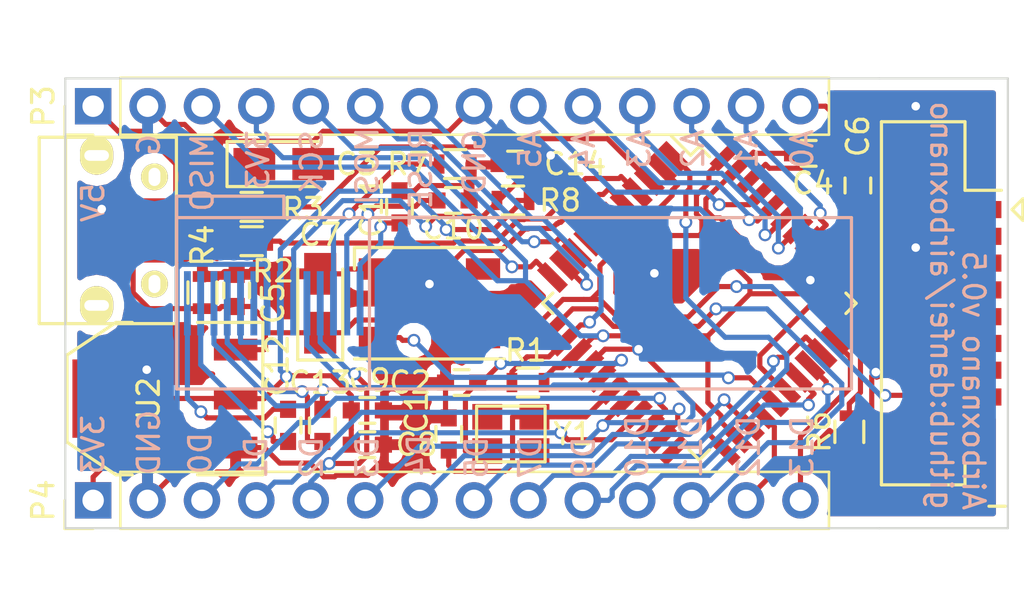
<source format=kicad_pcb>
(kicad_pcb (version 4) (host pcbnew 4.0.7-e2-6376~61~ubuntu18.04.1)

  (general
    (links 98)
    (no_connects 2)
    (area 46.725 46.266666 95.9 74.733333)
    (thickness 1.6)
    (drawings 37)
    (tracks 654)
    (zones 0)
    (modules 30)
    (nets 44)
  )

  (page A4)
  (layers
    (0 F.Cu signal)
    (31 B.Cu signal)
    (32 B.Adhes user)
    (33 F.Adhes user)
    (34 B.Paste user)
    (35 F.Paste user)
    (36 B.SilkS user)
    (37 F.SilkS user)
    (38 B.Mask user)
    (39 F.Mask user)
    (40 Dwgs.User user)
    (41 Cmts.User user)
    (42 Eco1.User user)
    (43 Eco2.User user)
    (44 Edge.Cuts user)
    (45 Margin user)
    (46 B.CrtYd user)
    (47 F.CrtYd user)
    (48 B.Fab user)
    (49 F.Fab user)
  )

  (setup
    (last_trace_width 0.24)
    (trace_clearance 0.2)
    (zone_clearance 0.508)
    (zone_45_only no)
    (trace_min 0.2)
    (segment_width 0.2)
    (edge_width 0.1)
    (via_size 0.6)
    (via_drill 0.4)
    (via_min_size 0.4)
    (via_min_drill 0.3)
    (uvia_size 0.3)
    (uvia_drill 0.1)
    (uvias_allowed no)
    (uvia_min_size 0.2)
    (uvia_min_drill 0.1)
    (pcb_text_width 0.15)
    (pcb_text_size 1 1)
    (mod_edge_width 0.15)
    (mod_text_size 1 1)
    (mod_text_width 0.15)
    (pad_size 1.397 1.397)
    (pad_drill 0.8128)
    (pad_to_mask_clearance 0)
    (aux_axis_origin 0 0)
    (visible_elements FFFEB77F)
    (pcbplotparams
      (layerselection 0x010f0_80000001)
      (usegerberextensions false)
      (excludeedgelayer true)
      (linewidth 0.100000)
      (plotframeref false)
      (viasonmask false)
      (mode 1)
      (useauxorigin false)
      (hpglpennumber 1)
      (hpglpenspeed 20)
      (hpglpendiameter 15)
      (hpglpenoverlay 2)
      (psnegative false)
      (psa4output false)
      (plotreference true)
      (plotvalue true)
      (plotinvisibletext false)
      (padsonsilk false)
      (subtractmaskfromsilk false)
      (outputformat 1)
      (mirror false)
      (drillshape 0)
      (scaleselection 1)
      (outputdirectory gerber))
  )

  (net 0 "")
  (net 1 "Net-(C1-Pad1)")
  (net 2 GND)
  (net 3 "Net-(C2-Pad1)")
  (net 4 +5C)
  (net 5 /AREF)
  (net 6 +3V3)
  (net 7 "Net-(C10-Pad1)")
  (net 8 "Net-(C11-Pad1)")
  (net 9 "Net-(C12-Pad1)")
  (net 10 "Net-(C12-Pad2)")
  (net 11 "Net-(C13-Pad1)")
  (net 12 "Net-(C13-Pad2)")
  (net 13 /RES)
  (net 14 "Net-(CONN1-Pad2)")
  (net 15 "Net-(CONN1-Pad3)")
  (net 16 /D6)
  (net 17 /D3)
  (net 18 /D2)
  (net 19 "Net-(P1-Pad12)")
  (net 20 /D4)
  (net 21 /D5)
  (net 22 /A2)
  (net 23 /A3)
  (net 24 /A4)
  (net 25 /A5)
  (net 26 /A1)
  (net 27 /A0)
  (net 28 /RESET)
  (net 29 /MOSI)
  (net 30 /SCK)
  (net 31 /MISO)
  (net 32 /D1)
  (net 33 /D7)
  (net 34 /D0)
  (net 35 /IO8)
  (net 36 /IO9)
  (net 37 /IO10)
  (net 38 /IO11)
  (net 39 /IO12)
  (net 40 /IO13)
  (net 41 /D+)
  (net 42 /D-)
  (net 43 /HWB)

  (net_class Default "This is the default net class."
    (clearance 0.2)
    (trace_width 0.24)
    (via_dia 0.6)
    (via_drill 0.4)
    (uvia_dia 0.3)
    (uvia_drill 0.1)
    (add_net +3V3)
    (add_net +5C)
    (add_net /A0)
    (add_net /A1)
    (add_net /A2)
    (add_net /A3)
    (add_net /A4)
    (add_net /A5)
    (add_net /AREF)
    (add_net /D+)
    (add_net /D-)
    (add_net /D0)
    (add_net /D1)
    (add_net /D2)
    (add_net /D3)
    (add_net /D4)
    (add_net /D5)
    (add_net /D6)
    (add_net /D7)
    (add_net /HWB)
    (add_net /IO10)
    (add_net /IO11)
    (add_net /IO12)
    (add_net /IO13)
    (add_net /IO8)
    (add_net /IO9)
    (add_net /MISO)
    (add_net /MOSI)
    (add_net /RES)
    (add_net /RESET)
    (add_net /SCK)
    (add_net GND)
    (add_net "Net-(C1-Pad1)")
    (add_net "Net-(C10-Pad1)")
    (add_net "Net-(C11-Pad1)")
    (add_net "Net-(C12-Pad1)")
    (add_net "Net-(C12-Pad2)")
    (add_net "Net-(C13-Pad1)")
    (add_net "Net-(C13-Pad2)")
    (add_net "Net-(C2-Pad1)")
    (add_net "Net-(CONN1-Pad2)")
    (add_net "Net-(CONN1-Pad3)")
    (add_net "Net-(P1-Pad12)")
  )

  (module Housings_QFP:TQFP-44_10x10mm_Pitch0.8mm (layer F.Cu) (tedit 58821765) (tstamp 5880C6E7)
    (at 79.6 60.5 315)
    (descr "44-Lead Plastic Thin Quad Flatpack (PT) - 10x10x1.0 mm Body [TQFP] (see Microchip Packaging Specification 00000049BS.pdf)")
    (tags "QFP 0.8")
    (path /572024B2)
    (attr smd)
    (fp_text reference U1 (at -1.679379 -3.128948 315) (layer F.SilkS) hide
      (effects (font (size 1 1) (thickness 0.15)))
    )
    (fp_text value ATmega32U4-AU (at 0 7.45 315) (layer F.Fab)
      (effects (font (size 1 1) (thickness 0.15)))
    )
    (fp_text user %R (at 0 0 315) (layer F.Fab)
      (effects (font (size 1 1) (thickness 0.15)))
    )
    (fp_line (start -4 -5) (end 5 -5) (layer F.Fab) (width 0.15))
    (fp_line (start 5 -5) (end 5 5) (layer F.Fab) (width 0.15))
    (fp_line (start 5 5) (end -5 5) (layer F.Fab) (width 0.15))
    (fp_line (start -5 5) (end -5 -4) (layer F.Fab) (width 0.15))
    (fp_line (start -5 -4) (end -4 -5) (layer F.Fab) (width 0.15))
    (fp_line (start -6.7 -6.7) (end -6.7 6.7) (layer F.CrtYd) (width 0.05))
    (fp_line (start 6.7 -6.7) (end 6.7 6.7) (layer F.CrtYd) (width 0.05))
    (fp_line (start -6.7 -6.7) (end 6.7 -6.7) (layer F.CrtYd) (width 0.05))
    (fp_line (start -6.7 6.7) (end 6.7 6.7) (layer F.CrtYd) (width 0.05))
    (fp_line (start -5.175 -5.175) (end -5.175 -4.6) (layer F.SilkS) (width 0.15))
    (fp_line (start 5.175 -5.175) (end 5.175 -4.5) (layer F.SilkS) (width 0.15))
    (fp_line (start 5.175 5.175) (end 5.175 4.5) (layer F.SilkS) (width 0.15))
    (fp_line (start -5.175 5.175) (end -5.175 4.5) (layer F.SilkS) (width 0.15))
    (fp_line (start -5.175 -5.175) (end -4.5 -5.175) (layer F.SilkS) (width 0.15))
    (fp_line (start -5.175 5.175) (end -4.5 5.175) (layer F.SilkS) (width 0.15))
    (fp_line (start 5.175 5.175) (end 4.5 5.175) (layer F.SilkS) (width 0.15))
    (fp_line (start 5.175 -5.175) (end 4.5 -5.175) (layer F.SilkS) (width 0.15))
    (fp_line (start -5.175 -4.6) (end -6.45 -4.6) (layer F.SilkS) (width 0.15))
    (pad 1 smd rect (at -5.7 -4 315) (size 1.5 0.55) (layers F.Cu F.Paste F.Mask)
      (net 33 /D7))
    (pad 2 smd rect (at -5.7 -3.2 315) (size 1.5 0.55) (layers F.Cu F.Paste F.Mask)
      (net 6 +3V3))
    (pad 3 smd rect (at -5.7 -2.4 315) (size 1.5 0.55) (layers F.Cu F.Paste F.Mask)
      (net 42 /D-))
    (pad 4 smd rect (at -5.7 -1.6 315) (size 1.5 0.55) (layers F.Cu F.Paste F.Mask)
      (net 41 /D+))
    (pad 5 smd rect (at -5.7 -0.8 315) (size 1.5 0.55) (layers F.Cu F.Paste F.Mask)
      (net 2 GND))
    (pad 6 smd rect (at -5.7 0 315) (size 1.5 0.55) (layers F.Cu F.Paste F.Mask)
      (net 6 +3V3))
    (pad 7 smd rect (at -5.7 0.8 315) (size 1.5 0.55) (layers F.Cu F.Paste F.Mask)
      (net 4 +5C))
    (pad 8 smd rect (at -5.7 1.6 315) (size 1.5 0.55) (layers F.Cu F.Paste F.Mask))
    (pad 9 smd rect (at -5.7 2.4 315) (size 1.5 0.55) (layers F.Cu F.Paste F.Mask)
      (net 30 /SCK))
    (pad 10 smd rect (at -5.7 3.2 315) (size 1.5 0.55) (layers F.Cu F.Paste F.Mask)
      (net 29 /MOSI))
    (pad 11 smd rect (at -5.7 4 315) (size 1.5 0.55) (layers F.Cu F.Paste F.Mask)
      (net 31 /MISO))
    (pad 12 smd rect (at -4 5.7 45) (size 1.5 0.55) (layers F.Cu F.Paste F.Mask)
      (net 38 /IO11))
    (pad 13 smd rect (at -3.2 5.7 45) (size 1.5 0.55) (layers F.Cu F.Paste F.Mask)
      (net 28 /RESET))
    (pad 14 smd rect (at -2.4 5.7 45) (size 1.5 0.55) (layers F.Cu F.Paste F.Mask)
      (net 6 +3V3))
    (pad 15 smd rect (at -1.6 5.7 45) (size 1.5 0.55) (layers F.Cu F.Paste F.Mask)
      (net 2 GND))
    (pad 16 smd rect (at -0.8 5.7 45) (size 1.5 0.55) (layers F.Cu F.Paste F.Mask)
      (net 3 "Net-(C2-Pad1)"))
    (pad 17 smd rect (at 0 5.7 45) (size 1.5 0.55) (layers F.Cu F.Paste F.Mask)
      (net 1 "Net-(C1-Pad1)"))
    (pad 18 smd rect (at 0.8 5.7 45) (size 1.5 0.55) (layers F.Cu F.Paste F.Mask)
      (net 17 /D3))
    (pad 19 smd rect (at 1.6 5.7 45) (size 1.5 0.55) (layers F.Cu F.Paste F.Mask)
      (net 18 /D2))
    (pad 20 smd rect (at 2.4 5.7 45) (size 1.5 0.55) (layers F.Cu F.Paste F.Mask)
      (net 34 /D0))
    (pad 21 smd rect (at 3.2 5.7 45) (size 1.5 0.55) (layers F.Cu F.Paste F.Mask)
      (net 32 /D1))
    (pad 22 smd rect (at 4 5.7 45) (size 1.5 0.55) (layers F.Cu F.Paste F.Mask))
    (pad 23 smd rect (at 5.7 4 315) (size 1.5 0.55) (layers F.Cu F.Paste F.Mask)
      (net 2 GND))
    (pad 24 smd rect (at 5.7 3.2 315) (size 1.5 0.55) (layers F.Cu F.Paste F.Mask)
      (net 6 +3V3))
    (pad 25 smd rect (at 5.7 2.4 315) (size 1.5 0.55) (layers F.Cu F.Paste F.Mask)
      (net 20 /D4))
    (pad 26 smd rect (at 5.7 1.6 315) (size 1.5 0.55) (layers F.Cu F.Paste F.Mask)
      (net 39 /IO12))
    (pad 27 smd rect (at 5.7 0.8 315) (size 1.5 0.55) (layers F.Cu F.Paste F.Mask)
      (net 16 /D6))
    (pad 28 smd rect (at 5.7 0 315) (size 1.5 0.55) (layers F.Cu F.Paste F.Mask)
      (net 35 /IO8))
    (pad 29 smd rect (at 5.7 -0.8 315) (size 1.5 0.55) (layers F.Cu F.Paste F.Mask)
      (net 36 /IO9))
    (pad 30 smd rect (at 5.7 -1.6 315) (size 1.5 0.55) (layers F.Cu F.Paste F.Mask)
      (net 37 /IO10))
    (pad 31 smd rect (at 5.7 -2.4 315) (size 1.5 0.55) (layers F.Cu F.Paste F.Mask)
      (net 21 /D5))
    (pad 32 smd rect (at 5.7 -3.2 315) (size 1.5 0.55) (layers F.Cu F.Paste F.Mask)
      (net 40 /IO13))
    (pad 33 smd rect (at 5.7 -4 315) (size 1.5 0.55) (layers F.Cu F.Paste F.Mask)
      (net 43 /HWB))
    (pad 34 smd rect (at 4 -5.7 45) (size 1.5 0.55) (layers F.Cu F.Paste F.Mask)
      (net 6 +3V3))
    (pad 35 smd rect (at 3.2 -5.7 45) (size 1.5 0.55) (layers F.Cu F.Paste F.Mask)
      (net 2 GND))
    (pad 36 smd rect (at 2.4 -5.7 45) (size 1.5 0.55) (layers F.Cu F.Paste F.Mask)
      (net 27 /A0))
    (pad 37 smd rect (at 1.6 -5.7 45) (size 1.5 0.55) (layers F.Cu F.Paste F.Mask)
      (net 26 /A1))
    (pad 38 smd rect (at 0.8 -5.7 45) (size 1.5 0.55) (layers F.Cu F.Paste F.Mask)
      (net 22 /A2))
    (pad 39 smd rect (at 0 -5.7 45) (size 1.5 0.55) (layers F.Cu F.Paste F.Mask)
      (net 23 /A3))
    (pad 40 smd rect (at -0.8 -5.7 45) (size 1.5 0.55) (layers F.Cu F.Paste F.Mask)
      (net 24 /A4))
    (pad 41 smd rect (at -1.6 -5.7 45) (size 1.5 0.55) (layers F.Cu F.Paste F.Mask)
      (net 25 /A5))
    (pad 42 smd rect (at -2.4 -5.7 45) (size 1.5 0.55) (layers F.Cu F.Paste F.Mask)
      (net 5 /AREF))
    (pad 43 smd rect (at -3.2 -5.7 45) (size 1.5 0.55) (layers F.Cu F.Paste F.Mask)
      (net 2 GND))
    (pad 44 smd rect (at -4 -5.7 45) (size 1.5 0.55) (layers F.Cu F.Paste F.Mask)
      (net 6 +3V3))
    (model Housings_QFP.3dshapes/TQFP-44_10x10mm_Pitch0.8mm.wrl
      (at (xyz 0 0 0))
      (scale (xyz 1 1 1))
      (rotate (xyz 0 0 0))
    )
  )

  (module SmartEye:USB_Micro-B (layer F.Cu) (tedit 58821228) (tstamp 5880C51A)
    (at 52.6 57.1 270)
    (descr "Micro USB Type B Receptacle")
    (tags "USB USB_B USB_micro USB_OTG")
    (path /57207054)
    (attr smd)
    (fp_text reference CONN1 (at 0 4.9 270) (layer F.SilkS) hide
      (effects (font (size 1 1) (thickness 0.15)))
    )
    (fp_text value USB_B (at 0 4.8 270) (layer F.Fab)
      (effects (font (size 1 1) (thickness 0.15)))
    )
    (fp_line (start -4.6 -2.8) (end 4.6 -2.8) (layer F.CrtYd) (width 0.05))
    (fp_line (start 4.6 -2.8) (end 4.6 4.05) (layer F.CrtYd) (width 0.05))
    (fp_line (start 4.6 4.05) (end -4.6 4.05) (layer F.CrtYd) (width 0.05))
    (fp_line (start -4.6 4.05) (end -4.6 -2.8) (layer F.CrtYd) (width 0.05))
    (fp_line (start -4.3509 3.81746) (end 4.3491 3.81746) (layer F.SilkS) (width 0.15))
    (fp_line (start -4.3509 -2.58754) (end 4.3491 -2.58754) (layer F.SilkS) (width 0.15))
    (fp_line (start 4.3491 -2.58754) (end 4.3491 3.81746) (layer F.SilkS) (width 0.15))
    (fp_line (start 4.3491 2.58746) (end -4.3509 2.58746) (layer F.SilkS) (width 0.15))
    (fp_line (start -4.3509 3.81746) (end -4.3509 -2.58754) (layer F.SilkS) (width 0.15))
    (pad 1 smd rect (at -1.3009 -1.56254) (size 1.35 0.4) (layers F.Cu F.Paste F.Mask)
      (net 4 +5C))
    (pad 2 smd rect (at -0.6509 -1.56254) (size 1.35 0.4) (layers F.Cu F.Paste F.Mask)
      (net 14 "Net-(CONN1-Pad2)"))
    (pad 3 smd rect (at -0.0009 -1.56254) (size 1.35 0.4) (layers F.Cu F.Paste F.Mask)
      (net 15 "Net-(CONN1-Pad3)"))
    (pad 4 smd rect (at 0.6491 -1.56254) (size 1.35 0.4) (layers F.Cu F.Paste F.Mask)
      (net 2 GND))
    (pad 5 smd rect (at 1.2991 -1.56254) (size 1.35 0.4) (layers F.Cu F.Paste F.Mask)
      (net 2 GND))
    (pad 6 thru_hole oval (at -2.5009 -1.56254) (size 1.25 1.25) (drill oval 0.55 0.85) (layers *.Cu *.Mask F.SilkS))
    (pad 6 thru_hole oval (at 2.4991 -1.56254) (size 1.25 1.25) (drill oval 0.55 0.85) (layers *.Cu *.Mask F.SilkS))
    (pad 6 thru_hole oval (at -3.5009 1.13746) (size 1.55 1.8) (drill oval 1.15 0.5) (layers *.Cu *.Mask F.SilkS))
    (pad 6 thru_hole oval (at 3.4991 1.13746) (size 1.55 1.8) (drill oval 1.15 0.5) (layers *.Cu *.Mask F.SilkS))
  )

  (module LEDs:LED_WS2812B-PLCC4 (layer F.Cu) (tedit 588213DA) (tstamp 5880C593)
    (at 67 60.5 180)
    (descr http://www.world-semi.com/uploads/soft/150522/1-150522091P5.pdf)
    (tags "LED NeoPixel")
    (path /5880F6F7)
    (attr smd)
    (fp_text reference LED1 (at 0 -0.1 180) (layer F.SilkS) hide
      (effects (font (size 1 1) (thickness 0.15)))
    )
    (fp_text value WS2812B (at 0 4 180) (layer F.Fab)
      (effects (font (size 1 1) (thickness 0.15)))
    )
    (fp_line (start 3.75 -2.85) (end -3.75 -2.85) (layer F.CrtYd) (width 0.05))
    (fp_line (start 3.75 2.85) (end 3.75 -2.85) (layer F.CrtYd) (width 0.05))
    (fp_line (start -3.75 2.85) (end 3.75 2.85) (layer F.CrtYd) (width 0.05))
    (fp_line (start -3.75 -2.85) (end -3.75 2.85) (layer F.CrtYd) (width 0.05))
    (fp_line (start 2.5 1.5) (end 1.5 2.5) (layer Dwgs.User) (width 0.1))
    (fp_line (start -2.5 -2.5) (end -2.5 2.5) (layer Dwgs.User) (width 0.1))
    (fp_line (start -2.5 2.5) (end 2.5 2.5) (layer Dwgs.User) (width 0.1))
    (fp_line (start 2.5 2.5) (end 2.5 -2.5) (layer Dwgs.User) (width 0.1))
    (fp_line (start 2.5 -2.5) (end -2.5 -2.5) (layer Dwgs.User) (width 0.1))
    (fp_line (start -3.5 -2.6) (end 3.5 -2.6) (layer F.SilkS) (width 0.15))
    (fp_line (start -3.5 2.6) (end 3.5 2.6) (layer F.SilkS) (width 0.15))
    (fp_line (start 3.5 2.6) (end 3.5 1.6) (layer F.SilkS) (width 0.15))
    (fp_circle (center 0 0) (end 0 -2) (layer Dwgs.User) (width 0.1))
    (pad 3 smd rect (at 2.5 1.6 180) (size 1.6 1) (layers F.Cu F.Paste F.Mask)
      (net 2 GND))
    (pad 4 smd rect (at 2.5 -1.6 180) (size 1.6 1) (layers F.Cu F.Paste F.Mask)
      (net 16 /D6))
    (pad 2 smd rect (at -2.5 1.6 180) (size 1.6 1) (layers F.Cu F.Paste F.Mask))
    (pad 1 smd rect (at -2.5 -1.6 180) (size 1.6 1) (layers F.Cu F.Paste F.Mask)
      (net 4 +5C))
    (model LEDs.3dshapes/LED_WS2812B-PLCC4.wrl
      (at (xyz 0 0 0.004))
      (scale (xyz 0.385 0.385 0.385))
      (rotate (xyz 0 0 180))
    )
  )

  (module oledShield:oled_0.69 (layer B.Cu) (tedit 58821637) (tstamp 5880C5AF)
    (at 55.7 60.5 180)
    (path /5880A0AB)
    (fp_text reference P1 (at 2.625 -2.85 180) (layer B.SilkS) hide
      (effects (font (size 1 1) (thickness 0.15)) (justify mirror))
    )
    (fp_text value CONN_01X14 (at -4.3 -2.5 180) (layer B.Fab)
      (effects (font (size 1 1) (thickness 0.15)) (justify mirror))
    )
    (fp_line (start -8.5 0) (end -8.5 -4) (layer B.SilkS) (width 0.15))
    (fp_line (start -8.5 0) (end -8.5 4) (layer B.SilkS) (width 0.15))
    (fp_line (start 0.5 4) (end 0.5 5) (layer B.SilkS) (width 0.15))
    (fp_line (start 0.5 5) (end -4.5 5) (layer B.SilkS) (width 0.15))
    (fp_line (start -4.5 5) (end -4.5 4) (layer B.SilkS) (width 0.15))
    (fp_line (start 0.5 0) (end 0.5 4) (layer B.SilkS) (width 0.15))
    (fp_line (start 0.5 4) (end -31 4) (layer B.SilkS) (width 0.15))
    (fp_line (start -31 4) (end -31 -4) (layer B.SilkS) (width 0.15))
    (fp_line (start -31 -4) (end 0.5 -4) (layer B.SilkS) (width 0.15))
    (fp_line (start 0.5 -4) (end 0.5 0) (layer B.SilkS) (width 0.15))
    (pad 1 smd rect (at 0 0 180) (size 0.32 3) (layers B.Cu B.Paste B.Mask)
      (net 9 "Net-(C12-Pad1)"))
    (pad 2 smd rect (at -0.62 0 180) (size 0.32 3) (layers B.Cu B.Paste B.Mask)
      (net 10 "Net-(C12-Pad2)"))
    (pad 3 smd rect (at -1.24 0 180) (size 0.32 3) (layers B.Cu B.Paste B.Mask)
      (net 11 "Net-(C13-Pad1)"))
    (pad 4 smd rect (at -1.86 0 180) (size 0.32 3) (layers B.Cu B.Paste B.Mask)
      (net 12 "Net-(C13-Pad2)"))
    (pad 5 smd rect (at -2.48 0 180) (size 0.32 3) (layers B.Cu B.Paste B.Mask)
      (net 6 +3V3))
    (pad 6 smd rect (at -3.1 0 180) (size 0.32 3) (layers B.Cu B.Paste B.Mask))
    (pad 7 smd rect (at -3.72 0 180) (size 0.32 3) (layers B.Cu B.Paste B.Mask)
      (net 2 GND))
    (pad 8 smd rect (at -4.34 0 180) (size 0.32 3) (layers B.Cu B.Paste B.Mask)
      (net 6 +3V3))
    (pad 9 smd rect (at -4.96 0 180) (size 0.32 3) (layers B.Cu B.Paste B.Mask)
      (net 13 /RES))
    (pad 10 smd rect (at -5.58 0 180) (size 0.32 3) (layers B.Cu B.Paste B.Mask)
      (net 17 /D3))
    (pad 11 smd rect (at -6.2 0 180) (size 0.32 3) (layers B.Cu B.Paste B.Mask)
      (net 18 /D2))
    (pad 12 smd rect (at -6.82 0 180) (size 0.32 3) (layers B.Cu B.Paste B.Mask)
      (net 19 "Net-(P1-Pad12)"))
    (pad 13 smd rect (at -7.44 0 180) (size 0.32 3) (layers B.Cu B.Paste B.Mask)
      (net 7 "Net-(C10-Pad1)"))
    (pad 14 smd rect (at -8.06 0 180) (size 0.32 3) (layers B.Cu B.Paste B.Mask)
      (net 8 "Net-(C11-Pad1)"))
  )

  (module Connectors_Molex:Molex_PicoBlade_53261-0871 (layer F.Cu) (tedit 5882152D) (tstamp 5880C5D2)
    (at 90 60.5 270)
    (descr "Molex PicoBlade 1.25mm shrouded header. Right-angled, SMD. 8 ways")
    (tags "connector PicoBlade header")
    (path /5880DA2A)
    (attr smd)
    (fp_text reference P2 (at 3.625 -4.825 270) (layer F.SilkS) hide
      (effects (font (size 1 1) (thickness 0.15)))
    )
    (fp_text value CONN_01X08 (at 0 3.3 270) (layer F.Fab)
      (effects (font (size 1 1) (thickness 0.15)))
    )
    (fp_line (start -5.275 -3.7) (end -5.275 -2) (layer F.SilkS) (width 0.15))
    (fp_line (start -5.275 -2) (end -8.475 -2) (layer F.SilkS) (width 0.15))
    (fp_line (start -8.475 -2) (end -8.475 1.9) (layer F.SilkS) (width 0.15))
    (fp_line (start -8.475 1.9) (end 8.475 1.9) (layer F.SilkS) (width 0.15))
    (fp_line (start 8.475 1.9) (end 8.475 -2) (layer F.SilkS) (width 0.15))
    (fp_line (start 8.475 -2) (end 7.475 -2) (layer F.SilkS) (width 0.15))
    (fp_line (start -4.375 -4.2) (end -4.875 -4.7) (layer F.SilkS) (width 0.15))
    (fp_line (start -4.875 -4.7) (end -3.875 -4.7) (layer F.SilkS) (width 0.15))
    (fp_line (start -3.875 -4.7) (end -4.375 -4.2) (layer F.SilkS) (width 0.15))
    (fp_line (start -5.875 -2.1) (end -5.875 1.9) (layer F.Fab) (width 0.2))
    (fp_line (start -5.875 1.9) (end 5.875 1.9) (layer F.Fab) (width 0.2))
    (fp_line (start 5.875 1.9) (end 5.875 -2.1) (layer F.Fab) (width 0.2))
    (fp_line (start 5.875 -2.1) (end -5.875 -2.1) (layer F.Fab) (width 0.2))
    (fp_line (start 5.875 -1.5) (end 7.975 -1.5) (layer F.Fab) (width 0.2))
    (fp_line (start 7.975 -1.5) (end 7.975 1.5) (layer F.Fab) (width 0.2))
    (fp_line (start 7.975 1.5) (end 5.875 1.5) (layer F.Fab) (width 0.2))
    (fp_line (start -5.875 -1.5) (end -7.975 -1.5) (layer F.Fab) (width 0.2))
    (fp_line (start -7.975 -1.5) (end -7.975 1.5) (layer F.Fab) (width 0.2))
    (fp_line (start -7.975 1.5) (end -5.875 1.5) (layer F.Fab) (width 0.2))
    (fp_line (start -5.875 -2.1) (end -4.375 -0.6) (layer F.Fab) (width 0.2))
    (fp_line (start -4.375 -0.6) (end -2.875 -2.1) (layer F.Fab) (width 0.2))
    (pad 1 smd rect (at -4.375 -2.9 270) (size 0.8 1.6) (layers F.Cu F.Paste F.Mask))
    (pad 2 smd rect (at -3.125 -2.9 270) (size 0.8 1.6) (layers F.Cu F.Paste F.Mask))
    (pad 3 smd rect (at -1.875 -2.9 270) (size 0.8 1.6) (layers F.Cu F.Paste F.Mask))
    (pad 4 smd rect (at -0.625 -2.9 270) (size 0.8 1.6) (layers F.Cu F.Paste F.Mask)
      (net 35 /IO8))
    (pad 5 smd rect (at 0.625 -2.9 270) (size 0.8 1.6) (layers F.Cu F.Paste F.Mask))
    (pad 6 smd rect (at 1.875 -2.9 270) (size 0.8 1.6) (layers F.Cu F.Paste F.Mask))
    (pad 7 smd rect (at 3.125 -2.9 270) (size 0.8 1.6) (layers F.Cu F.Paste F.Mask)
      (net 2 GND))
    (pad 8 smd rect (at 4.375 -2.9 270) (size 0.8 1.6) (layers F.Cu F.Paste F.Mask)
      (net 4 +5C))
    (pad "" smd rect (at -6.925 0 270) (size 2.1 3) (layers F.Cu F.Paste F.Mask))
    (pad "" smd rect (at 6.925 0 270) (size 2.1 3) (layers F.Cu F.Paste F.Mask))
  )

  (module TO_SOT_Packages_SMD:SOT-223 (layer F.Cu) (tedit 0) (tstamp 5880C6F7)
    (at 54.65 64.95 90)
    (descr "module CMS SOT223 4 pins")
    (tags "CMS SOT")
    (path /585BCAC1)
    (attr smd)
    (fp_text reference U2 (at 0 -0.762 90) (layer F.SilkS)
      (effects (font (size 1 1) (thickness 0.15)))
    )
    (fp_text value NCP1117ST33T3G (at 0 0.762 90) (layer F.Fab)
      (effects (font (size 1 1) (thickness 0.15)))
    )
    (fp_line (start -3.556 1.524) (end -3.556 4.572) (layer F.SilkS) (width 0.15))
    (fp_line (start -3.556 4.572) (end 3.556 4.572) (layer F.SilkS) (width 0.15))
    (fp_line (start 3.556 4.572) (end 3.556 1.524) (layer F.SilkS) (width 0.15))
    (fp_line (start -3.556 -1.524) (end -3.556 -2.286) (layer F.SilkS) (width 0.15))
    (fp_line (start -3.556 -2.286) (end -2.032 -4.572) (layer F.SilkS) (width 0.15))
    (fp_line (start -2.032 -4.572) (end 2.032 -4.572) (layer F.SilkS) (width 0.15))
    (fp_line (start 2.032 -4.572) (end 3.556 -2.286) (layer F.SilkS) (width 0.15))
    (fp_line (start 3.556 -2.286) (end 3.556 -1.524) (layer F.SilkS) (width 0.15))
    (pad 4 smd rect (at 0 -3.302 90) (size 3.6576 2.032) (layers F.Cu F.Paste F.Mask))
    (pad 2 smd rect (at 0 3.302 90) (size 1.016 2.032) (layers F.Cu F.Paste F.Mask)
      (net 6 +3V3))
    (pad 3 smd rect (at 2.286 3.302 90) (size 1.016 2.032) (layers F.Cu F.Paste F.Mask)
      (net 4 +5C))
    (pad 1 smd rect (at -2.286 3.302 90) (size 1.016 2.032) (layers F.Cu F.Paste F.Mask)
      (net 2 GND))
    (model TO_SOT_Packages_SMD.3dshapes/SOT-223.wrl
      (at (xyz 0 0 0))
      (scale (xyz 0.4 0.4 0.4))
      (rotate (xyz 0 0 0))
    )
  )

  (module Capacitors_SMD:C_0603 (layer F.Cu) (tedit 5BA4A0B5) (tstamp 58E5B733)
    (at 67.9 66.6 90)
    (descr "Capacitor SMD 0603, reflow soldering, AVX (see smccp.pdf)")
    (tags "capacitor 0603")
    (path /57203F89)
    (attr smd)
    (fp_text reference C1 (at 1 -1.5 90) (layer F.SilkS)
      (effects (font (size 1 1) (thickness 0.15)))
    )
    (fp_text value 22P (at 0 1.9 90) (layer F.Fab)
      (effects (font (size 1 1) (thickness 0.15)))
    )
    (fp_line (start -0.8 0.4) (end -0.8 -0.4) (layer F.Fab) (width 0.15))
    (fp_line (start 0.8 0.4) (end -0.8 0.4) (layer F.Fab) (width 0.15))
    (fp_line (start 0.8 -0.4) (end 0.8 0.4) (layer F.Fab) (width 0.15))
    (fp_line (start -0.8 -0.4) (end 0.8 -0.4) (layer F.Fab) (width 0.15))
    (fp_line (start -1.45 -0.75) (end 1.45 -0.75) (layer F.CrtYd) (width 0.05))
    (fp_line (start -1.45 0.75) (end 1.45 0.75) (layer F.CrtYd) (width 0.05))
    (fp_line (start -1.45 -0.75) (end -1.45 0.75) (layer F.CrtYd) (width 0.05))
    (fp_line (start 1.45 -0.75) (end 1.45 0.75) (layer F.CrtYd) (width 0.05))
    (fp_line (start -0.35 -0.6) (end 0.35 -0.6) (layer F.SilkS) (width 0.15))
    (fp_line (start 0.35 0.6) (end -0.35 0.6) (layer F.SilkS) (width 0.15))
    (pad 1 smd rect (at -0.75 0 90) (size 0.8 0.75) (layers F.Cu F.Paste F.Mask)
      (net 1 "Net-(C1-Pad1)"))
    (pad 2 smd rect (at 0.75 0 90) (size 0.8 0.75) (layers F.Cu F.Paste F.Mask)
      (net 2 GND))
    (model Capacitors_SMD.3dshapes/C_0603.wrl
      (at (xyz 0 0 0))
      (scale (xyz 1 1 1))
      (rotate (xyz 0 0 0))
    )
  )

  (module Capacitors_SMD:C_0603 (layer F.Cu) (tedit 58E5B8E3) (tstamp 58E5B739)
    (at 68.5 64.2 180)
    (descr "Capacitor SMD 0603, reflow soldering, AVX (see smccp.pdf)")
    (tags "capacitor 0603")
    (path /57203FD8)
    (attr smd)
    (fp_text reference C2 (at 2.4 0 180) (layer F.SilkS)
      (effects (font (size 1 1) (thickness 0.15)))
    )
    (fp_text value 22P (at 0 1.9 180) (layer F.Fab)
      (effects (font (size 1 1) (thickness 0.15)))
    )
    (fp_line (start -0.8 0.4) (end -0.8 -0.4) (layer F.Fab) (width 0.15))
    (fp_line (start 0.8 0.4) (end -0.8 0.4) (layer F.Fab) (width 0.15))
    (fp_line (start 0.8 -0.4) (end 0.8 0.4) (layer F.Fab) (width 0.15))
    (fp_line (start -0.8 -0.4) (end 0.8 -0.4) (layer F.Fab) (width 0.15))
    (fp_line (start -1.45 -0.75) (end 1.45 -0.75) (layer F.CrtYd) (width 0.05))
    (fp_line (start -1.45 0.75) (end 1.45 0.75) (layer F.CrtYd) (width 0.05))
    (fp_line (start -1.45 -0.75) (end -1.45 0.75) (layer F.CrtYd) (width 0.05))
    (fp_line (start 1.45 -0.75) (end 1.45 0.75) (layer F.CrtYd) (width 0.05))
    (fp_line (start -0.35 -0.6) (end 0.35 -0.6) (layer F.SilkS) (width 0.15))
    (fp_line (start 0.35 0.6) (end -0.35 0.6) (layer F.SilkS) (width 0.15))
    (pad 1 smd rect (at -0.75 0 180) (size 0.8 0.75) (layers F.Cu F.Paste F.Mask)
      (net 3 "Net-(C2-Pad1)"))
    (pad 2 smd rect (at 0.75 0 180) (size 0.8 0.75) (layers F.Cu F.Paste F.Mask)
      (net 2 GND))
    (model Capacitors_SMD.3dshapes/C_0603.wrl
      (at (xyz 0 0 0))
      (scale (xyz 1 1 1))
      (rotate (xyz 0 0 0))
    )
  )

  (module Capacitors_Tantalum_SMD:Tantalum_Case-A_EIA-3216-18_Reflow (layer F.Cu) (tedit 5BA4A5AC) (tstamp 58E5B73F)
    (at 60.2 54)
    (descr "Tantalum capacitor, Case A, EIA 3216-18, 3.2x1.6x1.6mm, Reflow soldering footprint")
    (tags "capacitor tantalum smd")
    (path /572084AD)
    (attr smd)
    (fp_text reference C3 (at 3.4 0) (layer F.SilkS)
      (effects (font (size 1 1) (thickness 0.15)))
    )
    (fp_text value 22uF (at 0 2.55) (layer F.Fab)
      (effects (font (size 1 1) (thickness 0.15)))
    )
    (fp_line (start -2.75 -1.2) (end -2.75 1.2) (layer F.CrtYd) (width 0.05))
    (fp_line (start -2.75 1.2) (end 2.75 1.2) (layer F.CrtYd) (width 0.05))
    (fp_line (start 2.75 1.2) (end 2.75 -1.2) (layer F.CrtYd) (width 0.05))
    (fp_line (start 2.75 -1.2) (end -2.75 -1.2) (layer F.CrtYd) (width 0.05))
    (fp_line (start -1.6 -0.8) (end -1.6 0.8) (layer F.Fab) (width 0.15))
    (fp_line (start -1.6 0.8) (end 1.6 0.8) (layer F.Fab) (width 0.15))
    (fp_line (start 1.6 0.8) (end 1.6 -0.8) (layer F.Fab) (width 0.15))
    (fp_line (start 1.6 -0.8) (end -1.6 -0.8) (layer F.Fab) (width 0.15))
    (fp_line (start -1.28 -0.8) (end -1.28 0.8) (layer F.Fab) (width 0.15))
    (fp_line (start -1.12 -0.8) (end -1.12 0.8) (layer F.Fab) (width 0.15))
    (fp_line (start -2.65 -1.05) (end 1.6 -1.05) (layer F.SilkS) (width 0.15))
    (fp_line (start -2.65 1.05) (end 1.6 1.05) (layer F.SilkS) (width 0.15))
    (fp_line (start -2.65 -1.05) (end -2.65 1.05) (layer F.SilkS) (width 0.15))
    (pad 1 smd rect (at -1.375 0) (size 1.95 1.5) (layers F.Cu F.Paste F.Mask)
      (net 4 +5C))
    (pad 2 smd rect (at 1.375 0) (size 1.95 1.5) (layers F.Cu F.Paste F.Mask)
      (net 2 GND))
    (model Capacitors_Tantalum_SMD.3dshapes/Tantalum_Case-A_EIA-3216-18.wrl
      (at (xyz 0 0 0))
      (scale (xyz 1 1 1))
      (rotate (xyz 0 0 0))
    )
  )

  (module Capacitors_SMD:C_0603 (layer F.Cu) (tedit 5BA4A5DF) (tstamp 58E5B745)
    (at 84.7 53.5 180)
    (descr "Capacitor SMD 0603, reflow soldering, AVX (see smccp.pdf)")
    (tags "capacitor 0603")
    (path /57202CF5)
    (attr smd)
    (fp_text reference C4 (at -0.2 -1.4 180) (layer F.SilkS)
      (effects (font (size 1 1) (thickness 0.15)))
    )
    (fp_text value 100nF (at 0 1.9 180) (layer F.Fab)
      (effects (font (size 1 1) (thickness 0.15)))
    )
    (fp_line (start -0.8 0.4) (end -0.8 -0.4) (layer F.Fab) (width 0.15))
    (fp_line (start 0.8 0.4) (end -0.8 0.4) (layer F.Fab) (width 0.15))
    (fp_line (start 0.8 -0.4) (end 0.8 0.4) (layer F.Fab) (width 0.15))
    (fp_line (start -0.8 -0.4) (end 0.8 -0.4) (layer F.Fab) (width 0.15))
    (fp_line (start -1.45 -0.75) (end 1.45 -0.75) (layer F.CrtYd) (width 0.05))
    (fp_line (start -1.45 0.75) (end 1.45 0.75) (layer F.CrtYd) (width 0.05))
    (fp_line (start -1.45 -0.75) (end -1.45 0.75) (layer F.CrtYd) (width 0.05))
    (fp_line (start 1.45 -0.75) (end 1.45 0.75) (layer F.CrtYd) (width 0.05))
    (fp_line (start -0.35 -0.6) (end 0.35 -0.6) (layer F.SilkS) (width 0.15))
    (fp_line (start 0.35 0.6) (end -0.35 0.6) (layer F.SilkS) (width 0.15))
    (pad 1 smd rect (at -0.75 0 180) (size 0.8 0.75) (layers F.Cu F.Paste F.Mask)
      (net 5 /AREF))
    (pad 2 smd rect (at 0.75 0 180) (size 0.8 0.75) (layers F.Cu F.Paste F.Mask)
      (net 2 GND))
    (model Capacitors_SMD.3dshapes/C_0603.wrl
      (at (xyz 0 0 0))
      (scale (xyz 1 1 1))
      (rotate (xyz 0 0 0))
    )
  )

  (module Capacitors_SMD:C_0603 (layer F.Cu) (tedit 5BA4AF58) (tstamp 58E5B74B)
    (at 58 59.9 270)
    (descr "Capacitor SMD 0603, reflow soldering, AVX (see smccp.pdf)")
    (tags "capacitor 0603")
    (path /572086FE)
    (attr smd)
    (fp_text reference C5 (at 0.6 -1.7 270) (layer F.SilkS)
      (effects (font (size 1 1) (thickness 0.15)))
    )
    (fp_text value 100nF (at 0 1.9 270) (layer F.Fab)
      (effects (font (size 1 1) (thickness 0.15)))
    )
    (fp_line (start -0.8 0.4) (end -0.8 -0.4) (layer F.Fab) (width 0.15))
    (fp_line (start 0.8 0.4) (end -0.8 0.4) (layer F.Fab) (width 0.15))
    (fp_line (start 0.8 -0.4) (end 0.8 0.4) (layer F.Fab) (width 0.15))
    (fp_line (start -0.8 -0.4) (end 0.8 -0.4) (layer F.Fab) (width 0.15))
    (fp_line (start -1.45 -0.75) (end 1.45 -0.75) (layer F.CrtYd) (width 0.05))
    (fp_line (start -1.45 0.75) (end 1.45 0.75) (layer F.CrtYd) (width 0.05))
    (fp_line (start -1.45 -0.75) (end -1.45 0.75) (layer F.CrtYd) (width 0.05))
    (fp_line (start 1.45 -0.75) (end 1.45 0.75) (layer F.CrtYd) (width 0.05))
    (fp_line (start -0.35 -0.6) (end 0.35 -0.6) (layer F.SilkS) (width 0.15))
    (fp_line (start 0.35 0.6) (end -0.35 0.6) (layer F.SilkS) (width 0.15))
    (pad 1 smd rect (at -0.75 0 270) (size 0.8 0.75) (layers F.Cu F.Paste F.Mask)
      (net 2 GND))
    (pad 2 smd rect (at 0.75 0 270) (size 0.8 0.75) (layers F.Cu F.Paste F.Mask)
      (net 4 +5C))
    (model Capacitors_SMD.3dshapes/C_0603.wrl
      (at (xyz 0 0 0))
      (scale (xyz 1 1 1))
      (rotate (xyz 0 0 0))
    )
  )

  (module Capacitors_SMD:C_0603 (layer F.Cu) (tedit 5BA4A5E5) (tstamp 58E5B751)
    (at 87 55 270)
    (descr "Capacitor SMD 0603, reflow soldering, AVX (see smccp.pdf)")
    (tags "capacitor 0603")
    (path /57202E55)
    (attr smd)
    (fp_text reference C6 (at -2.3 0 270) (layer F.SilkS)
      (effects (font (size 1 1) (thickness 0.15)))
    )
    (fp_text value 1uF (at 0 1.9 270) (layer F.Fab)
      (effects (font (size 1 1) (thickness 0.15)))
    )
    (fp_line (start -0.8 0.4) (end -0.8 -0.4) (layer F.Fab) (width 0.15))
    (fp_line (start 0.8 0.4) (end -0.8 0.4) (layer F.Fab) (width 0.15))
    (fp_line (start 0.8 -0.4) (end 0.8 0.4) (layer F.Fab) (width 0.15))
    (fp_line (start -0.8 -0.4) (end 0.8 -0.4) (layer F.Fab) (width 0.15))
    (fp_line (start -1.45 -0.75) (end 1.45 -0.75) (layer F.CrtYd) (width 0.05))
    (fp_line (start -1.45 0.75) (end 1.45 0.75) (layer F.CrtYd) (width 0.05))
    (fp_line (start -1.45 -0.75) (end -1.45 0.75) (layer F.CrtYd) (width 0.05))
    (fp_line (start 1.45 -0.75) (end 1.45 0.75) (layer F.CrtYd) (width 0.05))
    (fp_line (start -0.35 -0.6) (end 0.35 -0.6) (layer F.SilkS) (width 0.15))
    (fp_line (start 0.35 0.6) (end -0.35 0.6) (layer F.SilkS) (width 0.15))
    (pad 1 smd rect (at -0.75 0 270) (size 0.8 0.75) (layers F.Cu F.Paste F.Mask)
      (net 2 GND))
    (pad 2 smd rect (at 0.75 0 270) (size 0.8 0.75) (layers F.Cu F.Paste F.Mask)
      (net 6 +3V3))
    (model Capacitors_SMD.3dshapes/C_0603.wrl
      (at (xyz 0 0 0))
      (scale (xyz 1 1 1))
      (rotate (xyz 0 0 0))
    )
  )

  (module Capacitors_Tantalum_SMD:Tantalum_Case-A_EIA-3216-18_Reflow (layer F.Cu) (tedit 5BA4B087) (tstamp 58E5B757)
    (at 61.9 60.5 90)
    (descr "Tantalum capacitor, Case A, EIA 3216-18, 3.2x1.6x1.6mm, Reflow soldering footprint")
    (tags "capacitor tantalum smd")
    (path /585BCBB9)
    (attr smd)
    (fp_text reference C7 (at 3.2 0 180) (layer F.SilkS)
      (effects (font (size 1 1) (thickness 0.15)))
    )
    (fp_text value 10uF/25V (at 0 2.55 90) (layer F.Fab)
      (effects (font (size 1 1) (thickness 0.15)))
    )
    (fp_line (start -2.75 -1.2) (end -2.75 1.2) (layer F.CrtYd) (width 0.05))
    (fp_line (start -2.75 1.2) (end 2.75 1.2) (layer F.CrtYd) (width 0.05))
    (fp_line (start 2.75 1.2) (end 2.75 -1.2) (layer F.CrtYd) (width 0.05))
    (fp_line (start 2.75 -1.2) (end -2.75 -1.2) (layer F.CrtYd) (width 0.05))
    (fp_line (start -1.6 -0.8) (end -1.6 0.8) (layer F.Fab) (width 0.15))
    (fp_line (start -1.6 0.8) (end 1.6 0.8) (layer F.Fab) (width 0.15))
    (fp_line (start 1.6 0.8) (end 1.6 -0.8) (layer F.Fab) (width 0.15))
    (fp_line (start 1.6 -0.8) (end -1.6 -0.8) (layer F.Fab) (width 0.15))
    (fp_line (start -1.28 -0.8) (end -1.28 0.8) (layer F.Fab) (width 0.15))
    (fp_line (start -1.12 -0.8) (end -1.12 0.8) (layer F.Fab) (width 0.15))
    (fp_line (start -2.65 -1.05) (end 1.6 -1.05) (layer F.SilkS) (width 0.15))
    (fp_line (start -2.65 1.05) (end 1.6 1.05) (layer F.SilkS) (width 0.15))
    (fp_line (start -2.65 -1.05) (end -2.65 1.05) (layer F.SilkS) (width 0.15))
    (pad 1 smd rect (at -1.375 0 90) (size 1.95 1.5) (layers F.Cu F.Paste F.Mask)
      (net 4 +5C))
    (pad 2 smd rect (at 1.375 0 90) (size 1.95 1.5) (layers F.Cu F.Paste F.Mask)
      (net 2 GND))
    (model Capacitors_Tantalum_SMD.3dshapes/Tantalum_Case-A_EIA-3216-18.wrl
      (at (xyz 0 0 0))
      (scale (xyz 1 1 1))
      (rotate (xyz 0 0 0))
    )
  )

  (module Capacitors_SMD:C_0603 (layer F.Cu) (tedit 5BA4A0AF) (tstamp 58E5B75D)
    (at 64.1 67.1)
    (descr "Capacitor SMD 0603, reflow soldering, AVX (see smccp.pdf)")
    (tags "capacitor 0603")
    (path /585BCB48)
    (attr smd)
    (fp_text reference C8 (at 2.3 0) (layer F.SilkS)
      (effects (font (size 1 1) (thickness 0.15)))
    )
    (fp_text value 10uF (at 0 1.9) (layer F.Fab)
      (effects (font (size 1 1) (thickness 0.15)))
    )
    (fp_line (start -0.8 0.4) (end -0.8 -0.4) (layer F.Fab) (width 0.15))
    (fp_line (start 0.8 0.4) (end -0.8 0.4) (layer F.Fab) (width 0.15))
    (fp_line (start 0.8 -0.4) (end 0.8 0.4) (layer F.Fab) (width 0.15))
    (fp_line (start -0.8 -0.4) (end 0.8 -0.4) (layer F.Fab) (width 0.15))
    (fp_line (start -1.45 -0.75) (end 1.45 -0.75) (layer F.CrtYd) (width 0.05))
    (fp_line (start -1.45 0.75) (end 1.45 0.75) (layer F.CrtYd) (width 0.05))
    (fp_line (start -1.45 -0.75) (end -1.45 0.75) (layer F.CrtYd) (width 0.05))
    (fp_line (start 1.45 -0.75) (end 1.45 0.75) (layer F.CrtYd) (width 0.05))
    (fp_line (start -0.35 -0.6) (end 0.35 -0.6) (layer F.SilkS) (width 0.15))
    (fp_line (start 0.35 0.6) (end -0.35 0.6) (layer F.SilkS) (width 0.15))
    (pad 1 smd rect (at -0.75 0) (size 0.8 0.75) (layers F.Cu F.Paste F.Mask)
      (net 6 +3V3))
    (pad 2 smd rect (at 0.75 0) (size 0.8 0.75) (layers F.Cu F.Paste F.Mask)
      (net 2 GND))
    (model Capacitors_SMD.3dshapes/C_0603.wrl
      (at (xyz 0 0 0))
      (scale (xyz 1 1 1))
      (rotate (xyz 0 0 0))
    )
  )

  (module Capacitors_SMD:C_0603 (layer F.Cu) (tedit 5BA4A0A9) (tstamp 58E5B763)
    (at 64.1 65.5 180)
    (descr "Capacitor SMD 0603, reflow soldering, AVX (see smccp.pdf)")
    (tags "capacitor 0603")
    (path /5880A0AE)
    (attr smd)
    (fp_text reference C9 (at -0.1 1.4 180) (layer F.SilkS)
      (effects (font (size 1 1) (thickness 0.15)))
    )
    (fp_text value 4.7uF (at 0 1.9 180) (layer F.Fab)
      (effects (font (size 1 1) (thickness 0.15)))
    )
    (fp_line (start -0.8 0.4) (end -0.8 -0.4) (layer F.Fab) (width 0.15))
    (fp_line (start 0.8 0.4) (end -0.8 0.4) (layer F.Fab) (width 0.15))
    (fp_line (start 0.8 -0.4) (end 0.8 0.4) (layer F.Fab) (width 0.15))
    (fp_line (start -0.8 -0.4) (end 0.8 -0.4) (layer F.Fab) (width 0.15))
    (fp_line (start -1.45 -0.75) (end 1.45 -0.75) (layer F.CrtYd) (width 0.05))
    (fp_line (start -1.45 0.75) (end 1.45 0.75) (layer F.CrtYd) (width 0.05))
    (fp_line (start -1.45 -0.75) (end -1.45 0.75) (layer F.CrtYd) (width 0.05))
    (fp_line (start 1.45 -0.75) (end 1.45 0.75) (layer F.CrtYd) (width 0.05))
    (fp_line (start -0.35 -0.6) (end 0.35 -0.6) (layer F.SilkS) (width 0.15))
    (fp_line (start 0.35 0.6) (end -0.35 0.6) (layer F.SilkS) (width 0.15))
    (pad 1 smd rect (at -0.75 0 180) (size 0.8 0.75) (layers F.Cu F.Paste F.Mask)
      (net 2 GND))
    (pad 2 smd rect (at 0.75 0 180) (size 0.8 0.75) (layers F.Cu F.Paste F.Mask)
      (net 6 +3V3))
    (model Capacitors_SMD.3dshapes/C_0603.wrl
      (at (xyz 0 0 0))
      (scale (xyz 1 1 1))
      (rotate (xyz 0 0 0))
    )
  )

  (module Capacitors_SMD:C_0603 (layer F.Cu) (tedit 5BA4A5B3) (tstamp 58E5B769)
    (at 68.1 55.7)
    (descr "Capacitor SMD 0603, reflow soldering, AVX (see smccp.pdf)")
    (tags "capacitor 0603")
    (path /5880A0B0)
    (attr smd)
    (fp_text reference C10 (at 0 1.3) (layer F.SilkS)
      (effects (font (size 1 1) (thickness 0.15)))
    )
    (fp_text value 4.7uF (at 0 1.9) (layer F.Fab)
      (effects (font (size 1 1) (thickness 0.15)))
    )
    (fp_line (start -0.8 0.4) (end -0.8 -0.4) (layer F.Fab) (width 0.15))
    (fp_line (start 0.8 0.4) (end -0.8 0.4) (layer F.Fab) (width 0.15))
    (fp_line (start 0.8 -0.4) (end 0.8 0.4) (layer F.Fab) (width 0.15))
    (fp_line (start -0.8 -0.4) (end 0.8 -0.4) (layer F.Fab) (width 0.15))
    (fp_line (start -1.45 -0.75) (end 1.45 -0.75) (layer F.CrtYd) (width 0.05))
    (fp_line (start -1.45 0.75) (end 1.45 0.75) (layer F.CrtYd) (width 0.05))
    (fp_line (start -1.45 -0.75) (end -1.45 0.75) (layer F.CrtYd) (width 0.05))
    (fp_line (start 1.45 -0.75) (end 1.45 0.75) (layer F.CrtYd) (width 0.05))
    (fp_line (start -0.35 -0.6) (end 0.35 -0.6) (layer F.SilkS) (width 0.15))
    (fp_line (start 0.35 0.6) (end -0.35 0.6) (layer F.SilkS) (width 0.15))
    (pad 1 smd rect (at -0.75 0) (size 0.8 0.75) (layers F.Cu F.Paste F.Mask)
      (net 7 "Net-(C10-Pad1)"))
    (pad 2 smd rect (at 0.75 0) (size 0.8 0.75) (layers F.Cu F.Paste F.Mask)
      (net 2 GND))
    (model Capacitors_SMD.3dshapes/C_0603.wrl
      (at (xyz 0 0 0))
      (scale (xyz 1 1 1))
      (rotate (xyz 0 0 0))
    )
  )

  (module Capacitors_SMD:C_0603 (layer F.Cu) (tedit 5BA4A5B0) (tstamp 58E5B76F)
    (at 65.6 56 90)
    (descr "Capacitor SMD 0603, reflow soldering, AVX (see smccp.pdf)")
    (tags "capacitor 0603")
    (path /5880A0B1)
    (attr smd)
    (fp_text reference C11 (at 0 -1.3 90) (layer F.SilkS)
      (effects (font (size 1 1) (thickness 0.15)))
    )
    (fp_text value 4.7uF (at 0 1.9 90) (layer F.Fab)
      (effects (font (size 1 1) (thickness 0.15)))
    )
    (fp_line (start -0.8 0.4) (end -0.8 -0.4) (layer F.Fab) (width 0.15))
    (fp_line (start 0.8 0.4) (end -0.8 0.4) (layer F.Fab) (width 0.15))
    (fp_line (start 0.8 -0.4) (end 0.8 0.4) (layer F.Fab) (width 0.15))
    (fp_line (start -0.8 -0.4) (end 0.8 -0.4) (layer F.Fab) (width 0.15))
    (fp_line (start -1.45 -0.75) (end 1.45 -0.75) (layer F.CrtYd) (width 0.05))
    (fp_line (start -1.45 0.75) (end 1.45 0.75) (layer F.CrtYd) (width 0.05))
    (fp_line (start -1.45 -0.75) (end -1.45 0.75) (layer F.CrtYd) (width 0.05))
    (fp_line (start 1.45 -0.75) (end 1.45 0.75) (layer F.CrtYd) (width 0.05))
    (fp_line (start -0.35 -0.6) (end 0.35 -0.6) (layer F.SilkS) (width 0.15))
    (fp_line (start 0.35 0.6) (end -0.35 0.6) (layer F.SilkS) (width 0.15))
    (pad 1 smd rect (at -0.75 0 90) (size 0.8 0.75) (layers F.Cu F.Paste F.Mask)
      (net 8 "Net-(C11-Pad1)"))
    (pad 2 smd rect (at 0.75 0 90) (size 0.8 0.75) (layers F.Cu F.Paste F.Mask)
      (net 2 GND))
    (model Capacitors_SMD.3dshapes/C_0603.wrl
      (at (xyz 0 0 0))
      (scale (xyz 1 1 1))
      (rotate (xyz 0 0 0))
    )
  )

  (module Capacitors_SMD:C_0603 (layer F.Cu) (tedit 5BA4A83D) (tstamp 58E5B775)
    (at 60.4 66.2 270)
    (descr "Capacitor SMD 0603, reflow soldering, AVX (see smccp.pdf)")
    (tags "capacitor 0603")
    (path /5880A0AC)
    (attr smd)
    (fp_text reference C12 (at -2.8 0.5 270) (layer F.SilkS)
      (effects (font (size 1 1) (thickness 0.15)))
    )
    (fp_text value 1uF (at 0 1.9 270) (layer F.Fab)
      (effects (font (size 1 1) (thickness 0.15)))
    )
    (fp_line (start -0.8 0.4) (end -0.8 -0.4) (layer F.Fab) (width 0.15))
    (fp_line (start 0.8 0.4) (end -0.8 0.4) (layer F.Fab) (width 0.15))
    (fp_line (start 0.8 -0.4) (end 0.8 0.4) (layer F.Fab) (width 0.15))
    (fp_line (start -0.8 -0.4) (end 0.8 -0.4) (layer F.Fab) (width 0.15))
    (fp_line (start -1.45 -0.75) (end 1.45 -0.75) (layer F.CrtYd) (width 0.05))
    (fp_line (start -1.45 0.75) (end 1.45 0.75) (layer F.CrtYd) (width 0.05))
    (fp_line (start -1.45 -0.75) (end -1.45 0.75) (layer F.CrtYd) (width 0.05))
    (fp_line (start 1.45 -0.75) (end 1.45 0.75) (layer F.CrtYd) (width 0.05))
    (fp_line (start -0.35 -0.6) (end 0.35 -0.6) (layer F.SilkS) (width 0.15))
    (fp_line (start 0.35 0.6) (end -0.35 0.6) (layer F.SilkS) (width 0.15))
    (pad 1 smd rect (at -0.75 0 270) (size 0.8 0.75) (layers F.Cu F.Paste F.Mask)
      (net 9 "Net-(C12-Pad1)"))
    (pad 2 smd rect (at 0.75 0 270) (size 0.8 0.75) (layers F.Cu F.Paste F.Mask)
      (net 10 "Net-(C12-Pad2)"))
    (model Capacitors_SMD.3dshapes/C_0603.wrl
      (at (xyz 0 0 0))
      (scale (xyz 1 1 1))
      (rotate (xyz 0 0 0))
    )
  )

  (module Capacitors_SMD:C_0603 (layer F.Cu) (tedit 5BA4B094) (tstamp 58E5B77B)
    (at 62 66.2 270)
    (descr "Capacitor SMD 0603, reflow soldering, AVX (see smccp.pdf)")
    (tags "capacitor 0603")
    (path /5880A0AD)
    (attr smd)
    (fp_text reference C13 (at -2 0.1 360) (layer F.SilkS)
      (effects (font (size 1 1) (thickness 0.15)))
    )
    (fp_text value 1uF (at 0 1.9 270) (layer F.Fab)
      (effects (font (size 1 1) (thickness 0.15)))
    )
    (fp_line (start -0.8 0.4) (end -0.8 -0.4) (layer F.Fab) (width 0.15))
    (fp_line (start 0.8 0.4) (end -0.8 0.4) (layer F.Fab) (width 0.15))
    (fp_line (start 0.8 -0.4) (end 0.8 0.4) (layer F.Fab) (width 0.15))
    (fp_line (start -0.8 -0.4) (end 0.8 -0.4) (layer F.Fab) (width 0.15))
    (fp_line (start -1.45 -0.75) (end 1.45 -0.75) (layer F.CrtYd) (width 0.05))
    (fp_line (start -1.45 0.75) (end 1.45 0.75) (layer F.CrtYd) (width 0.05))
    (fp_line (start -1.45 -0.75) (end -1.45 0.75) (layer F.CrtYd) (width 0.05))
    (fp_line (start 1.45 -0.75) (end 1.45 0.75) (layer F.CrtYd) (width 0.05))
    (fp_line (start -0.35 -0.6) (end 0.35 -0.6) (layer F.SilkS) (width 0.15))
    (fp_line (start 0.35 0.6) (end -0.35 0.6) (layer F.SilkS) (width 0.15))
    (pad 1 smd rect (at -0.75 0 270) (size 0.8 0.75) (layers F.Cu F.Paste F.Mask)
      (net 11 "Net-(C13-Pad1)"))
    (pad 2 smd rect (at 0.75 0 270) (size 0.8 0.75) (layers F.Cu F.Paste F.Mask)
      (net 12 "Net-(C13-Pad2)"))
    (model Capacitors_SMD.3dshapes/C_0603.wrl
      (at (xyz 0 0 0))
      (scale (xyz 1 1 1))
      (rotate (xyz 0 0 0))
    )
  )

  (module Capacitors_SMD:C_0603 (layer F.Cu) (tedit 5BA4A0DA) (tstamp 58E5B781)
    (at 71 54)
    (descr "Capacitor SMD 0603, reflow soldering, AVX (see smccp.pdf)")
    (tags "capacitor 0603")
    (path /5880A0B6)
    (attr smd)
    (fp_text reference C14 (at 2.8 0) (layer F.SilkS)
      (effects (font (size 1 1) (thickness 0.15)))
    )
    (fp_text value 4.7uF (at 0 1.9) (layer F.Fab)
      (effects (font (size 1 1) (thickness 0.15)))
    )
    (fp_line (start -0.8 0.4) (end -0.8 -0.4) (layer F.Fab) (width 0.15))
    (fp_line (start 0.8 0.4) (end -0.8 0.4) (layer F.Fab) (width 0.15))
    (fp_line (start 0.8 -0.4) (end 0.8 0.4) (layer F.Fab) (width 0.15))
    (fp_line (start -0.8 -0.4) (end 0.8 -0.4) (layer F.Fab) (width 0.15))
    (fp_line (start -1.45 -0.75) (end 1.45 -0.75) (layer F.CrtYd) (width 0.05))
    (fp_line (start -1.45 0.75) (end 1.45 0.75) (layer F.CrtYd) (width 0.05))
    (fp_line (start -1.45 -0.75) (end -1.45 0.75) (layer F.CrtYd) (width 0.05))
    (fp_line (start 1.45 -0.75) (end 1.45 0.75) (layer F.CrtYd) (width 0.05))
    (fp_line (start -0.35 -0.6) (end 0.35 -0.6) (layer F.SilkS) (width 0.15))
    (fp_line (start 0.35 0.6) (end -0.35 0.6) (layer F.SilkS) (width 0.15))
    (pad 1 smd rect (at -0.75 0) (size 0.8 0.75) (layers F.Cu F.Paste F.Mask)
      (net 2 GND))
    (pad 2 smd rect (at 0.75 0) (size 0.8 0.75) (layers F.Cu F.Paste F.Mask)
      (net 13 /RES))
    (model Capacitors_SMD.3dshapes/C_0603.wrl
      (at (xyz 0 0 0))
      (scale (xyz 1 1 1))
      (rotate (xyz 0 0 0))
    )
  )

  (module Resistors_SMD:R_0603 (layer F.Cu) (tedit 5BA4A5CD) (tstamp 58E5B78D)
    (at 71.6 64.2)
    (descr "Resistor SMD 0603, reflow soldering, Vishay (see dcrcw.pdf)")
    (tags "resistor 0603")
    (path /58807406)
    (attr smd)
    (fp_text reference R1 (at -0.1 -1.5) (layer F.SilkS)
      (effects (font (size 1 1) (thickness 0.15)))
    )
    (fp_text value 1K (at 0 1.9) (layer F.Fab)
      (effects (font (size 1 1) (thickness 0.15)))
    )
    (fp_line (start -0.8 0.4) (end -0.8 -0.4) (layer F.Fab) (width 0.1))
    (fp_line (start 0.8 0.4) (end -0.8 0.4) (layer F.Fab) (width 0.1))
    (fp_line (start 0.8 -0.4) (end 0.8 0.4) (layer F.Fab) (width 0.1))
    (fp_line (start -0.8 -0.4) (end 0.8 -0.4) (layer F.Fab) (width 0.1))
    (fp_line (start -1.3 -0.8) (end 1.3 -0.8) (layer F.CrtYd) (width 0.05))
    (fp_line (start -1.3 0.8) (end 1.3 0.8) (layer F.CrtYd) (width 0.05))
    (fp_line (start -1.3 -0.8) (end -1.3 0.8) (layer F.CrtYd) (width 0.05))
    (fp_line (start 1.3 -0.8) (end 1.3 0.8) (layer F.CrtYd) (width 0.05))
    (fp_line (start 0.5 0.675) (end -0.5 0.675) (layer F.SilkS) (width 0.15))
    (fp_line (start -0.5 -0.675) (end 0.5 -0.675) (layer F.SilkS) (width 0.15))
    (pad 1 smd rect (at -0.75 0) (size 0.5 0.9) (layers F.Cu F.Paste F.Mask)
      (net 28 /RESET))
    (pad 2 smd rect (at 0.75 0) (size 0.5 0.9) (layers F.Cu F.Paste F.Mask)
      (net 6 +3V3))
    (model Resistors_SMD.3dshapes/R_0603.wrl
      (at (xyz 0 0 0))
      (scale (xyz 1 1 1))
      (rotate (xyz 0 0 0))
    )
  )

  (module Resistors_SMD:R_0603 (layer F.Cu) (tedit 5BA4AF51) (tstamp 58E5B793)
    (at 58.7 57.6 180)
    (descr "Resistor SMD 0603, reflow soldering, Vishay (see dcrcw.pdf)")
    (tags "resistor 0603")
    (path /5720777F)
    (attr smd)
    (fp_text reference R2 (at -1 -1.4 180) (layer F.SilkS)
      (effects (font (size 1 1) (thickness 0.15)))
    )
    (fp_text value 22R (at 0 1.9 180) (layer F.Fab)
      (effects (font (size 1 1) (thickness 0.15)))
    )
    (fp_line (start -0.8 0.4) (end -0.8 -0.4) (layer F.Fab) (width 0.1))
    (fp_line (start 0.8 0.4) (end -0.8 0.4) (layer F.Fab) (width 0.1))
    (fp_line (start 0.8 -0.4) (end 0.8 0.4) (layer F.Fab) (width 0.1))
    (fp_line (start -0.8 -0.4) (end 0.8 -0.4) (layer F.Fab) (width 0.1))
    (fp_line (start -1.3 -0.8) (end 1.3 -0.8) (layer F.CrtYd) (width 0.05))
    (fp_line (start -1.3 0.8) (end 1.3 0.8) (layer F.CrtYd) (width 0.05))
    (fp_line (start -1.3 -0.8) (end -1.3 0.8) (layer F.CrtYd) (width 0.05))
    (fp_line (start 1.3 -0.8) (end 1.3 0.8) (layer F.CrtYd) (width 0.05))
    (fp_line (start 0.5 0.675) (end -0.5 0.675) (layer F.SilkS) (width 0.15))
    (fp_line (start -0.5 -0.675) (end 0.5 -0.675) (layer F.SilkS) (width 0.15))
    (pad 1 smd rect (at -0.75 0 180) (size 0.5 0.9) (layers F.Cu F.Paste F.Mask)
      (net 41 /D+))
    (pad 2 smd rect (at 0.75 0 180) (size 0.5 0.9) (layers F.Cu F.Paste F.Mask)
      (net 15 "Net-(CONN1-Pad3)"))
    (model Resistors_SMD.3dshapes/R_0603.wrl
      (at (xyz 0 0 0))
      (scale (xyz 1 1 1))
      (rotate (xyz 0 0 0))
    )
  )

  (module Resistors_SMD:R_0603 (layer F.Cu) (tedit 5BA4A7EA) (tstamp 58E5B799)
    (at 58.7 56 180)
    (descr "Resistor SMD 0603, reflow soldering, Vishay (see dcrcw.pdf)")
    (tags "resistor 0603")
    (path /5720782D)
    (attr smd)
    (fp_text reference R3 (at -2.4 -0.1 180) (layer F.SilkS)
      (effects (font (size 1 1) (thickness 0.15)))
    )
    (fp_text value 22R (at 0 1.9 180) (layer F.Fab)
      (effects (font (size 1 1) (thickness 0.15)))
    )
    (fp_line (start -0.8 0.4) (end -0.8 -0.4) (layer F.Fab) (width 0.1))
    (fp_line (start 0.8 0.4) (end -0.8 0.4) (layer F.Fab) (width 0.1))
    (fp_line (start 0.8 -0.4) (end 0.8 0.4) (layer F.Fab) (width 0.1))
    (fp_line (start -0.8 -0.4) (end 0.8 -0.4) (layer F.Fab) (width 0.1))
    (fp_line (start -1.3 -0.8) (end 1.3 -0.8) (layer F.CrtYd) (width 0.05))
    (fp_line (start -1.3 0.8) (end 1.3 0.8) (layer F.CrtYd) (width 0.05))
    (fp_line (start -1.3 -0.8) (end -1.3 0.8) (layer F.CrtYd) (width 0.05))
    (fp_line (start 1.3 -0.8) (end 1.3 0.8) (layer F.CrtYd) (width 0.05))
    (fp_line (start 0.5 0.675) (end -0.5 0.675) (layer F.SilkS) (width 0.15))
    (fp_line (start -0.5 -0.675) (end 0.5 -0.675) (layer F.SilkS) (width 0.15))
    (pad 1 smd rect (at -0.75 0 180) (size 0.5 0.9) (layers F.Cu F.Paste F.Mask)
      (net 42 /D-))
    (pad 2 smd rect (at 0.75 0 180) (size 0.5 0.9) (layers F.Cu F.Paste F.Mask)
      (net 14 "Net-(CONN1-Pad2)"))
    (model Resistors_SMD.3dshapes/R_0603.wrl
      (at (xyz 0 0 0))
      (scale (xyz 1 1 1))
      (rotate (xyz 0 0 0))
    )
  )

  (module Resistors_SMD:R_0603 (layer F.Cu) (tedit 5BA4A030) (tstamp 58E5B79F)
    (at 56.4 60 270)
    (descr "Resistor SMD 0603, reflow soldering, Vishay (see dcrcw.pdf)")
    (tags "resistor 0603")
    (path /57208572)
    (attr smd)
    (fp_text reference R4 (at -2.2 0 270) (layer F.SilkS)
      (effects (font (size 1 1) (thickness 0.15)))
    )
    (fp_text value 10K (at 0 1.9 270) (layer F.Fab)
      (effects (font (size 1 1) (thickness 0.15)))
    )
    (fp_line (start -0.8 0.4) (end -0.8 -0.4) (layer F.Fab) (width 0.1))
    (fp_line (start 0.8 0.4) (end -0.8 0.4) (layer F.Fab) (width 0.1))
    (fp_line (start 0.8 -0.4) (end 0.8 0.4) (layer F.Fab) (width 0.1))
    (fp_line (start -0.8 -0.4) (end 0.8 -0.4) (layer F.Fab) (width 0.1))
    (fp_line (start -1.3 -0.8) (end 1.3 -0.8) (layer F.CrtYd) (width 0.05))
    (fp_line (start -1.3 0.8) (end 1.3 0.8) (layer F.CrtYd) (width 0.05))
    (fp_line (start -1.3 -0.8) (end -1.3 0.8) (layer F.CrtYd) (width 0.05))
    (fp_line (start 1.3 -0.8) (end 1.3 0.8) (layer F.CrtYd) (width 0.05))
    (fp_line (start 0.5 0.675) (end -0.5 0.675) (layer F.SilkS) (width 0.15))
    (fp_line (start -0.5 -0.675) (end 0.5 -0.675) (layer F.SilkS) (width 0.15))
    (pad 1 smd rect (at -0.75 0 270) (size 0.5 0.9) (layers F.Cu F.Paste F.Mask)
      (net 2 GND))
    (pad 2 smd rect (at 0.75 0 270) (size 0.5 0.9) (layers F.Cu F.Paste F.Mask)
      (net 4 +5C))
    (model Resistors_SMD.3dshapes/R_0603.wrl
      (at (xyz 0 0 0))
      (scale (xyz 1 1 1))
      (rotate (xyz 0 0 0))
    )
  )

  (module Resistors_SMD:R_0603 (layer F.Cu) (tedit 5BA4A5EB) (tstamp 58E5B7AB)
    (at 86.6 66.5 90)
    (descr "Resistor SMD 0603, reflow soldering, Vishay (see dcrcw.pdf)")
    (tags "resistor 0603")
    (path /57206016)
    (attr smd)
    (fp_text reference R6 (at 0 -1.4 90) (layer F.SilkS)
      (effects (font (size 1 1) (thickness 0.15)))
    )
    (fp_text value 1K (at 0 1.9 90) (layer F.Fab)
      (effects (font (size 1 1) (thickness 0.15)))
    )
    (fp_line (start -0.8 0.4) (end -0.8 -0.4) (layer F.Fab) (width 0.1))
    (fp_line (start 0.8 0.4) (end -0.8 0.4) (layer F.Fab) (width 0.1))
    (fp_line (start 0.8 -0.4) (end 0.8 0.4) (layer F.Fab) (width 0.1))
    (fp_line (start -0.8 -0.4) (end 0.8 -0.4) (layer F.Fab) (width 0.1))
    (fp_line (start -1.3 -0.8) (end 1.3 -0.8) (layer F.CrtYd) (width 0.05))
    (fp_line (start -1.3 0.8) (end 1.3 0.8) (layer F.CrtYd) (width 0.05))
    (fp_line (start -1.3 -0.8) (end -1.3 0.8) (layer F.CrtYd) (width 0.05))
    (fp_line (start 1.3 -0.8) (end 1.3 0.8) (layer F.CrtYd) (width 0.05))
    (fp_line (start 0.5 0.675) (end -0.5 0.675) (layer F.SilkS) (width 0.15))
    (fp_line (start -0.5 -0.675) (end 0.5 -0.675) (layer F.SilkS) (width 0.15))
    (pad 1 smd rect (at -0.75 0 90) (size 0.5 0.9) (layers F.Cu F.Paste F.Mask)
      (net 2 GND))
    (pad 2 smd rect (at 0.75 0 90) (size 0.5 0.9) (layers F.Cu F.Paste F.Mask)
      (net 43 /HWB))
    (model Resistors_SMD.3dshapes/R_0603.wrl
      (at (xyz 0 0 0))
      (scale (xyz 1 1 1))
      (rotate (xyz 0 0 0))
    )
  )

  (module Resistors_SMD:R_0603 (layer F.Cu) (tedit 5BA4A14F) (tstamp 58E5B7B1)
    (at 68.2 54)
    (descr "Resistor SMD 0603, reflow soldering, Vishay (see dcrcw.pdf)")
    (tags "resistor 0603")
    (path /5880A0AF)
    (attr smd)
    (fp_text reference R7 (at -2.2 0) (layer F.SilkS)
      (effects (font (size 1 1) (thickness 0.15)))
    )
    (fp_text value 820K (at 0 1.9) (layer F.Fab)
      (effects (font (size 1 1) (thickness 0.15)))
    )
    (fp_line (start -0.8 0.4) (end -0.8 -0.4) (layer F.Fab) (width 0.1))
    (fp_line (start 0.8 0.4) (end -0.8 0.4) (layer F.Fab) (width 0.1))
    (fp_line (start 0.8 -0.4) (end 0.8 0.4) (layer F.Fab) (width 0.1))
    (fp_line (start -0.8 -0.4) (end 0.8 -0.4) (layer F.Fab) (width 0.1))
    (fp_line (start -1.3 -0.8) (end 1.3 -0.8) (layer F.CrtYd) (width 0.05))
    (fp_line (start -1.3 0.8) (end 1.3 0.8) (layer F.CrtYd) (width 0.05))
    (fp_line (start -1.3 -0.8) (end -1.3 0.8) (layer F.CrtYd) (width 0.05))
    (fp_line (start 1.3 -0.8) (end 1.3 0.8) (layer F.CrtYd) (width 0.05))
    (fp_line (start 0.5 0.675) (end -0.5 0.675) (layer F.SilkS) (width 0.15))
    (fp_line (start -0.5 -0.675) (end 0.5 -0.675) (layer F.SilkS) (width 0.15))
    (pad 1 smd rect (at -0.75 0) (size 0.5 0.9) (layers F.Cu F.Paste F.Mask)
      (net 19 "Net-(P1-Pad12)"))
    (pad 2 smd rect (at 0.75 0) (size 0.5 0.9) (layers F.Cu F.Paste F.Mask)
      (net 2 GND))
    (model Resistors_SMD.3dshapes/R_0603.wrl
      (at (xyz 0 0 0))
      (scale (xyz 1 1 1))
      (rotate (xyz 0 0 0))
    )
  )

  (module Resistors_SMD:R_0603 (layer F.Cu) (tedit 5BA4A127) (tstamp 58E5B7B7)
    (at 70.9 55.7)
    (descr "Resistor SMD 0603, reflow soldering, Vishay (see dcrcw.pdf)")
    (tags "resistor 0603")
    (path /5880A0B5)
    (attr smd)
    (fp_text reference R8 (at 2.2 0) (layer F.SilkS)
      (effects (font (size 1 1) (thickness 0.15)))
    )
    (fp_text value 10K (at 0 1.9) (layer F.Fab)
      (effects (font (size 1 1) (thickness 0.15)))
    )
    (fp_line (start -0.8 0.4) (end -0.8 -0.4) (layer F.Fab) (width 0.1))
    (fp_line (start 0.8 0.4) (end -0.8 0.4) (layer F.Fab) (width 0.1))
    (fp_line (start 0.8 -0.4) (end 0.8 0.4) (layer F.Fab) (width 0.1))
    (fp_line (start -0.8 -0.4) (end 0.8 -0.4) (layer F.Fab) (width 0.1))
    (fp_line (start -1.3 -0.8) (end 1.3 -0.8) (layer F.CrtYd) (width 0.05))
    (fp_line (start -1.3 0.8) (end 1.3 0.8) (layer F.CrtYd) (width 0.05))
    (fp_line (start -1.3 -0.8) (end -1.3 0.8) (layer F.CrtYd) (width 0.05))
    (fp_line (start 1.3 -0.8) (end 1.3 0.8) (layer F.CrtYd) (width 0.05))
    (fp_line (start 0.5 0.675) (end -0.5 0.675) (layer F.SilkS) (width 0.15))
    (fp_line (start -0.5 -0.675) (end 0.5 -0.675) (layer F.SilkS) (width 0.15))
    (pad 1 smd rect (at -0.75 0) (size 0.5 0.9) (layers F.Cu F.Paste F.Mask)
      (net 13 /RES))
    (pad 2 smd rect (at 0.75 0) (size 0.5 0.9) (layers F.Cu F.Paste F.Mask)
      (net 6 +3V3))
    (model Resistors_SMD.3dshapes/R_0603.wrl
      (at (xyz 0 0 0))
      (scale (xyz 1 1 1))
      (rotate (xyz 0 0 0))
    )
  )

  (module Crystals:crystal_FA238-TSX3225 (layer F.Cu) (tedit 58E5F5D4) (tstamp 58E5B7BF)
    (at 70.8 66.6 180)
    (descr "crystal Epson Toyocom FA-238 and TSX-3225 series")
    (path /57203F09)
    (fp_text reference Y1 (at -2.9 0 180) (layer F.SilkS)
      (effects (font (size 1 1) (thickness 0.15)))
    )
    (fp_text value 16MHz (at 0.2 2.3 180) (layer F.Fab)
      (effects (font (size 1 1) (thickness 0.15)))
    )
    (fp_line (start -1.6 -1.3) (end 1.6 -1.3) (layer F.SilkS) (width 0.15))
    (fp_line (start 1.6 -1.3) (end 1.6 1.3) (layer F.SilkS) (width 0.15))
    (fp_line (start 1.6 1.3) (end -1.6 1.3) (layer F.SilkS) (width 0.15))
    (fp_line (start -1.6 1.3) (end -1.6 -1.3) (layer F.SilkS) (width 0.15))
    (pad 1 smd rect (at -1.1 0.8 180) (size 1.4 1.2) (layers F.Cu F.Paste F.Mask)
      (net 1 "Net-(C1-Pad1)"))
    (pad 3 smd rect (at 1.1 0.8 180) (size 1.4 1.2) (layers F.Cu F.Paste F.Mask))
    (pad 3 smd rect (at -1.1 -0.8 180) (size 1.4 1.2) (layers F.Cu F.Paste F.Mask))
    (pad 2 smd rect (at 1.1 -0.8 180) (size 1.4 1.2) (layers F.Cu F.Paste F.Mask)
      (net 3 "Net-(C2-Pad1)"))
    (model Crystals.3dshapes/crystal_FA238-TSX3225.wrl
      (at (xyz 0 0 0))
      (scale (xyz 0.24 0.24 0.24))
      (rotate (xyz 0 0 0))
    )
  )

  (module Pin_Headers:Pin_Header_Straight_1x14_Pitch2.54mm (layer F.Cu) (tedit 59650532) (tstamp 5BA49CE6)
    (at 51.3 51.3 90)
    (descr "Through hole straight pin header, 1x14, 2.54mm pitch, single row")
    (tags "Through hole pin header THT 1x14 2.54mm single row")
    (path /5BA465DE)
    (fp_text reference P3 (at 0 -2.33 90) (layer F.SilkS)
      (effects (font (size 1 1) (thickness 0.15)))
    )
    (fp_text value CONN_01X14 (at 0 35.35 90) (layer F.Fab)
      (effects (font (size 1 1) (thickness 0.15)))
    )
    (fp_line (start -0.635 -1.27) (end 1.27 -1.27) (layer F.Fab) (width 0.1))
    (fp_line (start 1.27 -1.27) (end 1.27 34.29) (layer F.Fab) (width 0.1))
    (fp_line (start 1.27 34.29) (end -1.27 34.29) (layer F.Fab) (width 0.1))
    (fp_line (start -1.27 34.29) (end -1.27 -0.635) (layer F.Fab) (width 0.1))
    (fp_line (start -1.27 -0.635) (end -0.635 -1.27) (layer F.Fab) (width 0.1))
    (fp_line (start -1.33 34.35) (end 1.33 34.35) (layer F.SilkS) (width 0.12))
    (fp_line (start -1.33 1.27) (end -1.33 34.35) (layer F.SilkS) (width 0.12))
    (fp_line (start 1.33 1.27) (end 1.33 34.35) (layer F.SilkS) (width 0.12))
    (fp_line (start -1.33 1.27) (end 1.33 1.27) (layer F.SilkS) (width 0.12))
    (fp_line (start -1.33 0) (end -1.33 -1.33) (layer F.SilkS) (width 0.12))
    (fp_line (start -1.33 -1.33) (end 0 -1.33) (layer F.SilkS) (width 0.12))
    (fp_line (start -1.8 -1.8) (end -1.8 34.8) (layer F.CrtYd) (width 0.05))
    (fp_line (start -1.8 34.8) (end 1.8 34.8) (layer F.CrtYd) (width 0.05))
    (fp_line (start 1.8 34.8) (end 1.8 -1.8) (layer F.CrtYd) (width 0.05))
    (fp_line (start 1.8 -1.8) (end -1.8 -1.8) (layer F.CrtYd) (width 0.05))
    (fp_text user %R (at 0 16.51 180) (layer F.Fab)
      (effects (font (size 1 1) (thickness 0.15)))
    )
    (pad 1 thru_hole rect (at 0 0 90) (size 1.7 1.7) (drill 1) (layers *.Cu *.Mask)
      (net 4 +5C))
    (pad 2 thru_hole oval (at 0 2.54 90) (size 1.7 1.7) (drill 1) (layers *.Cu *.Mask)
      (net 2 GND))
    (pad 3 thru_hole oval (at 0 5.08 90) (size 1.7 1.7) (drill 1) (layers *.Cu *.Mask)
      (net 31 /MISO))
    (pad 4 thru_hole oval (at 0 7.62 90) (size 1.7 1.7) (drill 1) (layers *.Cu *.Mask)
      (net 6 +3V3))
    (pad 5 thru_hole oval (at 0 10.16 90) (size 1.7 1.7) (drill 1) (layers *.Cu *.Mask)
      (net 30 /SCK))
    (pad 6 thru_hole oval (at 0 12.7 90) (size 1.7 1.7) (drill 1) (layers *.Cu *.Mask)
      (net 29 /MOSI))
    (pad 7 thru_hole oval (at 0 15.24 90) (size 1.7 1.7) (drill 1) (layers *.Cu *.Mask)
      (net 28 /RESET))
    (pad 8 thru_hole oval (at 0 17.78 90) (size 1.7 1.7) (drill 1) (layers *.Cu *.Mask)
      (net 2 GND))
    (pad 9 thru_hole oval (at 0 20.32 90) (size 1.7 1.7) (drill 1) (layers *.Cu *.Mask)
      (net 25 /A5))
    (pad 10 thru_hole oval (at 0 22.86 90) (size 1.7 1.7) (drill 1) (layers *.Cu *.Mask)
      (net 24 /A4))
    (pad 11 thru_hole oval (at 0 25.4 90) (size 1.7 1.7) (drill 1) (layers *.Cu *.Mask)
      (net 23 /A3))
    (pad 12 thru_hole oval (at 0 27.94 90) (size 1.7 1.7) (drill 1) (layers *.Cu *.Mask)
      (net 22 /A2))
    (pad 13 thru_hole oval (at 0 30.48 90) (size 1.7 1.7) (drill 1) (layers *.Cu *.Mask)
      (net 26 /A1))
    (pad 14 thru_hole oval (at 0 33.02 90) (size 1.7 1.7) (drill 1) (layers *.Cu *.Mask)
      (net 27 /A0))
    (model ${KISYS3DMOD}/Pin_Headers.3dshapes/Pin_Header_Straight_1x14_Pitch2.54mm.wrl
      (at (xyz 0 0 0))
      (scale (xyz 1 1 1))
      (rotate (xyz 0 0 0))
    )
  )

  (module Pin_Headers:Pin_Header_Straight_1x14_Pitch2.54mm (layer F.Cu) (tedit 59650532) (tstamp 5BA49D08)
    (at 51.3 69.7 90)
    (descr "Through hole straight pin header, 1x14, 2.54mm pitch, single row")
    (tags "Through hole pin header THT 1x14 2.54mm single row")
    (path /5BA48391)
    (fp_text reference P4 (at 0 -2.33 90) (layer F.SilkS)
      (effects (font (size 1 1) (thickness 0.15)))
    )
    (fp_text value CONN_01X14 (at 0 35.35 90) (layer F.Fab)
      (effects (font (size 1 1) (thickness 0.15)))
    )
    (fp_line (start -0.635 -1.27) (end 1.27 -1.27) (layer F.Fab) (width 0.1))
    (fp_line (start 1.27 -1.27) (end 1.27 34.29) (layer F.Fab) (width 0.1))
    (fp_line (start 1.27 34.29) (end -1.27 34.29) (layer F.Fab) (width 0.1))
    (fp_line (start -1.27 34.29) (end -1.27 -0.635) (layer F.Fab) (width 0.1))
    (fp_line (start -1.27 -0.635) (end -0.635 -1.27) (layer F.Fab) (width 0.1))
    (fp_line (start -1.33 34.35) (end 1.33 34.35) (layer F.SilkS) (width 0.12))
    (fp_line (start -1.33 1.27) (end -1.33 34.35) (layer F.SilkS) (width 0.12))
    (fp_line (start 1.33 1.27) (end 1.33 34.35) (layer F.SilkS) (width 0.12))
    (fp_line (start -1.33 1.27) (end 1.33 1.27) (layer F.SilkS) (width 0.12))
    (fp_line (start -1.33 0) (end -1.33 -1.33) (layer F.SilkS) (width 0.12))
    (fp_line (start -1.33 -1.33) (end 0 -1.33) (layer F.SilkS) (width 0.12))
    (fp_line (start -1.8 -1.8) (end -1.8 34.8) (layer F.CrtYd) (width 0.05))
    (fp_line (start -1.8 34.8) (end 1.8 34.8) (layer F.CrtYd) (width 0.05))
    (fp_line (start 1.8 34.8) (end 1.8 -1.8) (layer F.CrtYd) (width 0.05))
    (fp_line (start 1.8 -1.8) (end -1.8 -1.8) (layer F.CrtYd) (width 0.05))
    (fp_text user %R (at 0 16.51 180) (layer F.Fab)
      (effects (font (size 1 1) (thickness 0.15)))
    )
    (pad 1 thru_hole rect (at 0 0 90) (size 1.7 1.7) (drill 1) (layers *.Cu *.Mask)
      (net 6 +3V3))
    (pad 2 thru_hole oval (at 0 2.54 90) (size 1.7 1.7) (drill 1) (layers *.Cu *.Mask)
      (net 2 GND))
    (pad 3 thru_hole oval (at 0 5.08 90) (size 1.7 1.7) (drill 1) (layers *.Cu *.Mask)
      (net 34 /D0))
    (pad 4 thru_hole oval (at 0 7.62 90) (size 1.7 1.7) (drill 1) (layers *.Cu *.Mask)
      (net 32 /D1))
    (pad 5 thru_hole oval (at 0 10.16 90) (size 1.7 1.7) (drill 1) (layers *.Cu *.Mask)
      (net 18 /D2))
    (pad 6 thru_hole oval (at 0 12.7 90) (size 1.7 1.7) (drill 1) (layers *.Cu *.Mask)
      (net 17 /D3))
    (pad 7 thru_hole oval (at 0 15.24 90) (size 1.7 1.7) (drill 1) (layers *.Cu *.Mask)
      (net 20 /D4))
    (pad 8 thru_hole oval (at 0 17.78 90) (size 1.7 1.7) (drill 1) (layers *.Cu *.Mask)
      (net 21 /D5))
    (pad 9 thru_hole oval (at 0 20.32 90) (size 1.7 1.7) (drill 1) (layers *.Cu *.Mask)
      (net 33 /D7))
    (pad 10 thru_hole oval (at 0 22.86 90) (size 1.7 1.7) (drill 1) (layers *.Cu *.Mask)
      (net 36 /IO9))
    (pad 11 thru_hole oval (at 0 25.4 90) (size 1.7 1.7) (drill 1) (layers *.Cu *.Mask)
      (net 37 /IO10))
    (pad 12 thru_hole oval (at 0 27.94 90) (size 1.7 1.7) (drill 1) (layers *.Cu *.Mask)
      (net 38 /IO11))
    (pad 13 thru_hole oval (at 0 30.48 90) (size 1.7 1.7) (drill 1) (layers *.Cu *.Mask)
      (net 39 /IO12))
    (pad 14 thru_hole oval (at 0 33.02 90) (size 1.7 1.7) (drill 1) (layers *.Cu *.Mask)
      (net 40 /IO13))
    (model ${KISYS3DMOD}/Pin_Headers.3dshapes/Pin_Header_Straight_1x14_Pitch2.54mm.wrl
      (at (xyz 0 0 0))
      (scale (xyz 1 1 1))
      (rotate (xyz 0 0 0))
    )
  )

  (gr_text github:danfei/airboxnano (at 90.9 60.6 270) (layer B.SilkS)
    (effects (font (size 1 1) (thickness 0.15)) (justify mirror))
  )
  (gr_text D13 (at 84.4 67.2 90) (layer B.SilkS)
    (effects (font (size 1 1) (thickness 0.15)) (justify mirror))
  )
  (gr_text D12 (at 81.9 67.2 90) (layer B.SilkS)
    (effects (font (size 1 1) (thickness 0.15)) (justify mirror))
  )
  (gr_text D11 (at 79.2 67.2 90) (layer B.SilkS)
    (effects (font (size 1 1) (thickness 0.15)) (justify mirror))
  )
  (gr_text D10 (at 76.7 67.2 90) (layer B.SilkS)
    (effects (font (size 1 1) (thickness 0.15)) (justify mirror))
  )
  (gr_text D9 (at 74.2 67.7 90) (layer B.SilkS)
    (effects (font (size 1 1) (thickness 0.15)) (justify mirror))
  )
  (gr_text D7 (at 71.7 67.7 90) (layer B.SilkS)
    (effects (font (size 1 1) (thickness 0.15)) (justify mirror))
  )
  (gr_text D5 (at 69.2 67.7 90) (layer B.SilkS)
    (effects (font (size 1 1) (thickness 0.15)) (justify mirror))
  )
  (gr_text D4 (at 66.5 67.6 90) (layer B.SilkS)
    (effects (font (size 1 1) (thickness 0.15)) (justify mirror))
  )
  (gr_text D3 (at 64.1 67.7 90) (layer B.SilkS)
    (effects (font (size 1 1) (thickness 0.15)) (justify mirror))
  )
  (gr_text D2 (at 61.5 67.7 90) (layer B.SilkS)
    (effects (font (size 1 1) (thickness 0.15)) (justify mirror))
  )
  (gr_text D1 (at 58.9 67.7 90) (layer B.SilkS)
    (effects (font (size 1 1) (thickness 0.15)) (justify mirror))
  )
  (gr_text D0 (at 56.3 67.5 90) (layer B.SilkS)
    (effects (font (size 1 1) (thickness 0.15)) (justify mirror))
  )
  (gr_text GND (at 53.9 67 90) (layer B.SilkS)
    (effects (font (size 1 1) (thickness 0.15)) (justify mirror))
  )
  (gr_text 3V3 (at 51.3 67.1 90) (layer B.SilkS)
    (effects (font (size 1 1) (thickness 0.15)) (justify mirror))
  )
  (gr_text A0 (at 84.4 53.3 90) (layer B.SilkS)
    (effects (font (size 1 1) (thickness 0.15)) (justify mirror))
  )
  (gr_text A1 (at 81.8 53.3 90) (layer B.SilkS)
    (effects (font (size 1 1) (thickness 0.15)) (justify mirror))
  )
  (gr_text A2 (at 79.3 53.3 90) (layer B.SilkS)
    (effects (font (size 1 1) (thickness 0.15)) (justify mirror))
  )
  (gr_text A3 (at 76.8 53.3 90) (layer B.SilkS)
    (effects (font (size 1 1) (thickness 0.15)) (justify mirror))
  )
  (gr_text A4 (at 74.2 53.3 90) (layer B.SilkS)
    (effects (font (size 1 1) (thickness 0.15)) (justify mirror))
  )
  (gr_text A5 (at 71.7 53.3 90) (layer B.SilkS)
    (effects (font (size 1 1) (thickness 0.15)) (justify mirror))
  )
  (gr_text GND (at 69.1 53.9 90) (layer B.SilkS)
    (effects (font (size 1 1) (thickness 0.15)) (justify mirror))
  )
  (gr_text RESET (at 66.6 54.6 90) (layer B.SilkS)
    (effects (font (size 1 1) (thickness 0.15)) (justify mirror))
  )
  (gr_text MOSI (at 64.1 54.1 90) (layer B.SilkS)
    (effects (font (size 1 1) (thickness 0.15)) (justify mirror))
  )
  (gr_text SCK (at 61.5 53.9 90) (layer B.SilkS)
    (effects (font (size 1 1) (thickness 0.15)) (justify mirror))
  )
  (gr_text 3V3 (at 59 53.8 90) (layer B.SilkS)
    (effects (font (size 1 1) (thickness 0.15)) (justify mirror))
  )
  (gr_text "MISO\n" (at 56.4 54.4 90) (layer B.SilkS)
    (effects (font (size 1 1) (thickness 0.15)) (justify mirror))
  )
  (gr_text G (at 53.9 53.1 90) (layer B.SilkS)
    (effects (font (size 1 1) (thickness 0.15)) (justify mirror))
  )
  (gr_text "5V\n" (at 51.3 55.8 90) (layer B.SilkS)
    (effects (font (size 1 1) (thickness 0.15)) (justify mirror))
  )
  (gr_text "Airboxnano v0.5" (at 92.4 64.1 270) (layer B.SilkS)
    (effects (font (size 1 1) (thickness 0.15)) (justify mirror))
  )
  (gr_text - (at 93.5 69.9) (layer F.SilkS)
    (effects (font (size 1 1) (thickness 0.15)))
  )
  (gr_line (start 94 71) (end 88 71) (angle 90) (layer Edge.Cuts) (width 0.1))
  (gr_line (start 94 50) (end 94 71) (angle 90) (layer Edge.Cuts) (width 0.1))
  (gr_line (start 88 50) (end 94 50) (angle 90) (layer Edge.Cuts) (width 0.1))
  (gr_line (start 50 71) (end 50 50) (angle 90) (layer Edge.Cuts) (width 0.1))
  (gr_line (start 88 71) (end 50 71) (angle 90) (layer Edge.Cuts) (width 0.1))
  (gr_line (start 50 50) (end 88 50) (angle 90) (layer Edge.Cuts) (width 0.1))

  (segment (start 71.9 65.8) (end 74.3 65.8) (width 0.24) (layer F.Cu) (net 1))
  (segment (start 74.3 65.8) (end 74.8127 65.2873) (width 0.24) (layer F.Cu) (net 1))
  (segment (start 74.8127 65.2873) (end 75.5695 64.5305) (width 0.24) (layer F.Cu) (net 1))
  (segment (start 68.1724 68.3427) (end 67.9 68.0703) (width 0.24) (layer F.Cu) (net 1))
  (segment (start 70.5282 68.3427) (end 68.1724 68.3427) (width 0.24) (layer F.Cu) (net 1))
  (segment (start 70.8797 67.9912) (end 70.5282 68.3427) (width 0.24) (layer F.Cu) (net 1))
  (segment (start 70.8797 65.8) (end 70.8797 67.9912) (width 0.24) (layer F.Cu) (net 1))
  (segment (start 71.9 65.8) (end 70.8797 65.8) (width 0.24) (layer F.Cu) (net 1))
  (segment (start 67.9 67.35) (end 67.9 68.0703) (width 0.24) (layer F.Cu) (net 1))
  (segment (start 89.7 51.3) (end 89.7 57.9) (width 0.24) (layer B.Cu) (net 2))
  (segment (start 88.1814 59.4186) (end 89.7 57.9) (width 0.24) (layer B.Cu) (net 2) (tstamp 5BA4BE86))
  (via (at 89.7 57.9) (size 0.6) (drill 0.4) (layers F.Cu B.Cu) (net 2))
  (segment (start 88.1814 59.4186) (end 84.7806 59.4186) (width 0.24) (layer B.Cu) (net 2))
  (via (at 89.7 51.3) (size 0.6) (drill 0.4) (layers F.Cu B.Cu) (net 2))
  (segment (start 53.84 69.7) (end 53.84 63.64) (width 0.24) (layer B.Cu) (net 2))
  (via (at 53.8 63.6) (size 0.6) (drill 0.4) (layers F.Cu B.Cu) (net 2))
  (segment (start 53.84 63.64) (end 53.8 63.6) (width 0.24) (layer B.Cu) (net 2) (tstamp 5BA4BE9F))
  (segment (start 76.7598 62.6439) (end 76.7598 59.8402) (width 0.24) (layer B.Cu) (net 2))
  (via (at 77.5 59.1) (size 0.6) (drill 0.4) (layers F.Cu B.Cu) (net 2))
  (segment (start 76.7598 59.8402) (end 77.5 59.1) (width 0.24) (layer B.Cu) (net 2) (tstamp 5BA4BE69))
  (segment (start 64.5 58.9) (end 66.3 58.9) (width 0.24) (layer F.Cu) (net 2))
  (via (at 67 59.6) (size 0.6) (drill 0.4) (layers F.Cu B.Cu) (net 2))
  (segment (start 66.3 58.9) (end 67 59.6) (width 0.24) (layer F.Cu) (net 2) (tstamp 5BA4BE5C))
  (segment (start 53.84 51.3) (end 53.84 52.76) (width 0.24) (layer B.Cu) (net 2))
  (via (at 51.7 56.1) (size 0.6) (drill 0.4) (layers F.Cu B.Cu) (net 2))
  (segment (start 52.9 54.9) (end 51.7 56.1) (width 0.24) (layer B.Cu) (net 2) (tstamp 5BA4BE4E))
  (segment (start 52.9 53.7) (end 52.9 54.9) (width 0.24) (layer B.Cu) (net 2) (tstamp 5BA4BE4C))
  (segment (start 53.84 52.76) (end 52.9 53.7) (width 0.24) (layer B.Cu) (net 2) (tstamp 5BA4BE49))
  (segment (start 76.335536 62.6439) (end 75.1949 62.6423) (width 0.24) (layer F.Cu) (net 2))
  (segment (start 76.7598 62.6439) (end 76.335536 62.6439) (width 0.24) (layer F.Cu) (net 2))
  (segment (start 86.6 67.25) (end 87.29 67.25) (width 0.24) (layer F.Cu) (net 2))
  (segment (start 87.29 67.25) (end 87.6462 66.8938) (width 0.24) (layer F.Cu) (net 2))
  (segment (start 87.6462 66.8938) (end 87.6462 63.9024) (width 0.24) (layer F.Cu) (net 2))
  (segment (start 87.6462 63.9024) (end 87.8369 63.7117) (width 0.24) (layer F.Cu) (net 2))
  (segment (start 53.84 69.7) (end 56.304 67.236) (width 0.24) (layer F.Cu) (net 2))
  (segment (start 56.304 67.236) (end 57.952 67.236) (width 0.24) (layer F.Cu) (net 2))
  (segment (start 69.08 51.3) (end 67.9096 52.4704) (width 0.24) (layer F.Cu) (net 2))
  (segment (start 67.9096 52.4704) (end 62.0343 52.4704) (width 0.24) (layer F.Cu) (net 2))
  (segment (start 62.0343 52.4704) (end 61.575 52.9297) (width 0.24) (layer F.Cu) (net 2))
  (segment (start 53.84 51.3) (end 54.689999 52.149999) (width 0.24) (layer F.Cu) (net 2))
  (segment (start 54.689999 52.149999) (end 55.567599 52.149999) (width 0.24) (layer F.Cu) (net 2))
  (segment (start 55.567599 52.149999) (end 56.3473 52.9297) (width 0.24) (layer F.Cu) (net 2))
  (segment (start 69.08 51.3) (end 71.3721 53.5921) (width 0.24) (layer B.Cu) (net 2))
  (segment (start 71.3721 53.5921) (end 72.6593 53.5921) (width 0.24) (layer B.Cu) (net 2))
  (via (at 84.7806 59.4186) (size 0.6) (layers F.Cu B.Cu) (net 2))
  (via (at 87.8369 63.7117) (size 0.6) (layers F.Cu B.Cu) (net 2))
  (via (at 76.7598 62.6439) (size 0.6) (layers F.Cu B.Cu) (net 2))
  (via (at 72.6593 53.5921) (size 0.6) (layers F.Cu B.Cu) (net 2))
  (segment (start 63.1953 58.9) (end 62.9703 59.125) (width 0.24) (layer F.Cu) (net 2))
  (segment (start 63.3797 58.9) (end 63.1953 58.9) (width 0.24) (layer F.Cu) (net 2))
  (segment (start 61.9 59.125) (end 62.9703 59.125) (width 0.24) (layer F.Cu) (net 2))
  (segment (start 63.9399 58.9) (end 63.3797 58.9) (width 0.24) (layer F.Cu) (net 2))
  (segment (start 64.85 67.1) (end 64.85 66.4047) (width 0.24) (layer F.Cu) (net 2))
  (segment (start 92.9 63.625) (end 91.7797 63.625) (width 0.24) (layer F.Cu) (net 2))
  (segment (start 57.2703 59.15) (end 57.1703 59.25) (width 0.24) (layer F.Cu) (net 2))
  (segment (start 58 59.15) (end 57.2703 59.15) (width 0.24) (layer F.Cu) (net 2))
  (segment (start 63.9399 58.9) (end 64.5 58.9) (width 0.24) (layer F.Cu) (net 2))
  (segment (start 57.952 67.236) (end 59.2883 67.236) (width 0.24) (layer F.Cu) (net 2))
  (segment (start 64.85 67.1) (end 64.85 67.7953) (width 0.24) (layer F.Cu) (net 2))
  (segment (start 64.1158 68.5295) (end 64.85 67.7953) (width 0.24) (layer F.Cu) (net 2))
  (segment (start 62.6439 68.5295) (end 64.1158 68.5295) (width 0.24) (layer F.Cu) (net 2))
  (segment (start 62.5758 68.5976) (end 62.6439 68.5295) (width 0.24) (layer F.Cu) (net 2))
  (segment (start 62.0619 68.5976) (end 62.5758 68.5976) (width 0.24) (layer F.Cu) (net 2))
  (segment (start 61.4251 67.9608) (end 62.0619 68.5976) (width 0.24) (layer F.Cu) (net 2))
  (segment (start 60.0131 67.9608) (end 61.4251 67.9608) (width 0.24) (layer F.Cu) (net 2))
  (segment (start 59.2883 67.236) (end 60.0131 67.9608) (width 0.24) (layer F.Cu) (net 2))
  (segment (start 76.1352 55.9038) (end 75.3784 55.1469) (width 0.24) (layer F.Cu) (net 2))
  (segment (start 53.84 51.3) (end 53.84 52.4703) (width 0.24) (layer B.Cu) (net 2))
  (segment (start 53.84 69.7) (end 53.84 68.5297) (width 0.24) (layer B.Cu) (net 2))
  (segment (start 55.4068 54.0371) (end 55.4068 58.679) (width 0.24) (layer B.Cu) (net 2))
  (segment (start 53.84 52.4703) (end 55.4068 54.0371) (width 0.24) (layer B.Cu) (net 2))
  (segment (start 55.2196 58.8662) (end 55.4068 58.679) (width 0.24) (layer B.Cu) (net 2))
  (segment (start 55.2196 67.1501) (end 55.2196 58.8662) (width 0.24) (layer B.Cu) (net 2))
  (segment (start 53.84 68.5297) (end 55.2196 67.1501) (width 0.24) (layer B.Cu) (net 2))
  (segment (start 59.4193 58.679) (end 59.42 58.6797) (width 0.24) (layer B.Cu) (net 2))
  (segment (start 55.4068 58.679) (end 59.4193 58.679) (width 0.24) (layer B.Cu) (net 2))
  (segment (start 59.42 60.5) (end 59.42 58.6797) (width 0.24) (layer B.Cu) (net 2))
  (segment (start 64.85 65.5) (end 64.85 65.85) (width 0.24) (layer F.Cu) (net 2))
  (segment (start 64.85 65.85) (end 64.85 66.4047) (width 0.24) (layer F.Cu) (net 2))
  (segment (start 67.75 64.2) (end 67.75 65.85) (width 0.24) (layer F.Cu) (net 2))
  (segment (start 67.9 65.85) (end 67.75 65.85) (width 0.24) (layer F.Cu) (net 2))
  (segment (start 67.75 65.85) (end 67.2047 65.85) (width 0.24) (layer F.Cu) (net 2))
  (segment (start 85.8933 58.7322) (end 85.1365 59.489) (width 0.24) (layer F.Cu) (net 2))
  (segment (start 84.7806 60.6554) (end 84.7806 59.4186) (width 0.24) (layer B.Cu) (net 2))
  (segment (start 87.8369 63.7117) (end 84.7806 60.6554) (width 0.24) (layer B.Cu) (net 2))
  (segment (start 91.693 63.7117) (end 91.7797 63.625) (width 0.24) (layer F.Cu) (net 2))
  (segment (start 87.8369 63.7117) (end 91.693 63.7117) (width 0.24) (layer F.Cu) (net 2))
  (segment (start 56.4 59.25) (end 56.7852 59.25) (width 0.24) (layer F.Cu) (net 2))
  (segment (start 56.7852 59.25) (end 57.1703 59.25) (width 0.24) (layer F.Cu) (net 2))
  (segment (start 54.1625 57.7491) (end 55.1578 57.7491) (width 0.24) (layer F.Cu) (net 2))
  (segment (start 55.1578 58.3991) (end 55.1578 57.7491) (width 0.24) (layer F.Cu) (net 2))
  (segment (start 55.9343 58.3991) (end 55.1578 58.3991) (width 0.24) (layer F.Cu) (net 2))
  (segment (start 56.7852 59.25) (end 55.9343 58.3991) (width 0.24) (layer F.Cu) (net 2))
  (segment (start 55.1578 58.3991) (end 54.1625 58.3991) (width 0.24) (layer F.Cu) (net 2))
  (segment (start 67.747 58.9) (end 64.5 58.9) (width 0.24) (layer F.Cu) (net 2))
  (segment (start 68.6145 58.0325) (end 67.747 58.9) (width 0.24) (layer F.Cu) (net 2))
  (segment (start 70.3417 58.0325) (end 68.6145 58.0325) (width 0.24) (layer F.Cu) (net 2))
  (segment (start 70.6872 57.687) (end 70.3417 58.0325) (width 0.24) (layer F.Cu) (net 2))
  (segment (start 70.7544 57.687) (end 70.6872 57.687) (width 0.24) (layer F.Cu) (net 2))
  (segment (start 71.1068 57.3346) (end 70.7544 57.687) (width 0.24) (layer F.Cu) (net 2))
  (segment (start 71.1524 57.3346) (end 71.1068 57.3346) (width 0.24) (layer F.Cu) (net 2))
  (segment (start 71.455 57.032) (end 71.1524 57.3346) (width 0.24) (layer F.Cu) (net 2))
  (segment (start 71.6042 57.032) (end 71.455 57.032) (width 0.24) (layer F.Cu) (net 2))
  (segment (start 71.6304 57.0058) (end 71.6042 57.032) (width 0.24) (layer F.Cu) (net 2))
  (segment (start 72.7217 57.0058) (end 71.6304 57.0058) (width 0.24) (layer F.Cu) (net 2))
  (segment (start 72.9421 56.7854) (end 72.7217 57.0058) (width 0.24) (layer F.Cu) (net 2))
  (segment (start 72.9806 56.7854) (end 72.9421 56.7854) (width 0.24) (layer F.Cu) (net 2))
  (segment (start 73.0469 56.7191) (end 72.9806 56.7854) (width 0.24) (layer F.Cu) (net 2))
  (segment (start 73.1288 56.7191) (end 73.0469 56.7191) (width 0.24) (layer F.Cu) (net 2))
  (segment (start 73.9555 55.8924) (end 73.1288 56.7191) (width 0.24) (layer F.Cu) (net 2))
  (segment (start 74.4422 55.8924) (end 73.9555 55.8924) (width 0.24) (layer F.Cu) (net 2))
  (segment (start 74.9138 55.4208) (end 74.4422 55.8924) (width 0.24) (layer F.Cu) (net 2))
  (segment (start 75.1045 55.4208) (end 74.9138 55.4208) (width 0.24) (layer F.Cu) (net 2))
  (segment (start 75.3784 55.1469) (end 75.1045 55.4208) (width 0.24) (layer F.Cu) (net 2))
  (segment (start 85.066 59.4186) (end 84.7806 59.4186) (width 0.24) (layer F.Cu) (net 2))
  (segment (start 85.1365 59.489) (end 85.066 59.4186) (width 0.24) (layer F.Cu) (net 2))
  (segment (start 81.3678 54.2067) (end 82.1247 53.4498) (width 0.24) (layer F.Cu) (net 2))
  (segment (start 58 59.15) (end 58.6953 59.15) (width 0.24) (layer F.Cu) (net 2))
  (segment (start 61.9 59.125) (end 60.8297 59.125) (width 0.24) (layer F.Cu) (net 2))
  (segment (start 61.575 54) (end 61.575 55.0703) (width 0.24) (layer F.Cu) (net 2))
  (segment (start 58.6953 58.9179) (end 58.8786 58.7346) (width 0.24) (layer F.Cu) (net 2))
  (segment (start 58.6953 59.15) (end 58.6953 58.9179) (width 0.24) (layer F.Cu) (net 2))
  (segment (start 60.4393 58.7346) (end 60.8297 59.125) (width 0.24) (layer F.Cu) (net 2))
  (segment (start 58.8786 58.7346) (end 60.4393 58.7346) (width 0.24) (layer F.Cu) (net 2))
  (segment (start 56.3473 52.9297) (end 61.575 52.9297) (width 0.24) (layer F.Cu) (net 2))
  (segment (start 61.575 54) (end 61.575 52.9297) (width 0.24) (layer F.Cu) (net 2))
  (segment (start 68.95 54) (end 70.25 54) (width 0.24) (layer F.Cu) (net 2))
  (segment (start 68.85 55.7) (end 68.85 55.0047) (width 0.24) (layer F.Cu) (net 2))
  (segment (start 68.95 54) (end 68.95 54.7703) (width 0.24) (layer F.Cu) (net 2))
  (segment (start 80.8021 67.3589) (end 80.0453 66.6021) (width 0.24) (layer F.Cu) (net 2))
  (segment (start 64.85 65.85) (end 67.2047 65.85) (width 0.24) (layer F.Cu) (net 2))
  (segment (start 74.4381 63.3991) (end 75.1949 62.6423) (width 0.24) (layer F.Cu) (net 2))
  (segment (start 59.1744 55.0703) (end 61.575 55.0703) (width 0.24) (layer F.Cu) (net 2))
  (segment (start 58.8786 55.3661) (end 59.1744 55.0703) (width 0.24) (layer F.Cu) (net 2))
  (segment (start 58.8786 58.7346) (end 58.8786 55.3661) (width 0.24) (layer F.Cu) (net 2))
  (segment (start 70.25 54) (end 70.9703 54) (width 0.24) (layer F.Cu) (net 2))
  (segment (start 70.9703 53.4811) (end 70.9703 54) (width 0.24) (layer F.Cu) (net 2))
  (segment (start 71.1948 53.2566) (end 70.9703 53.4811) (width 0.24) (layer F.Cu) (net 2))
  (segment (start 72.3238 53.2566) (end 71.1948 53.2566) (width 0.24) (layer F.Cu) (net 2))
  (segment (start 72.6593 53.5921) (end 72.3238 53.2566) (width 0.24) (layer F.Cu) (net 2))
  (segment (start 68.85 54.8703) (end 68.95 54.7703) (width 0.24) (layer F.Cu) (net 2))
  (segment (start 68.85 55.0047) (end 68.85 54.8703) (width 0.24) (layer F.Cu) (net 2))
  (segment (start 65.6 55.25) (end 66.2953 55.25) (width 0.24) (layer F.Cu) (net 2))
  (segment (start 66.5406 55.0047) (end 66.2953 55.25) (width 0.24) (layer F.Cu) (net 2))
  (segment (start 68.85 55.0047) (end 66.5406 55.0047) (width 0.24) (layer F.Cu) (net 2))
  (segment (start 80.0453 65.9294) (end 76.7598 62.6439) (width 0.24) (layer F.Cu) (net 2))
  (segment (start 80.0453 66.6021) (end 80.0453 65.9294) (width 0.24) (layer F.Cu) (net 2))
  (segment (start 76.7598 56.7765) (end 76.7598 62.6439) (width 0.24) (layer B.Cu) (net 2))
  (segment (start 75.8437 56.7765) (end 76.7598 56.7765) (width 0.24) (layer B.Cu) (net 2))
  (segment (start 72.6593 53.5921) (end 75.8437 56.7765) (width 0.24) (layer B.Cu) (net 2))
  (segment (start 81.3678 54.2067) (end 80.611 54.9635) (width 0.24) (layer F.Cu) (net 2))
  (segment (start 87 54.25) (end 87 53.5297) (width 0.24) (layer F.Cu) (net 2))
  (segment (start 82.1748 53.5) (end 83.95 53.5) (width 0.24) (layer F.Cu) (net 2))
  (segment (start 82.1247 53.4498) (end 82.1748 53.5) (width 0.24) (layer F.Cu) (net 2))
  (segment (start 86.275 52.8047) (end 87 53.5297) (width 0.24) (layer F.Cu) (net 2))
  (segment (start 83.95 52.8047) (end 86.275 52.8047) (width 0.24) (layer F.Cu) (net 2))
  (segment (start 83.95 53.5) (end 83.95 52.8047) (width 0.24) (layer F.Cu) (net 2))
  (segment (start 83.7373 59.4186) (end 84.7806 59.4186) (width 0.24) (layer F.Cu) (net 2))
  (segment (start 83.2137 58.895) (end 83.7373 59.4186) (width 0.24) (layer F.Cu) (net 2))
  (segment (start 82.9466 58.895) (end 83.2137 58.895) (width 0.24) (layer F.Cu) (net 2))
  (segment (start 80.5676 56.516) (end 82.9466 58.895) (width 0.24) (layer F.Cu) (net 2))
  (segment (start 80.2675 56.516) (end 80.5676 56.516) (width 0.24) (layer F.Cu) (net 2))
  (segment (start 79.9041 56.1526) (end 80.2675 56.516) (width 0.24) (layer F.Cu) (net 2))
  (segment (start 79.9041 55.6388) (end 79.9041 56.1526) (width 0.24) (layer F.Cu) (net 2))
  (segment (start 80.5794 54.9635) (end 79.9041 55.6388) (width 0.24) (layer F.Cu) (net 2))
  (segment (start 80.6109 54.9635) (end 80.5794 54.9635) (width 0.24) (layer F.Cu) (net 2))
  (segment (start 80.611 54.9635) (end 80.6109 54.9635) (width 0.24) (layer F.Cu) (net 2))
  (segment (start 84.2569 58.8949) (end 84.7806 59.4186) (width 0.24) (layer B.Cu) (net 2))
  (segment (start 82.4306 58.8949) (end 84.2569 58.8949) (width 0.24) (layer B.Cu) (net 2))
  (segment (start 79.6266 56.0909) (end 82.4306 58.8949) (width 0.24) (layer B.Cu) (net 2))
  (segment (start 77.4454 56.0909) (end 79.6266 56.0909) (width 0.24) (layer B.Cu) (net 2))
  (segment (start 76.7598 56.7765) (end 77.4454 56.0909) (width 0.24) (layer B.Cu) (net 2))
  (segment (start 69.25 64.2) (end 69.4373 64.2) (width 0.24) (layer F.Cu) (net 3))
  (segment (start 69.4373 64.2) (end 70.329 63.3083) (width 0.24) (layer F.Cu) (net 3))
  (via (at 70.329 63.3083) (size 0.6) (layers F.Cu B.Cu) (net 3))
  (via (at 75.9672 63.1546) (size 0.6) (layers F.Cu B.Cu) (net 3))
  (segment (start 75.0038 63.9648) (end 75.7607 63.2079) (width 0.24) (layer F.Cu) (net 3))
  (segment (start 68.6797 64.7703) (end 69.25 64.2) (width 0.24) (layer F.Cu) (net 3))
  (segment (start 68.6797 67.4) (end 68.6797 64.7703) (width 0.24) (layer F.Cu) (net 3))
  (segment (start 69.7 67.4) (end 68.6797 67.4) (width 0.24) (layer F.Cu) (net 3))
  (segment (start 75.8135 63.3083) (end 75.9672 63.1546) (width 0.24) (layer B.Cu) (net 3))
  (segment (start 70.329 63.3083) (end 75.8135 63.3083) (width 0.24) (layer B.Cu) (net 3))
  (segment (start 75.9058 63.1546) (end 75.9672 63.1546) (width 0.24) (layer F.Cu) (net 3))
  (segment (start 75.8524 63.208) (end 75.9058 63.1546) (width 0.24) (layer F.Cu) (net 3))
  (segment (start 75.7607 63.208) (end 75.8524 63.208) (width 0.24) (layer F.Cu) (net 3))
  (segment (start 75.7607 63.2079) (end 75.7607 63.208) (width 0.24) (layer F.Cu) (net 3))
  (segment (start 74.5 60.32) (end 74.2 60.32) (width 0.24) (layer F.Cu) (net 4))
  (segment (start 69.5 62.1) (end 71.452206 62.1) (width 0.24) (layer F.Cu) (net 4))
  (segment (start 71.452206 62.1) (end 73.232206 60.32) (width 0.24) (layer F.Cu) (net 4))
  (segment (start 73.232206 60.32) (end 74.2 60.32) (width 0.24) (layer F.Cu) (net 4))
  (segment (start 74.8 60.32) (end 74.5 60.32) (width 0.24) (layer F.Cu) (net 4))
  (segment (start 75.604846 58.095154) (end 74.958101 58.741899) (width 0.24) (layer F.Cu) (net 4))
  (segment (start 74.958101 58.741899) (end 74.958101 59.915601) (width 0.24) (layer F.Cu) (net 4))
  (segment (start 74.958101 59.915601) (end 74.553702 60.32) (width 0.24) (layer F.Cu) (net 4))
  (segment (start 74.553702 60.32) (end 74.5 60.32) (width 0.24) (layer F.Cu) (net 4))
  (segment (start 75.003806 57.035177) (end 75.604846 57.636217) (width 0.24) (layer F.Cu) (net 4))
  (segment (start 75.604846 57.636217) (end 75.604846 58.095154) (width 0.24) (layer F.Cu) (net 4))
  (segment (start 79.080618 61.13788) (end 75.77415 61.13788) (width 0.24) (layer F.Cu) (net 4))
  (segment (start 75.77415 61.13788) (end 74.95627 60.32) (width 0.24) (layer F.Cu) (net 4))
  (segment (start 74.95627 60.32) (end 74.8 60.32) (width 0.24) (layer F.Cu) (net 4))
  (segment (start 81.3373 59.7197) (end 80.498798 59.7197) (width 0.24) (layer F.Cu) (net 4))
  (segment (start 80.498798 59.7197) (end 79.080618 61.13788) (width 0.24) (layer F.Cu) (net 4))
  (segment (start 54.9578 53.8) (end 55.1578 54) (width 0.24) (layer F.Cu) (net 4))
  (segment (start 51.3 51.3) (end 52.470001 52.470001) (width 0.24) (layer F.Cu) (net 4))
  (segment (start 52.470001 52.470001) (end 53.627801 52.470001) (width 0.24) (layer F.Cu) (net 4))
  (segment (start 53.627801 52.470001) (end 54.9578 53.8) (width 0.24) (layer F.Cu) (net 4))
  (via (at 81.3373 59.7197) (size 0.6) (layers F.Cu B.Cu) (net 4))
  (via (at 88.2666 64.7966) (size 0.6) (layers F.Cu B.Cu) (net 4))
  (segment (start 58.825 54) (end 58.1774 54) (width 0.24) (layer F.Cu) (net 4))
  (segment (start 54.1625 55.7991) (end 55.1578 55.7991) (width 0.24) (layer F.Cu) (net 4))
  (segment (start 55.1578 54) (end 55.1578 55.7991) (width 0.24) (layer F.Cu) (net 4))
  (segment (start 55.1578 54) (end 58.1774 54) (width 0.24) (layer F.Cu) (net 4))
  (segment (start 54.1625 55.7991) (end 53.1672 55.7991) (width 0.24) (layer F.Cu) (net 4))
  (segment (start 57.952 62.664) (end 59.2883 62.664) (width 0.24) (layer F.Cu) (net 4))
  (segment (start 58 60.65) (end 58.6953 60.65) (width 0.24) (layer F.Cu) (net 4))
  (segment (start 92.9 64.875) (end 91.7797 64.875) (width 0.24) (layer F.Cu) (net 4))
  (segment (start 91.7013 64.7966) (end 88.2666 64.7966) (width 0.24) (layer F.Cu) (net 4))
  (segment (start 91.7797 64.875) (end 91.7013 64.7966) (width 0.24) (layer F.Cu) (net 4))
  (segment (start 61.9 61.875) (end 60.8297 61.875) (width 0.24) (layer F.Cu) (net 4))
  (segment (start 60.8297 61.875) (end 59.3471 61.875) (width 0.24) (layer F.Cu) (net 4))
  (segment (start 59.3471 61.3018) (end 59.3471 61.875) (width 0.24) (layer F.Cu) (net 4))
  (segment (start 58.6953 60.65) (end 59.3471 61.3018) (width 0.24) (layer F.Cu) (net 4))
  (segment (start 59.3471 62.6052) (end 59.2883 62.664) (width 0.24) (layer F.Cu) (net 4))
  (segment (start 59.3471 61.875) (end 59.3471 62.6052) (width 0.24) (layer F.Cu) (net 4))
  (segment (start 63.5657 61.2796) (end 62.9703 61.875) (width 0.24) (layer F.Cu) (net 4))
  (segment (start 67.5593 61.2796) (end 63.5657 61.2796) (width 0.24) (layer F.Cu) (net 4))
  (segment (start 68.3797 62.1) (end 67.5593 61.2796) (width 0.24) (layer F.Cu) (net 4))
  (segment (start 69.5 62.1) (end 68.3797 62.1) (width 0.24) (layer F.Cu) (net 4))
  (segment (start 61.9 61.875) (end 62.9703 61.875) (width 0.24) (layer F.Cu) (net 4))
  (segment (start 53.913 60.75) (end 56.4 60.75) (width 0.24) (layer F.Cu) (net 4))
  (segment (start 53.1672 60.0042) (end 53.913 60.75) (width 0.24) (layer F.Cu) (net 4))
  (segment (start 53.1672 55.7991) (end 53.1672 60.0042) (width 0.24) (layer F.Cu) (net 4))
  (segment (start 57.2047 60.75) (end 57.3047 60.65) (width 0.24) (layer F.Cu) (net 4))
  (segment (start 56.4 60.75) (end 57.2047 60.75) (width 0.24) (layer F.Cu) (net 4))
  (segment (start 58 60.65) (end 57.3047 60.65) (width 0.24) (layer F.Cu) (net 4))
  (segment (start 88.0446 64.7966) (end 88.2666 64.7966) (width 0.24) (layer B.Cu) (net 4))
  (segment (start 82.9677 59.7197) (end 88.0446 64.7966) (width 0.24) (layer B.Cu) (net 4))
  (segment (start 81.3373 59.7197) (end 82.9677 59.7197) (width 0.24) (layer B.Cu) (net 4))
  (segment (start 82.8699 54.1953) (end 82.6903 54.0156) (width 0.24) (layer F.Cu) (net 5))
  (segment (start 85.45 54.1953) (end 82.8699 54.1953) (width 0.24) (layer F.Cu) (net 5))
  (segment (start 85.45 53.5) (end 85.45 54.1953) (width 0.24) (layer F.Cu) (net 5))
  (segment (start 81.9335 54.7724) (end 82.6903 54.0156) (width 0.24) (layer F.Cu) (net 5))
  (segment (start 73.2 63.5059) (end 74.6293 62.0766) (width 0.24) (layer F.Cu) (net 6))
  (segment (start 72.35 64.2) (end 72.35 64) (width 0.24) (layer F.Cu) (net 6))
  (segment (start 72.8441 63.5059) (end 73.2 63.5059) (width 0.24) (layer F.Cu) (net 6))
  (segment (start 72.35 64) (end 72.8441 63.5059) (width 0.24) (layer F.Cu) (net 6))
  (segment (start 75.047 62.0767) (end 75.1058 62.0179) (width 0.24) (layer F.Cu) (net 6))
  (segment (start 74.6293 62.0766) (end 74.6293 62.0767) (width 0.24) (layer F.Cu) (net 6))
  (segment (start 74.6293 62.0767) (end 75.047 62.0767) (width 0.24) (layer F.Cu) (net 6))
  (segment (start 57.952 64.95) (end 56.9 64.95) (width 0.24) (layer F.Cu) (net 6))
  (segment (start 51.3 69.7) (end 51.3 68.61) (width 0.24) (layer F.Cu) (net 6))
  (segment (start 51.3 68.61) (end 54.966501 64.943499) (width 0.24) (layer F.Cu) (net 6))
  (segment (start 54.966501 64.943499) (end 56.893499 64.943499) (width 0.24) (layer F.Cu) (net 6))
  (segment (start 56.893499 64.943499) (end 56.9 64.95) (width 0.24) (layer F.Cu) (net 6))
  (via (at 67.7802 57.0583) (size 0.6) (layers F.Cu B.Cu) (net 6))
  (via (at 60.3191 63.9192) (size 0.6) (layers F.Cu B.Cu) (net 6))
  (via (at 75.1058 62.0179) (size 0.6) (layers F.Cu B.Cu) (net 6))
  (segment (start 58.92 51.3) (end 58.92 52.4703) (width 0.24) (layer B.Cu) (net 6))
  (segment (start 58.18 60.5) (end 58.18 62.3203) (width 0.24) (layer B.Cu) (net 6))
  (segment (start 63.35 67.1) (end 63.35 66.4047) (width 0.24) (layer F.Cu) (net 6))
  (segment (start 87.1612 56.6315) (end 87 56.4703) (width 0.24) (layer F.Cu) (net 6))
  (segment (start 87.1612 58.4865) (end 87.1612 56.6315) (width 0.24) (layer F.Cu) (net 6))
  (segment (start 87.2158 58.541) (end 87.1612 58.4865) (width 0.24) (layer F.Cu) (net 6))
  (segment (start 86.4589 59.2979) (end 87.2158 58.541) (width 0.24) (layer F.Cu) (net 6))
  (segment (start 87 55.75) (end 87 56.4703) (width 0.24) (layer F.Cu) (net 6))
  (segment (start 60.04 60.5) (end 60.04 58.6797) (width 0.24) (layer B.Cu) (net 6))
  (segment (start 60.04 60.5) (end 60.04 62.3203) (width 0.24) (layer B.Cu) (net 6))
  (segment (start 63.35 65.5) (end 63.35 66.1953) (width 0.24) (layer F.Cu) (net 6))
  (segment (start 71.0797 55.9885) (end 71.0797 55.7) (width 0.24) (layer F.Cu) (net 6))
  (segment (start 70.0099 57.0583) (end 71.0797 55.9885) (width 0.24) (layer F.Cu) (net 6))
  (segment (start 67.7802 57.0583) (end 70.0099 57.0583) (width 0.24) (layer F.Cu) (net 6))
  (segment (start 63.35 66.4047) (end 63.35 66.1953) (width 0.24) (layer F.Cu) (net 6))
  (segment (start 63.35 65.5) (end 63.35 64.8047) (width 0.24) (layer F.Cu) (net 6))
  (segment (start 57.952 64.95) (end 59.2883 64.95) (width 0.24) (layer F.Cu) (net 6))
  (segment (start 58.18 62.3203) (end 60.04 62.3203) (width 0.24) (layer B.Cu) (net 6))
  (segment (start 59.2883 64.95) (end 60.3191 63.9192) (width 0.24) (layer F.Cu) (net 6))
  (segment (start 62.4292 63.8839) (end 63.35 64.8047) (width 0.24) (layer F.Cu) (net 6))
  (segment (start 60.3544 63.8839) (end 62.4292 63.8839) (width 0.24) (layer F.Cu) (net 6))
  (segment (start 60.3191 63.9192) (end 60.3544 63.8839) (width 0.24) (layer F.Cu) (net 6))
  (segment (start 60.04 63.6401) (end 60.3191 63.9192) (width 0.24) (layer B.Cu) (net 6))
  (segment (start 60.04 62.3203) (end 60.04 63.6401) (width 0.24) (layer B.Cu) (net 6))
  (segment (start 71.65 55.7) (end 71.0797 55.7) (width 0.24) (layer F.Cu) (net 6))
  (segment (start 86.4589 59.2979) (end 85.7021 60.0547) (width 0.24) (layer F.Cu) (net 6))
  (segment (start 80.8021 53.6411) (end 80.0453 54.3979) (width 0.24) (layer F.Cu) (net 6))
  (segment (start 75.5695 56.4695) (end 76.3264 57.2263) (width 0.24) (layer F.Cu) (net 6))
  (segment (start 78.3271 55.2255) (end 78.5891 54.9635) (width 0.24) (layer F.Cu) (net 6))
  (segment (start 78.3271 55.4706) (end 78.3271 55.2255) (width 0.24) (layer F.Cu) (net 6))
  (segment (start 77.7692 56.0285) (end 78.3271 55.4706) (width 0.24) (layer F.Cu) (net 6))
  (segment (start 77.7692 57.0507) (end 77.7692 56.0285) (width 0.24) (layer F.Cu) (net 6))
  (segment (start 76.502 57.0507) (end 76.3264 57.2263) (width 0.24) (layer F.Cu) (net 6))
  (segment (start 77.7692 57.0507) (end 76.502 57.0507) (width 0.24) (layer F.Cu) (net 6))
  (segment (start 77.8322 54.2067) (end 78.5891 54.9635) (width 0.24) (layer F.Cu) (net 6))
  (segment (start 70.1681 59.4462) (end 67.7802 57.0583) (width 0.24) (layer B.Cu) (net 6))
  (segment (start 71.4842 59.4462) (end 70.1681 59.4462) (width 0.24) (layer B.Cu) (net 6))
  (segment (start 74.0559 62.0179) (end 71.4842 59.4462) (width 0.24) (layer B.Cu) (net 6))
  (segment (start 75.1058 62.0179) (end 74.0559 62.0179) (width 0.24) (layer B.Cu) (net 6))
  (segment (start 60.1528 53.7031) (end 58.92 52.4703) (width 0.24) (layer B.Cu) (net 6))
  (segment (start 66.631 53.7031) (end 60.1528 53.7031) (width 0.24) (layer B.Cu) (net 6))
  (segment (start 71.4842 58.5563) (end 66.631 53.7031) (width 0.24) (layer B.Cu) (net 6))
  (segment (start 71.4842 59.4462) (end 71.4842 58.5563) (width 0.24) (layer B.Cu) (net 6))
  (segment (start 60.04 57.9904) (end 60.04 58.6797) (width 0.24) (layer B.Cu) (net 6))
  (segment (start 62.7631 55.2673) (end 60.04 57.9904) (width 0.24) (layer B.Cu) (net 6))
  (segment (start 66.116 55.2673) (end 62.7631 55.2673) (width 0.24) (layer B.Cu) (net 6))
  (segment (start 67.7802 56.9315) (end 66.116 55.2673) (width 0.24) (layer B.Cu) (net 6))
  (segment (start 67.7802 57.0583) (end 67.7802 56.9315) (width 0.24) (layer B.Cu) (net 6))
  (segment (start 81.9606 60.0547) (end 85.7021 60.0547) (width 0.24) (layer F.Cu) (net 6))
  (segment (start 81.3678 66.7933) (end 80.611 66.0364) (width 0.24) (layer F.Cu) (net 6))
  (segment (start 80.611 65.7472) (end 80.611 66.0364) (width 0.24) (layer F.Cu) (net 6))
  (segment (start 79.9974 65.1336) (end 80.611 65.7472) (width 0.24) (layer F.Cu) (net 6))
  (segment (start 79.9974 62.0179) (end 79.9974 65.1336) (width 0.24) (layer F.Cu) (net 6))
  (segment (start 75.1058 62.0179) (end 79.9974 62.0179) (width 0.24) (layer F.Cu) (net 6))
  (segment (start 79.9974 62.0179) (end 81.9606 60.0547) (width 0.24) (layer F.Cu) (net 6))
  (segment (start 81.9606 59.4565) (end 81.9606 60.0547) (width 0.24) (layer F.Cu) (net 6))
  (segment (start 79.7184 57.2142) (end 81.9606 59.4565) (width 0.24) (layer F.Cu) (net 6))
  (segment (start 79.5959 57.3367) (end 79.7184 57.2142) (width 0.24) (layer F.Cu) (net 6))
  (segment (start 78.0552 57.3367) (end 79.5959 57.3367) (width 0.24) (layer F.Cu) (net 6))
  (segment (start 77.7692 57.0507) (end 78.0552 57.3367) (width 0.24) (layer F.Cu) (net 6))
  (segment (start 80.0453 54.8749) (end 80.0453 54.3979) (width 0.24) (layer F.Cu) (net 6))
  (segment (start 79.4638 55.4564) (end 80.0453 54.8749) (width 0.24) (layer F.Cu) (net 6))
  (segment (start 79.4638 56.335) (end 79.4638 55.4564) (width 0.24) (layer F.Cu) (net 6))
  (segment (start 79.7184 56.5896) (end 79.4638 56.335) (width 0.24) (layer F.Cu) (net 6))
  (segment (start 79.7184 57.2142) (end 79.7184 56.5896) (width 0.24) (layer F.Cu) (net 6))
  (via (at 64.1226 56.3506) (size 0.6) (layers F.Cu B.Cu) (net 7))
  (segment (start 67.35 55.7) (end 66.6297 55.7) (width 0.24) (layer F.Cu) (net 7))
  (segment (start 63.14 57.3332) (end 64.1226 56.3506) (width 0.24) (layer B.Cu) (net 7))
  (segment (start 63.14 60.5) (end 63.14 57.3332) (width 0.24) (layer B.Cu) (net 7))
  (segment (start 64.5029 55.9703) (end 64.1226 56.3506) (width 0.24) (layer F.Cu) (net 7))
  (segment (start 66.3594 55.9703) (end 64.5029 55.9703) (width 0.24) (layer F.Cu) (net 7))
  (segment (start 66.6297 55.7) (end 66.3594 55.9703) (width 0.24) (layer F.Cu) (net 7))
  (via (at 64.7242 56.9305) (size 0.6) (layers F.Cu B.Cu) (net 8))
  (segment (start 65.6 56.75) (end 64.9047 56.75) (width 0.24) (layer F.Cu) (net 8))
  (segment (start 63.76 60.5) (end 63.76 58.6797) (width 0.24) (layer B.Cu) (net 8))
  (segment (start 64.7242 57.7155) (end 64.7242 56.9305) (width 0.24) (layer B.Cu) (net 8))
  (segment (start 63.76 58.6797) (end 64.7242 57.7155) (width 0.24) (layer B.Cu) (net 8))
  (segment (start 64.9047 56.75) (end 64.7242 56.9305) (width 0.24) (layer F.Cu) (net 8))
  (via (at 56.3295 65.5635) (size 0.6) (layers F.Cu B.Cu) (net 9))
  (segment (start 56.6156 65.8496) (end 56.3295 65.5635) (width 0.24) (layer F.Cu) (net 9))
  (segment (start 59.3051 65.8496) (end 56.6156 65.8496) (width 0.24) (layer F.Cu) (net 9))
  (segment (start 59.7047 65.45) (end 59.3051 65.8496) (width 0.24) (layer F.Cu) (net 9))
  (segment (start 55.7 64.934) (end 55.7 60.5) (width 0.24) (layer B.Cu) (net 9))
  (segment (start 56.3295 65.5635) (end 55.7 64.934) (width 0.24) (layer B.Cu) (net 9))
  (segment (start 60.4 65.45) (end 59.7047 65.45) (width 0.24) (layer F.Cu) (net 9))
  (via (at 59.4524 66.4987) (size 0.6) (layers F.Cu B.Cu) (net 10))
  (segment (start 59.7047 66.751) (end 59.4524 66.4987) (width 0.24) (layer F.Cu) (net 10))
  (segment (start 59.7047 66.95) (end 59.7047 66.751) (width 0.24) (layer F.Cu) (net 10))
  (segment (start 56.32 63.3663) (end 56.32 60.5) (width 0.24) (layer B.Cu) (net 10))
  (segment (start 59.4524 66.4987) (end 56.32 63.3663) (width 0.24) (layer B.Cu) (net 10))
  (segment (start 60.4 66.95) (end 59.7047 66.95) (width 0.24) (layer F.Cu) (net 10))
  (via (at 62.022 64.5385) (size 0.6) (layers F.Cu B.Cu) (net 11))
  (segment (start 56.94 62.3894) (end 56.94 60.5) (width 0.24) (layer B.Cu) (net 11))
  (segment (start 59.8355 65.2849) (end 56.94 62.3894) (width 0.24) (layer B.Cu) (net 11))
  (segment (start 61.2756 65.2849) (end 59.8355 65.2849) (width 0.24) (layer B.Cu) (net 11))
  (segment (start 62.022 64.5385) (end 61.2756 65.2849) (width 0.24) (layer B.Cu) (net 11))
  (segment (start 62.022 64.7077) (end 62.022 64.5385) (width 0.24) (layer F.Cu) (net 11))
  (segment (start 62 64.7297) (end 62.022 64.7077) (width 0.24) (layer F.Cu) (net 11))
  (segment (start 62 65.45) (end 62 64.7297) (width 0.24) (layer F.Cu) (net 11))
  (via (at 61.0549 64.6213) (size 0.6) (layers F.Cu B.Cu) (net 12))
  (segment (start 61.3047 64.8711) (end 61.0549 64.6213) (width 0.24) (layer F.Cu) (net 12))
  (segment (start 61.3047 66.95) (end 61.3047 64.8711) (width 0.24) (layer F.Cu) (net 12))
  (segment (start 57.56 62.3548) (end 57.56 60.5) (width 0.24) (layer B.Cu) (net 12))
  (segment (start 59.8265 64.6213) (end 57.56 62.3548) (width 0.24) (layer B.Cu) (net 12))
  (segment (start 61.0549 64.6213) (end 59.8265 64.6213) (width 0.24) (layer B.Cu) (net 12))
  (segment (start 62 66.95) (end 61.3047 66.95) (width 0.24) (layer F.Cu) (net 12))
  (via (at 66.8243 56.9097) (size 0.6) (layers F.Cu B.Cu) (net 13))
  (segment (start 70.15 55.7) (end 70.2392 55.7) (width 0.24) (layer F.Cu) (net 13))
  (segment (start 60.66 60.5) (end 60.66 58.6797) (width 0.24) (layer B.Cu) (net 13))
  (segment (start 69.5012 56.438) (end 70.2392 55.7) (width 0.24) (layer F.Cu) (net 13))
  (segment (start 67.296 56.438) (end 69.5012 56.438) (width 0.24) (layer F.Cu) (net 13))
  (segment (start 66.8243 56.9097) (end 67.296 56.438) (width 0.24) (layer F.Cu) (net 13))
  (segment (start 71.2439 54.6953) (end 71.75 54.6953) (width 0.24) (layer F.Cu) (net 13))
  (segment (start 70.2392 55.7) (end 71.2439 54.6953) (width 0.24) (layer F.Cu) (net 13))
  (segment (start 71.75 54) (end 71.75 54.6953) (width 0.24) (layer F.Cu) (net 13))
  (segment (start 60.66 57.9971) (end 60.66 58.6797) (width 0.24) (layer B.Cu) (net 13))
  (segment (start 62.9495 55.7076) (end 60.66 57.9971) (width 0.24) (layer B.Cu) (net 13))
  (segment (start 65.6222 55.7076) (end 62.9495 55.7076) (width 0.24) (layer B.Cu) (net 13))
  (segment (start 66.8243 56.9097) (end 65.6222 55.7076) (width 0.24) (layer B.Cu) (net 13))
  (segment (start 56.9306 56.4491) (end 54.1625 56.4491) (width 0.24) (layer F.Cu) (net 14))
  (segment (start 57.3797 56) (end 56.9306 56.4491) (width 0.24) (layer F.Cu) (net 14))
  (segment (start 57.95 56) (end 57.3797 56) (width 0.24) (layer F.Cu) (net 14))
  (segment (start 56.8788 57.0991) (end 54.1625 57.0991) (width 0.24) (layer F.Cu) (net 15))
  (segment (start 57.3797 57.6) (end 56.8788 57.0991) (width 0.24) (layer F.Cu) (net 15))
  (segment (start 57.95 57.6) (end 57.3797 57.6) (width 0.24) (layer F.Cu) (net 15))
  (via (at 80.9562 63.9786) (size 0.6) (layers F.Cu B.Cu) (net 16))
  (via (at 66.2725 62.2283) (size 0.6) (layers F.Cu B.Cu) (net 16))
  (segment (start 81.9472 63.9786) (end 80.9562 63.9786) (width 0.24) (layer F.Cu) (net 16))
  (segment (start 83.0648 65.0962) (end 81.9472 63.9786) (width 0.24) (layer F.Cu) (net 16))
  (segment (start 65.7486 62.2283) (end 65.6203 62.1) (width 0.24) (layer F.Cu) (net 16))
  (segment (start 66.2725 62.2283) (end 65.7486 62.2283) (width 0.24) (layer F.Cu) (net 16))
  (segment (start 64.5 62.1) (end 65.6203 62.1) (width 0.24) (layer F.Cu) (net 16))
  (segment (start 68.0021 63.9579) (end 66.2725 62.2283) (width 0.24) (layer B.Cu) (net 16))
  (segment (start 72.3536 63.9579) (end 68.0021 63.9579) (width 0.24) (layer B.Cu) (net 16))
  (segment (start 72.4569 63.8546) (end 72.3536 63.9579) (width 0.24) (layer B.Cu) (net 16))
  (segment (start 80.8322 63.8546) (end 72.4569 63.8546) (width 0.24) (layer B.Cu) (net 16))
  (segment (start 80.9562 63.9786) (end 80.8322 63.8546) (width 0.24) (layer B.Cu) (net 16))
  (segment (start 64 69.7) (end 66.5249 67.1751) (width 0.24) (layer B.Cu) (net 17))
  (segment (start 66.5249 67.1751) (end 74.1279 67.1751) (width 0.24) (layer B.Cu) (net 17))
  (segment (start 74.1279 67.1751) (end 75.0923 66.2107) (width 0.24) (layer B.Cu) (net 17))
  (via (at 75.0923 66.2107) (size 0.6) (layers F.Cu B.Cu) (net 17))
  (segment (start 76.1352 65.0962) (end 75.3784 65.853) (width 0.24) (layer F.Cu) (net 17))
  (segment (start 61.28 60.5) (end 61.28 62.3203) (width 0.24) (layer B.Cu) (net 17))
  (segment (start 75.23 66.073) (end 75.0923 66.2107) (width 0.24) (layer B.Cu) (net 17))
  (segment (start 78.9592 66.073) (end 75.23 66.073) (width 0.24) (layer B.Cu) (net 17))
  (segment (start 79.2944 65.7378) (end 78.9592 66.073) (width 0.24) (layer B.Cu) (net 17))
  (segment (start 79.2944 65.1859) (end 79.2944 65.7378) (width 0.24) (layer B.Cu) (net 17))
  (segment (start 78.4205 64.312) (end 79.2944 65.1859) (width 0.24) (layer B.Cu) (net 17))
  (segment (start 72.8046 64.312) (end 78.4205 64.312) (width 0.24) (layer B.Cu) (net 17))
  (segment (start 72.6842 64.4324) (end 72.8046 64.312) (width 0.24) (layer B.Cu) (net 17))
  (segment (start 63.2553 64.4324) (end 72.6842 64.4324) (width 0.24) (layer B.Cu) (net 17))
  (segment (start 61.28 62.4571) (end 63.2553 64.4324) (width 0.24) (layer B.Cu) (net 17))
  (segment (start 61.28 62.3203) (end 61.28 62.4571) (width 0.24) (layer B.Cu) (net 17))
  (segment (start 75.1078 66.1952) (end 75.0923 66.2107) (width 0.24) (layer F.Cu) (net 17))
  (segment (start 75.1078 66.1236) (end 75.1078 66.1952) (width 0.24) (layer F.Cu) (net 17))
  (segment (start 75.3784 65.853) (end 75.1078 66.1236) (width 0.24) (layer F.Cu) (net 17))
  (segment (start 61.46 69.7) (end 61.46 68.8361) (width 0.24) (layer B.Cu) (net 18))
  (segment (start 61.46 68.8361) (end 62.3188 67.9773) (width 0.24) (layer B.Cu) (net 18))
  (via (at 62.3188 67.9773) (size 0.6) (layers F.Cu B.Cu) (net 18))
  (via (at 63.5032 63.7916) (size 0.6) (layers F.Cu B.Cu) (net 18))
  (via (at 73.1293 66.5449) (size 0.6) (layers F.Cu B.Cu) (net 18))
  (segment (start 61.9 60.5) (end 61.9 62.3203) (width 0.24) (layer B.Cu) (net 18))
  (segment (start 63.3713 63.7916) (end 63.5032 63.7916) (width 0.24) (layer B.Cu) (net 18))
  (segment (start 61.9 62.3203) (end 63.3713 63.7916) (width 0.24) (layer B.Cu) (net 18))
  (segment (start 64.0704 64.3588) (end 63.5032 63.7916) (width 0.24) (layer F.Cu) (net 18))
  (segment (start 64.0704 67.6283) (end 64.0704 64.3588) (width 0.24) (layer F.Cu) (net 18))
  (segment (start 63.7214 67.9773) (end 64.0704 67.6283) (width 0.24) (layer F.Cu) (net 18))
  (segment (start 62.3188 67.9773) (end 63.7214 67.9773) (width 0.24) (layer F.Cu) (net 18))
  (segment (start 63.7512 66.5449) (end 73.1293 66.5449) (width 0.24) (layer B.Cu) (net 18))
  (segment (start 62.3188 67.9773) (end 63.7512 66.5449) (width 0.24) (layer B.Cu) (net 18))
  (segment (start 73.4537 66.8693) (end 73.1293 66.5449) (width 0.24) (layer F.Cu) (net 18))
  (segment (start 75.4935 66.8693) (end 73.4537 66.8693) (width 0.24) (layer F.Cu) (net 18))
  (segment (start 76.7009 65.6619) (end 75.4935 66.8693) (width 0.24) (layer F.Cu) (net 18))
  (via (at 63.246 56.3279) (size 0.6) (layers F.Cu B.Cu) (net 19))
  (segment (start 65.5739 54) (end 63.246 56.3279) (width 0.24) (layer F.Cu) (net 19))
  (segment (start 67.45 54) (end 65.5739 54) (width 0.24) (layer F.Cu) (net 19))
  (segment (start 62.52 57.0539) (end 62.52 60.5) (width 0.24) (layer B.Cu) (net 19))
  (segment (start 63.246 56.3279) (end 62.52 57.0539) (width 0.24) (layer B.Cu) (net 19))
  (segment (start 66.54 69.7) (end 68.6246 67.6154) (width 0.24) (layer B.Cu) (net 20))
  (segment (start 68.6246 67.6154) (end 74.5651 67.6154) (width 0.24) (layer B.Cu) (net 20))
  (segment (start 74.5651 67.6154) (end 75.5571 66.6234) (width 0.24) (layer B.Cu) (net 20))
  (segment (start 75.5571 66.6234) (end 79.1358 66.6234) (width 0.24) (layer B.Cu) (net 20))
  (segment (start 79.1358 66.6234) (end 80.756 65.0032) (width 0.24) (layer B.Cu) (net 20))
  (via (at 80.756 65.0032) (size 0.6) (layers F.Cu B.Cu) (net 20))
  (segment (start 80.7561 65.0032) (end 80.756 65.0032) (width 0.24) (layer F.Cu) (net 20))
  (segment (start 80.7561 65.0502) (end 80.7561 65.0032) (width 0.24) (layer F.Cu) (net 20))
  (segment (start 81.9335 66.2276) (end 80.7561 65.0502) (width 0.24) (layer F.Cu) (net 20))
  (segment (start 69.08 69.7) (end 70.7243 68.0557) (width 0.24) (layer B.Cu) (net 21))
  (segment (start 70.7243 68.0557) (end 74.7475 68.0557) (width 0.24) (layer B.Cu) (net 21))
  (segment (start 74.7475 68.0557) (end 75.7394 67.0638) (width 0.24) (layer B.Cu) (net 21))
  (segment (start 75.7394 67.0638) (end 79.5727 67.0638) (width 0.24) (layer B.Cu) (net 21))
  (segment (start 79.5727 67.0638) (end 83.0555 63.581) (width 0.24) (layer B.Cu) (net 21))
  (segment (start 83.0555 63.581) (end 83.0555 63.2004) (width 0.24) (layer B.Cu) (net 21))
  (via (at 83.0555 63.2004) (size 0.6) (layers F.Cu B.Cu) (net 21))
  (segment (start 85.3276 62.8335) (end 84.5708 62.0766) (width 0.24) (layer F.Cu) (net 21))
  (segment (start 83.0798 63.2004) (end 83.0555 63.2004) (width 0.24) (layer F.Cu) (net 21))
  (segment (start 83.2599 63.0203) (end 83.0798 63.2004) (width 0.24) (layer F.Cu) (net 21))
  (segment (start 83.5891 63.0203) (end 83.2599 63.0203) (width 0.24) (layer F.Cu) (net 21))
  (segment (start 84.3075 62.3019) (end 83.5891 63.0203) (width 0.24) (layer F.Cu) (net 21))
  (segment (start 84.3455 62.3019) (end 84.3075 62.3019) (width 0.24) (layer F.Cu) (net 21))
  (segment (start 84.5708 62.0766) (end 84.3455 62.3019) (width 0.24) (layer F.Cu) (net 21))
  (via (at 83.2872 57.922) (size 0.6) (layers F.Cu B.Cu) (net 22))
  (segment (start 84.1962 57.0352) (end 83.4394 57.792) (width 0.24) (layer F.Cu) (net 22))
  (segment (start 79.24 51.3) (end 79.24 52.4703) (width 0.24) (layer B.Cu) (net 22))
  (segment (start 83.2872 56.4444) (end 83.2872 57.922) (width 0.24) (layer B.Cu) (net 22))
  (segment (start 79.3131 52.4703) (end 83.2872 56.4444) (width 0.24) (layer B.Cu) (net 22))
  (segment (start 79.24 52.4703) (end 79.3131 52.4703) (width 0.24) (layer B.Cu) (net 22))
  (segment (start 83.3094 57.922) (end 83.2872 57.922) (width 0.24) (layer F.Cu) (net 22))
  (segment (start 83.4394 57.792) (end 83.3094 57.922) (width 0.24) (layer F.Cu) (net 22))
  (segment (start 76.7 51.3) (end 76.7 52.502081) (width 0.24) (layer B.Cu) (net 23))
  (segment (start 76.7 52.502081) (end 78.630009 54.43209) (width 0.24) (layer B.Cu) (net 23))
  (segment (start 78.630009 54.43209) (end 80.64099 54.43209) (width 0.24) (layer B.Cu) (net 23))
  (segment (start 80.64099 54.43209) (end 82.6667 56.4578) (width 0.24) (layer B.Cu) (net 23))
  (segment (start 82.6667 56.4578) (end 82.6667 57.303) (width 0.24) (layer B.Cu) (net 23))
  (segment (start 82.6667 57.303) (end 82.6668 57.303) (width 0.24) (layer B.Cu) (net 23))
  (via (at 82.6668 57.303) (size 0.6) (layers F.Cu B.Cu) (net 23))
  (segment (start 82.797 57.303) (end 82.6668 57.303) (width 0.24) (layer F.Cu) (net 23))
  (segment (start 83.6305 56.4695) (end 82.797 57.303) (width 0.24) (layer F.Cu) (net 23))
  (segment (start 74.16 51.3) (end 77.7321 54.8721) (width 0.24) (layer B.Cu) (net 24))
  (segment (start 77.7321 54.8721) (end 80.3989 54.8721) (width 0.24) (layer B.Cu) (net 24))
  (segment (start 80.3989 54.8721) (end 81.9233 56.3965) (width 0.24) (layer B.Cu) (net 24))
  (segment (start 81.9233 56.3965) (end 81.9233 56.5972) (width 0.24) (layer B.Cu) (net 24))
  (via (at 81.9233 56.5972) (size 0.6) (layers F.Cu B.Cu) (net 24))
  (segment (start 83.0648 55.9038) (end 82.308 56.6606) (width 0.24) (layer F.Cu) (net 24))
  (segment (start 82.2445 56.5972) (end 82.308 56.6606) (width 0.24) (layer F.Cu) (net 24))
  (segment (start 81.9233 56.5972) (end 82.2445 56.5972) (width 0.24) (layer F.Cu) (net 24))
  (segment (start 71.62 51.3) (end 75.6325 55.3125) (width 0.24) (layer B.Cu) (net 25))
  (segment (start 75.6325 55.3125) (end 79.9412 55.3125) (width 0.24) (layer B.Cu) (net 25))
  (segment (start 79.9412 55.3125) (end 80.5244 55.8957) (width 0.24) (layer B.Cu) (net 25))
  (via (at 80.5244 55.8957) (size 0.6) (layers F.Cu B.Cu) (net 25))
  (segment (start 81.9415 55.8957) (end 80.5244 55.8957) (width 0.24) (layer F.Cu) (net 25))
  (segment (start 82.4991 55.3381) (end 81.9415 55.8957) (width 0.24) (layer F.Cu) (net 25))
  (via (at 85.2419 56.2904) (size 0.6) (layers F.Cu B.Cu) (net 26))
  (segment (start 84.7619 57.6009) (end 85.5188 56.844) (width 0.24) (layer F.Cu) (net 26))
  (segment (start 85.2419 55.9322) (end 85.2419 56.2904) (width 0.24) (layer B.Cu) (net 26))
  (segment (start 81.78 52.4703) (end 85.2419 55.9322) (width 0.24) (layer B.Cu) (net 26))
  (segment (start 85.2419 56.5672) (end 85.5188 56.844) (width 0.24) (layer F.Cu) (net 26))
  (segment (start 85.2419 56.2904) (end 85.2419 56.5672) (width 0.24) (layer F.Cu) (net 26))
  (segment (start 81.78 51.3) (end 81.78 52.4703) (width 0.24) (layer B.Cu) (net 26))
  (segment (start 86.2552 57.2389) (end 85.3276 58.1665) (width 0.24) (layer F.Cu) (net 27))
  (segment (start 86.2552 55.2468) (end 86.2552 57.2389) (width 0.24) (layer F.Cu) (net 27))
  (segment (start 86.5316 54.9704) (end 86.2552 55.2468) (width 0.24) (layer F.Cu) (net 27))
  (segment (start 87.5152 54.9704) (end 86.5316 54.9704) (width 0.24) (layer F.Cu) (net 27))
  (segment (start 87.7263 54.7593) (end 87.5152 54.9704) (width 0.24) (layer F.Cu) (net 27))
  (segment (start 87.7263 53.536) (end 87.7263 54.7593) (width 0.24) (layer F.Cu) (net 27))
  (segment (start 85.4903 51.3) (end 87.7263 53.536) (width 0.24) (layer F.Cu) (net 27))
  (segment (start 84.32 51.3) (end 85.4903 51.3) (width 0.24) (layer F.Cu) (net 27))
  (segment (start 70.85 64.2) (end 70.85 63.704902) (width 0.24) (layer F.Cu) (net 28))
  (segment (start 70.85 63.704902) (end 71.554902 63) (width 0.24) (layer F.Cu) (net 28))
  (segment (start 71.554902 63) (end 72.5745 63) (width 0.24) (layer F.Cu) (net 28))
  (segment (start 72.5745 63) (end 74.0636 61.5109) (width 0.24) (layer F.Cu) (net 28))
  (segment (start 74.3466 61.511) (end 74.477 61.3806) (width 0.24) (layer F.Cu) (net 28))
  (segment (start 74.0636 61.5109) (end 74.0636 61.511) (width 0.24) (layer F.Cu) (net 28))
  (segment (start 74.0636 61.511) (end 74.3466 61.511) (width 0.24) (layer F.Cu) (net 28))
  (segment (start 72.3 56.5386) (end 75.0121 59.2507) (width 0.24) (layer B.Cu) (net 28))
  (segment (start 71.7786 56.5386) (end 72.3 56.5386) (width 0.24) (layer B.Cu) (net 28))
  (segment (start 66.54 51.3) (end 71.7786 56.5386) (width 0.24) (layer B.Cu) (net 28))
  (segment (start 75.0121 59.2507) (end 75.0121 60.8455) (width 0.24) (layer B.Cu) (net 28))
  (segment (start 75.0121 60.8455) (end 74.477 61.3806) (width 0.24) (layer B.Cu) (net 28))
  (via (at 74.477 61.3806) (size 0.6) (layers F.Cu B.Cu) (net 28))
  (segment (start 72.1385 57) (end 74.3381 59.1996) (width 0.24) (layer B.Cu) (net 29))
  (segment (start 67.14535 52.823082) (end 71.322268 57) (width 0.24) (layer B.Cu) (net 29))
  (segment (start 71.322268 57) (end 72.1385 57) (width 0.24) (layer B.Cu) (net 29))
  (segment (start 64 51.3) (end 65.523081 52.823081) (width 0.24) (layer B.Cu) (net 29))
  (segment (start 65.523081 52.823081) (end 67.14535 52.823082) (width 0.24) (layer B.Cu) (net 29))
  (via (at 74.3381 59.618) (size 0.6) (layers F.Cu B.Cu) (net 29))
  (segment (start 74.1925 59.618) (end 73.3067 58.7322) (width 0.24) (layer F.Cu) (net 29))
  (segment (start 74.3381 59.618) (end 74.1925 59.618) (width 0.24) (layer F.Cu) (net 29))
  (segment (start 74.3381 59.1996) (end 74.3381 59.618) (width 0.24) (layer B.Cu) (net 29))
  (segment (start 61.46 51.3) (end 63.42309 53.26309) (width 0.24) (layer B.Cu) (net 30))
  (segment (start 63.42309 53.26309) (end 66.963091 53.263091) (width 0.24) (layer B.Cu) (net 30))
  (segment (start 66.963091 53.263091) (end 71.3261 57.6261) (width 0.24) (layer B.Cu) (net 30))
  (segment (start 71.3261 57.6261) (end 71.8873 57.6261) (width 0.24) (layer B.Cu) (net 30))
  (via (at 71.8873 57.6261) (size 0.6) (layers F.Cu B.Cu) (net 30))
  (segment (start 72.8993 57.6261) (end 73.1157 57.4097) (width 0.24) (layer F.Cu) (net 30))
  (segment (start 71.8873 57.6261) (end 72.8993 57.6261) (width 0.24) (layer F.Cu) (net 30))
  (segment (start 73.8724 58.1665) (end 73.1157 57.4097) (width 0.24) (layer F.Cu) (net 30))
  (segment (start 56.38 51.3) (end 59.22311 54.14311) (width 0.24) (layer B.Cu) (net 31))
  (segment (start 59.22311 54.14311) (end 66.19371 54.14311) (width 0.24) (layer B.Cu) (net 31))
  (segment (start 66.19371 54.14311) (end 66.4219 54.3713) (width 0.24) (layer B.Cu) (net 31))
  (via (at 70.8487 58.7981) (size 0.6) (layers F.Cu B.Cu) (net 31))
  (segment (start 66.4219 54.3713) (end 70.8487 58.7981) (width 0.24) (layer B.Cu) (net 31))
  (segment (start 71.7272 58.7981) (end 71.9843 58.541) (width 0.24) (layer F.Cu) (net 31))
  (segment (start 70.8487 58.7981) (end 71.7272 58.7981) (width 0.24) (layer F.Cu) (net 31))
  (segment (start 72.7411 59.2979) (end 71.9843 58.541) (width 0.24) (layer F.Cu) (net 31))
  (segment (start 58.92 69.7) (end 59.769999 68.850001) (width 0.24) (layer B.Cu) (net 32))
  (segment (start 60.568899 68.850001) (end 63.8285 65.5904) (width 0.24) (layer B.Cu) (net 32))
  (segment (start 78.5021 65.5904) (end 78.6549 65.4376) (width 0.24) (layer B.Cu) (net 32))
  (segment (start 59.769999 68.850001) (end 60.568899 68.850001) (width 0.24) (layer B.Cu) (net 32))
  (segment (start 63.8285 65.5904) (end 78.5021 65.5904) (width 0.24) (layer B.Cu) (net 32))
  (via (at 78.6549 65.4376) (size 0.6) (layers F.Cu B.Cu) (net 32))
  (segment (start 77.8322 66.7933) (end 78.5891 66.0364) (width 0.24) (layer F.Cu) (net 32))
  (segment (start 78.589 65.5035) (end 78.6549 65.4376) (width 0.24) (layer F.Cu) (net 32))
  (segment (start 78.589 66.0364) (end 78.589 65.5035) (width 0.24) (layer F.Cu) (net 32))
  (segment (start 78.5891 66.0364) (end 78.589 66.0364) (width 0.24) (layer F.Cu) (net 32))
  (segment (start 71.62 69.7) (end 72.7903 68.5297) (width 0.24) (layer B.Cu) (net 33))
  (segment (start 72.7903 68.5297) (end 75.5191 68.5297) (width 0.24) (layer B.Cu) (net 33))
  (segment (start 83.6798 63.5794) (end 83.6798 62.9379) (width 0.24) (layer B.Cu) (net 33))
  (segment (start 75.5191 68.5297) (end 76.3999 67.6489) (width 0.24) (layer B.Cu) (net 33))
  (segment (start 76.3999 67.6489) (end 79.6103 67.6489) (width 0.24) (layer B.Cu) (net 33))
  (segment (start 79.6103 67.6489) (end 83.6798 63.5794) (width 0.24) (layer B.Cu) (net 33))
  (segment (start 83.6798 62.9379) (end 82.8293 62.0874) (width 0.24) (layer B.Cu) (net 33))
  (segment (start 78.9679 60.2505) (end 78.9679 56.7164) (width 0.24) (layer B.Cu) (net 33))
  (segment (start 82.8293 62.0874) (end 80.8048 62.0874) (width 0.24) (layer B.Cu) (net 33))
  (segment (start 80.8048 62.0874) (end 78.9679 60.2505) (width 0.24) (layer B.Cu) (net 33))
  (segment (start 78.9679 56.7164) (end 78.9678 56.7164) (width 0.24) (layer B.Cu) (net 33))
  (via (at 78.9678 56.7164) (size 0.6) (layers F.Cu B.Cu) (net 33))
  (segment (start 78.3979 53.6411) (end 79.1547 54.3979) (width 0.24) (layer F.Cu) (net 33))
  (segment (start 78.9678 55.3297) (end 78.9678 56.7164) (width 0.24) (layer F.Cu) (net 33))
  (segment (start 79.1547 55.1428) (end 78.9678 55.3297) (width 0.24) (layer F.Cu) (net 33))
  (segment (start 79.1547 54.3979) (end 79.1547 55.1428) (width 0.24) (layer F.Cu) (net 33))
  (segment (start 56.38 69.7) (end 58.08 68) (width 0.24) (layer B.Cu) (net 34))
  (segment (start 58.9576 68) (end 60.8937 66.0639) (width 0.24) (layer B.Cu) (net 34))
  (segment (start 58.08 68) (end 58.9576 68) (width 0.24) (layer B.Cu) (net 34))
  (segment (start 60.8937 66.0639) (end 61.5163 66.0639) (width 0.24) (layer B.Cu) (net 34))
  (segment (start 61.5163 66.0639) (end 62.6446 64.9356) (width 0.24) (layer B.Cu) (net 34))
  (segment (start 62.6446 64.9356) (end 77.7459 64.9356) (width 0.24) (layer B.Cu) (net 34))
  (via (at 77.7459 64.9356) (size 0.6) (layers F.Cu B.Cu) (net 34))
  (segment (start 77.2665 66.2276) (end 78.0234 65.4707) (width 0.24) (layer F.Cu) (net 34))
  (segment (start 77.7459 65.1933) (end 77.7459 64.9356) (width 0.24) (layer F.Cu) (net 34))
  (segment (start 78.0234 65.4707) (end 77.7459 65.1933) (width 0.24) (layer F.Cu) (net 34))
  (segment (start 92.9 59.875) (end 91.7797 59.875) (width 0.24) (layer F.Cu) (net 35))
  (segment (start 83.4963 64.5305) (end 83.6305 64.5305) (width 0.24) (layer F.Cu) (net 35))
  (segment (start 82.4231 63.4573) (end 83.4963 64.5305) (width 0.24) (layer F.Cu) (net 35))
  (segment (start 82.4231 62.9409) (end 82.4231 63.4573) (width 0.24) (layer F.Cu) (net 35))
  (segment (start 84.8689 60.4951) (end 82.4231 62.9409) (width 0.24) (layer F.Cu) (net 35))
  (segment (start 91.1596 60.4951) (end 84.8689 60.4951) (width 0.24) (layer F.Cu) (net 35))
  (segment (start 91.7797 59.875) (end 91.1596 60.4951) (width 0.24) (layer F.Cu) (net 35))
  (segment (start 74.16 69.7) (end 75.362081 69.7) (width 0.24) (layer B.Cu) (net 36))
  (segment (start 75.362081 69.7) (end 75.529999 69.532082) (width 0.24) (layer B.Cu) (net 36))
  (segment (start 75.529999 69.214901) (end 76.6556 68.0893) (width 0.24) (layer B.Cu) (net 36))
  (segment (start 75.529999 69.532082) (end 75.529999 69.214901) (width 0.24) (layer B.Cu) (net 36))
  (segment (start 79.7926 68.0893) (end 82.6336 65.2483) (width 0.24) (layer B.Cu) (net 36))
  (segment (start 76.6556 68.0893) (end 79.7926 68.0893) (width 0.24) (layer B.Cu) (net 36))
  (segment (start 82.6336 65.2483) (end 84.6933 65.2483) (width 0.24) (layer B.Cu) (net 36))
  (via (at 84.6933 65.2483) (size 0.6) (layers F.Cu B.Cu) (net 36))
  (segment (start 84.1962 63.9648) (end 84.9531 64.7216) (width 0.24) (layer F.Cu) (net 36))
  (segment (start 84.6933 64.9814) (end 84.9531 64.7216) (width 0.24) (layer F.Cu) (net 36))
  (segment (start 84.6933 65.2483) (end 84.6933 64.9814) (width 0.24) (layer F.Cu) (net 36))
  (segment (start 76.7 69.7) (end 77.8703 68.5297) (width 0.24) (layer B.Cu) (net 37))
  (segment (start 77.8703 68.5297) (end 80.0593 68.5297) (width 0.24) (layer B.Cu) (net 37))
  (segment (start 80.0593 68.5297) (end 82.5264 66.0626) (width 0.24) (layer B.Cu) (net 37))
  (segment (start 85.5995 65.2401) (end 85.5995 64.5175) (width 0.24) (layer B.Cu) (net 37))
  (segment (start 82.5264 66.0626) (end 84.777 66.0626) (width 0.24) (layer B.Cu) (net 37))
  (segment (start 84.777 66.0626) (end 85.5995 65.2401) (width 0.24) (layer B.Cu) (net 37))
  (via (at 85.5995 64.5175) (size 0.6) (layers F.Cu B.Cu) (net 37))
  (segment (start 84.7619 63.3991) (end 85.5188 64.1559) (width 0.24) (layer F.Cu) (net 37))
  (segment (start 85.5187 64.156) (end 85.5188 64.1559) (width 0.24) (layer F.Cu) (net 37))
  (segment (start 85.5187 64.4367) (end 85.5187 64.156) (width 0.24) (layer F.Cu) (net 37))
  (segment (start 85.5995 64.5175) (end 85.5187 64.4367) (width 0.24) (layer F.Cu) (net 37))
  (segment (start 72.741064 61.702082) (end 73.682846 60.7603) (width 0.24) (layer F.Cu) (net 38))
  (segment (start 73.682846 60.7603) (end 74.774302 60.7603) (width 0.24) (layer F.Cu) (net 38))
  (segment (start 80.3758 60.7603) (end 79.55821 61.57789) (width 0.24) (layer F.Cu) (net 38))
  (segment (start 79.55821 61.57789) (end 75.591892 61.57789) (width 0.24) (layer F.Cu) (net 38))
  (segment (start 75.591892 61.57789) (end 74.774302 60.7603) (width 0.24) (layer F.Cu) (net 38))
  (segment (start 79.24 69.7) (end 80.1242 69.7) (width 0.24) (layer B.Cu) (net 38))
  (segment (start 80.1242 69.7) (end 82.8184 67.0058) (width 0.24) (layer B.Cu) (net 38))
  (segment (start 82.8184 67.0058) (end 84.4772 67.0058) (width 0.24) (layer B.Cu) (net 38))
  (segment (start 84.4772 67.0058) (end 86.2467 65.2363) (width 0.24) (layer B.Cu) (net 38))
  (segment (start 86.2467 65.2363) (end 86.2467 64.2541) (width 0.24) (layer B.Cu) (net 38))
  (segment (start 86.2467 64.2541) (end 82.7529 60.7603) (width 0.24) (layer B.Cu) (net 38))
  (segment (start 82.7529 60.7603) (end 80.3758 60.7603) (width 0.24) (layer B.Cu) (net 38))
  (via (at 80.3758 60.7603) (size 0.6) (layers F.Cu B.Cu) (net 38))
  (segment (start 81.78 69.7) (end 83.100178 68.379822) (width 0.24) (layer F.Cu) (net 39))
  (segment (start 83.100178 68.379822) (end 83.100178 66.26292) (width 0.24) (layer F.Cu) (net 39))
  (segment (start 83.100178 66.26292) (end 82.499138 65.66188) (width 0.24) (layer F.Cu) (net 39))
  (segment (start 86.2467 64.8014) (end 86.2986 64.8014) (width 0.24) (layer F.Cu) (net 40))
  (segment (start 86.2986 64.8014) (end 86.6502 64.4498) (width 0.24) (layer F.Cu) (net 40))
  (segment (start 86.6502 64.4498) (end 86.6502 63.0246) (width 0.24) (layer F.Cu) (net 40))
  (segment (start 85.8933 62.2678) (end 86.6502 63.0246) (width 0.24) (layer F.Cu) (net 40))
  (segment (start 84.32 66.7281) (end 86.2467 64.8014) (width 0.24) (layer F.Cu) (net 40))
  (segment (start 84.32 69.7) (end 84.32 66.7281) (width 0.24) (layer F.Cu) (net 40))
  (segment (start 59.45 57.6) (end 60.0203 57.6) (width 0.24) (layer F.Cu) (net 41))
  (segment (start 76.7009 55.3381) (end 75.9441 54.5812) (width 0.24) (layer F.Cu) (net 41))
  (segment (start 60.1074 57.6871) (end 60.0203 57.6) (width 0.24) (layer F.Cu) (net 41))
  (segment (start 68.135 57.6871) (end 60.1074 57.6871) (width 0.24) (layer F.Cu) (net 41))
  (segment (start 68.2299 57.5922) (end 68.135 57.6871) (width 0.24) (layer F.Cu) (net 41))
  (segment (start 70.1593 57.5922) (end 68.2299 57.5922) (width 0.24) (layer F.Cu) (net 41))
  (segment (start 71.1598 56.5917) (end 70.1593 57.5922) (width 0.24) (layer F.Cu) (net 41))
  (segment (start 71.4218 56.5917) (end 71.1598 56.5917) (width 0.24) (layer F.Cu) (net 41))
  (segment (start 71.448 56.5655) (end 71.4218 56.5917) (width 0.24) (layer F.Cu) (net 41))
  (segment (start 72.4016 56.5655) (end 71.448 56.5655) (width 0.24) (layer F.Cu) (net 41))
  (segment (start 74.293 54.6741) (end 72.4016 56.5655) (width 0.24) (layer F.Cu) (net 41))
  (segment (start 75.8512 54.6741) (end 74.293 54.6741) (width 0.24) (layer F.Cu) (net 41))
  (segment (start 75.9441 54.5812) (end 75.8512 54.6741) (width 0.24) (layer F.Cu) (net 41))
  (segment (start 61.9333 56) (end 59.45 56) (width 0.24) (layer F.Cu) (net 42))
  (segment (start 64.7317 53.2016) (end 61.9333 56) (width 0.24) (layer F.Cu) (net 42))
  (segment (start 70.627 53.2016) (end 64.7317 53.2016) (width 0.24) (layer F.Cu) (net 42))
  (segment (start 71.0123 52.8163) (end 70.627 53.2016) (width 0.24) (layer F.Cu) (net 42))
  (segment (start 75.3104 52.8163) (end 71.0123 52.8163) (width 0.24) (layer F.Cu) (net 42))
  (segment (start 77.2665 54.7724) (end 75.3104 52.8163) (width 0.24) (layer F.Cu) (net 42))
  (segment (start 86.4589 61.7021) (end 87.1 62.343115) (width 0.24) (layer F.Cu) (net 43))
  (segment (start 87.1204 64.6593) (end 87.1204 62.363546) (width 0.24) (layer F.Cu) (net 43))
  (segment (start 87.1204 62.363546) (end 87.1 62.343146) (width 0.24) (layer F.Cu) (net 43))
  (segment (start 87.1 62.343146) (end 87.1 62.343115) (width 0.24) (layer F.Cu) (net 43))
  (segment (start 86.6 65.1797) (end 87.1204 64.6593) (width 0.24) (layer F.Cu) (net 43))
  (segment (start 86.6 65.75) (end 86.6 65.1797) (width 0.24) (layer F.Cu) (net 43))

  (zone (net 2) (net_name GND) (layer F.Cu) (tstamp 5BA4BD03) (hatch edge 0.508)
    (connect_pads (clearance 0.508))
    (min_thickness 0.254)
    (fill yes (arc_segments 16) (thermal_gap 0.508) (thermal_bridge_width 0.508))
    (polygon
      (pts
        (xy 94 71) (xy 50 71) (xy 50 50) (xy 94 50)
      )
    )
    (filled_polygon
      (pts
        (xy 87.736273 65.588792) (xy 88.079801 65.731438) (xy 88.451767 65.731762) (xy 88.795543 65.589717) (xy 88.833727 65.5516)
        (xy 91.459451 65.5516) (xy 91.473032 65.560674) (xy 91.490774 65.572529) (xy 91.543637 65.583044) (xy 91.63591 65.726441)
        (xy 91.695485 65.767147) (xy 91.5 65.72756) (xy 88.5 65.72756) (xy 88.264683 65.771838) (xy 88.048559 65.91091)
        (xy 87.903569 66.12311) (xy 87.85256 66.375) (xy 87.85256 68.475) (xy 87.896838 68.710317) (xy 88.03591 68.926441)
        (xy 88.24811 69.071431) (xy 88.5 69.12244) (xy 91.5 69.12244) (xy 91.735317 69.078162) (xy 91.951441 68.93909)
        (xy 92.096431 68.72689) (xy 92.14744 68.475) (xy 92.14744 66.375) (xy 92.103162 66.139683) (xy 91.96409 65.923559)
        (xy 91.904515 65.882853) (xy 92.1 65.92244) (xy 93.315 65.92244) (xy 93.315 70.315) (xy 85.680186 70.315)
        (xy 85.691961 70.297378) (xy 85.805 69.729093) (xy 85.805 69.670907) (xy 85.691961 69.102622) (xy 85.370054 68.620853)
        (xy 85.075 68.423705) (xy 85.075 67.53375) (xy 85.515 67.53375) (xy 85.515 67.626309) (xy 85.611673 67.859698)
        (xy 85.790301 68.038327) (xy 86.02369 68.135) (xy 86.31425 68.135) (xy 86.473 67.97625) (xy 86.473 67.375)
        (xy 86.727 67.375) (xy 86.727 67.97625) (xy 86.88575 68.135) (xy 87.17631 68.135) (xy 87.409699 68.038327)
        (xy 87.588327 67.859698) (xy 87.685 67.626309) (xy 87.685 67.53375) (xy 87.52625 67.375) (xy 86.727 67.375)
        (xy 86.473 67.375) (xy 85.67375 67.375) (xy 85.515 67.53375) (xy 85.075 67.53375) (xy 85.075 67.040832)
        (xy 85.677484 66.438347) (xy 85.68591 66.451441) (xy 85.754006 66.497969) (xy 85.611673 66.640302) (xy 85.515 66.873691)
        (xy 85.515 66.96625) (xy 85.67375 67.125) (xy 86.473 67.125) (xy 86.473 67.103) (xy 86.727 67.103)
        (xy 86.727 67.125) (xy 87.52625 67.125) (xy 87.685 66.96625) (xy 87.685 66.873691) (xy 87.588327 66.640302)
        (xy 87.44709 66.499064) (xy 87.501441 66.46409) (xy 87.646431 66.25189) (xy 87.69744 66) (xy 87.69744 65.549891)
      )
    )
    (filled_polygon
      (pts
        (xy 55.394338 65.748667) (xy 55.536383 66.092443) (xy 55.799173 66.355692) (xy 56.142701 66.498338) (xy 56.253798 66.498435)
        (xy 56.276214 66.513413) (xy 56.324267 66.54552) (xy 56.301 66.601691) (xy 56.301 66.95025) (xy 56.45975 67.109)
        (xy 57.825 67.109) (xy 57.825 67.089) (xy 58.079 67.089) (xy 58.079 67.109) (xy 58.099 67.109)
        (xy 58.099 67.363) (xy 58.079 67.363) (xy 58.079 68.22025) (xy 58.235409 68.376659) (xy 57.869946 68.620853)
        (xy 57.65 68.950026) (xy 57.430054 68.620853) (xy 57.068095 68.379) (xy 57.66625 68.379) (xy 57.825 68.22025)
        (xy 57.825 67.363) (xy 56.45975 67.363) (xy 56.301 67.52175) (xy 56.301 67.870309) (xy 56.397673 68.103698)
        (xy 56.504682 68.210708) (xy 56.38 68.185907) (xy 55.811715 68.298946) (xy 55.329946 68.620853) (xy 55.102298 68.961553)
        (xy 55.035183 68.818642) (xy 54.606924 68.428355) (xy 54.19689 68.258524) (xy 53.967 68.379845) (xy 53.967 69.573)
        (xy 53.987 69.573) (xy 53.987 69.827) (xy 53.967 69.827) (xy 53.967 69.847) (xy 53.713 69.847)
        (xy 53.713 69.827) (xy 53.693 69.827) (xy 53.693 69.573) (xy 53.713 69.573) (xy 53.713 68.379845)
        (xy 53.48311 68.258524) (xy 53.073076 68.428355) (xy 52.770063 68.704501) (xy 52.753162 68.614683) (xy 52.61409 68.398559)
        (xy 52.593346 68.384385) (xy 55.279232 65.698499) (xy 55.394382 65.698499)
      )
    )
    (filled_polygon
      (pts
        (xy 67.845832 62.633863) (xy 67.845834 62.633866) (xy 68.055903 62.774229) (xy 68.089577 62.796729) (xy 68.096838 62.835317)
        (xy 68.23591 63.051441) (xy 68.44811 63.196431) (xy 68.604843 63.22817) (xy 68.511354 63.288329) (xy 68.509698 63.286673)
        (xy 68.276309 63.19) (xy 68.03575 63.19) (xy 67.877 63.34875) (xy 67.877 64.073) (xy 67.897 64.073)
        (xy 67.897 64.327) (xy 67.877 64.327) (xy 67.877 64.347) (xy 67.623 64.347) (xy 67.623 64.327)
        (xy 66.87375 64.327) (xy 66.715 64.48575) (xy 66.715 64.70131) (xy 66.811673 64.934699) (xy 66.980992 65.104017)
        (xy 66.89 65.323691) (xy 66.89 65.56425) (xy 67.04875 65.723) (xy 67.773 65.723) (xy 67.773 65.703)
        (xy 67.9247 65.703) (xy 67.9247 65.997) (xy 67.773 65.997) (xy 67.773 65.977) (xy 67.04875 65.977)
        (xy 66.89 66.13575) (xy 66.89 66.376309) (xy 66.986673 66.609698) (xy 66.988043 66.611068) (xy 66.928569 66.69811)
        (xy 66.87756 66.95) (xy 66.87756 67.75) (xy 66.921838 67.985317) (xy 67.06091 68.201441) (xy 67.188415 68.288561)
        (xy 67.202471 68.359226) (xy 67.205673 68.364019) (xy 67.108285 68.298946) (xy 66.54 68.185907) (xy 65.971715 68.298946)
        (xy 65.489946 68.620853) (xy 65.27 68.950026) (xy 65.050054 68.620853) (xy 64.568285 68.298946) (xy 64.484209 68.282222)
        (xy 64.604263 68.162168) (xy 64.604266 68.162166) (xy 64.767929 67.917226) (xy 64.768875 67.912471) (xy 64.825401 67.6283)
        (xy 64.8254 67.628295) (xy 64.8254 67.227) (xy 64.977 67.227) (xy 64.977 67.95125) (xy 65.13575 68.11)
        (xy 65.376309 68.11) (xy 65.609698 68.013327) (xy 65.788327 67.834699) (xy 65.885 67.60131) (xy 65.885 67.38575)
        (xy 65.72625 67.227) (xy 64.977 67.227) (xy 64.8254 67.227) (xy 64.8254 65.627) (xy 64.977 65.627)
        (xy 64.977 66.973) (xy 65.72625 66.973) (xy 65.885 66.81425) (xy 65.885 66.59869) (xy 65.788327 66.365301)
        (xy 65.723026 66.3) (xy 65.788327 66.234699) (xy 65.885 66.00131) (xy 65.885 65.78575) (xy 65.72625 65.627)
        (xy 64.977 65.627) (xy 64.8254 65.627) (xy 64.8254 64.64875) (xy 64.977 64.64875) (xy 64.977 65.373)
        (xy 65.72625 65.373) (xy 65.885 65.21425) (xy 65.885 64.99869) (xy 65.788327 64.765301) (xy 65.609698 64.586673)
        (xy 65.376309 64.49) (xy 65.13575 64.49) (xy 64.977 64.64875) (xy 64.8254 64.64875) (xy 64.8254 64.358805)
        (xy 64.825401 64.3588) (xy 64.767929 64.069874) (xy 64.604266 63.824934) (xy 64.478022 63.69869) (xy 66.715 63.69869)
        (xy 66.715 63.91425) (xy 66.87375 64.073) (xy 67.623 64.073) (xy 67.623 63.34875) (xy 67.46425 63.19)
        (xy 67.223691 63.19) (xy 66.990302 63.286673) (xy 66.811673 63.465301) (xy 66.715 63.69869) (xy 64.478022 63.69869)
        (xy 64.438316 63.658984) (xy 64.438362 63.606433) (xy 64.296317 63.262657) (xy 64.281127 63.24744) (xy 65.3 63.24744)
        (xy 65.535317 63.203162) (xy 65.751441 63.06409) (xy 65.772598 63.033126) (xy 66.085701 63.163138) (xy 66.457667 63.163462)
        (xy 66.801443 63.021417) (xy 67.064692 62.758627) (xy 67.207338 62.415099) (xy 67.207662 62.043133) (xy 67.204136 62.0346)
        (xy 67.246568 62.0346)
      )
    )
    (filled_polygon
      (pts
        (xy 53.379132 61.283863) (xy 53.379134 61.283866) (xy 53.624074 61.447529) (xy 53.913 61.505) (xy 55.564296 61.505)
        (xy 55.69811 61.596431) (xy 55.95 61.64744) (xy 56.553667 61.64744) (xy 56.484559 61.69191) (xy 56.339569 61.90411)
        (xy 56.28856 62.156) (xy 56.28856 63.172) (xy 56.332838 63.407317) (xy 56.47191 63.623441) (xy 56.68411 63.768431)
        (xy 56.872314 63.806543) (xy 56.700683 63.838838) (xy 56.484559 63.97791) (xy 56.34067 64.188499) (xy 54.966501 64.188499)
        (xy 54.677575 64.24597) (xy 54.432635 64.409633) (xy 54.432633 64.409636) (xy 53.01144 65.830829) (xy 53.01144 63.1212)
        (xy 52.967162 62.885883) (xy 52.82809 62.669759) (xy 52.61589 62.524769) (xy 52.364 62.47376) (xy 50.685 62.47376)
        (xy 50.685 61.897845) (xy 50.922956 62.056842) (xy 51.46254 62.164172) (xy 52.002124 62.056842) (xy 52.459561 61.751193)
        (xy 52.76521 61.293756) (xy 52.868708 60.773439)
      )
    )
    (filled_polygon
      (pts
        (xy 91.45256 61.525) (xy 91.496451 61.75826) (xy 91.45256 61.975) (xy 91.45256 62.775) (xy 91.496838 63.010317)
        (xy 91.499739 63.014825) (xy 91.465 63.098691) (xy 91.465 63.33925) (xy 91.62375 63.498) (xy 92.773 63.498)
        (xy 92.773 63.478) (xy 93.027 63.478) (xy 93.027 63.498) (xy 93.047 63.498) (xy 93.047 63.752)
        (xy 93.027 63.752) (xy 93.027 63.772) (xy 92.773 63.772) (xy 92.773 63.752) (xy 91.62375 63.752)
        (xy 91.465 63.91075) (xy 91.465 64.0416) (xy 88.834054 64.0416) (xy 88.796927 64.004408) (xy 88.453399 63.861762)
        (xy 88.081433 63.861438) (xy 87.8754 63.946569) (xy 87.8754 62.363551) (xy 87.875401 62.363546) (xy 87.821352 62.091829)
        (xy 87.831098 62.046902) (xy 87.783574 61.794331) (xy 87.641529 61.580149) (xy 87.31148 61.2501) (xy 91.159595 61.2501)
        (xy 91.1596 61.250101) (xy 91.448526 61.192629) (xy 91.45256 61.189934)
      )
    )
    (filled_polygon
      (pts
        (xy 68.05256 59.4) (xy 68.096838 59.635317) (xy 68.23591 59.851441) (xy 68.44811 59.996431) (xy 68.7 60.04744)
        (xy 70.3 60.04744) (xy 70.535317 60.003162) (xy 70.751441 59.86409) (xy 70.840947 59.733094) (xy 71.033867 59.733262)
        (xy 71.377643 59.591217) (xy 71.415827 59.5531) (xy 71.69172 59.5531) (xy 72.311547 60.172927) (xy 71.139474 61.345)
        (xy 70.890496 61.345) (xy 70.76409 61.148559) (xy 70.55189 61.003569) (xy 70.3 60.95256) (xy 68.7 60.95256)
        (xy 68.464683 60.996838) (xy 68.391416 61.043984) (xy 68.093166 60.745734) (xy 67.848226 60.582071) (xy 67.5593 60.524599)
        (xy 67.559295 60.5246) (xy 63.565705 60.5246) (xy 63.5657 60.524599) (xy 63.306038 60.57625) (xy 63.276774 60.582071)
        (xy 63.223086 60.617944) (xy 63.147518 60.500507) (xy 63.188327 60.459698) (xy 63.285 60.226309) (xy 63.285 59.883025)
        (xy 63.340302 59.938327) (xy 63.573691 60.035) (xy 64.21425 60.035) (xy 64.373 59.87625) (xy 64.373 59.027)
        (xy 64.627 59.027) (xy 64.627 59.87625) (xy 64.78575 60.035) (xy 65.426309 60.035) (xy 65.659698 59.938327)
        (xy 65.838327 59.759699) (xy 65.935 59.52631) (xy 65.935 59.18575) (xy 65.77625 59.027) (xy 64.627 59.027)
        (xy 64.373 59.027) (xy 64.353 59.027) (xy 64.353 58.773) (xy 64.373 58.773) (xy 64.373 58.753)
        (xy 64.627 58.753) (xy 64.627 58.773) (xy 65.77625 58.773) (xy 65.935 58.61425) (xy 65.935 58.4421)
        (xy 68.05256 58.4421)
      )
    )
    (filled_polygon
      (pts
        (xy 56.845832 58.133863) (xy 56.845834 58.133866) (xy 57.046241 58.267773) (xy 57.090774 58.297529) (xy 57.10674 58.300705)
        (xy 57.133963 58.343011) (xy 57.086673 58.390302) (xy 57.079456 58.407725) (xy 56.97631 58.365) (xy 56.68575 58.365)
        (xy 56.527 58.52375) (xy 56.527 59.125) (xy 57.32625 59.125) (xy 57.42825 59.023) (xy 57.873 59.023)
        (xy 57.873 59.003) (xy 58.127 59.003) (xy 58.127 59.023) (xy 58.85125 59.023) (xy 59.01 58.86425)
        (xy 59.01 58.658964) (xy 59.2 58.69744) (xy 59.7 58.69744) (xy 59.935317 58.653162) (xy 60.151441 58.51409)
        (xy 60.20063 58.4421) (xy 60.515 58.4421) (xy 60.515 58.83925) (xy 60.67375 58.998) (xy 61.773 58.998)
        (xy 61.773 58.978) (xy 62.027 58.978) (xy 62.027 58.998) (xy 62.047 58.998) (xy 62.047 59.252)
        (xy 62.027 59.252) (xy 62.027 59.272) (xy 61.773 59.272) (xy 61.773 59.252) (xy 60.67375 59.252)
        (xy 60.515 59.41075) (xy 60.515 60.226309) (xy 60.611673 60.459698) (xy 60.653634 60.50166) (xy 60.553569 60.64811)
        (xy 60.50256 60.9) (xy 60.50256 61.12) (xy 60.065938 61.12) (xy 60.044629 61.012874) (xy 59.880966 60.767934)
        (xy 59.880963 60.767932) (xy 59.229166 60.116134) (xy 58.984226 59.952471) (xy 58.931363 59.941956) (xy 58.911671 59.911354)
        (xy 58.913327 59.909698) (xy 59.01 59.676309) (xy 59.01 59.43575) (xy 58.85125 59.277) (xy 58.127 59.277)
        (xy 58.127 59.297) (xy 57.873 59.297) (xy 57.873 59.277) (xy 57.14875 59.277) (xy 57.05075 59.375)
        (xy 56.527 59.375) (xy 56.527 59.397) (xy 56.273 59.397) (xy 56.273 59.375) (xy 56.253 59.375)
        (xy 56.253 59.125) (xy 56.273 59.125) (xy 56.273 58.52375) (xy 56.11425 58.365) (xy 55.82369 58.365)
        (xy 55.590301 58.461673) (xy 55.433332 58.618642) (xy 55.31379 58.4991) (xy 55.169057 58.4991) (xy 55.197238 58.487427)
        (xy 55.375867 58.308799) (xy 55.42662 58.18627) (xy 55.47254 58.14035) (xy 55.47254 58.00785) (xy 55.42662 57.96193)
        (xy 55.391069 57.876102) (xy 55.47254 57.876102) (xy 55.47254 57.8541) (xy 56.566068 57.8541)
      )
    )
    (filled_polygon
      (pts
        (xy 77.521334 57.870566) (xy 77.766274 58.034229) (xy 78.0552 58.0917) (xy 79.528153 58.0917) (xy 80.41732 58.980907)
        (xy 80.209872 59.022171) (xy 79.964932 59.185834) (xy 79.96493 59.185837) (xy 78.767886 60.38288) (xy 76.086882 60.38288)
        (xy 75.697589 59.993587) (xy 75.713102 59.915601) (xy 75.713101 59.915596) (xy 75.713101 59.054631) (xy 76.138709 58.629022)
        (xy 76.138712 58.62902) (xy 76.302375 58.38408) (xy 76.312387 58.333746) (xy 76.359847 58.095154) (xy 76.359846 58.095149)
        (xy 76.359846 57.974656) (xy 76.472974 57.952145) (xy 76.615326 57.923829) (xy 76.615347 57.923815) (xy 76.615372 57.92381)
        (xy 76.74136 57.839616) (xy 76.792119 57.8057) (xy 77.456468 57.8057)
      )
    )
    (filled_polygon
      (pts
        (xy 88.5 55.27244) (xy 91.5 55.27244) (xy 91.684629 55.2377) (xy 91.648559 55.26091) (xy 91.503569 55.47311)
        (xy 91.45256 55.725) (xy 91.45256 56.525) (xy 91.496451 56.75826) (xy 91.45256 56.975) (xy 91.45256 57.775)
        (xy 91.496451 58.00826) (xy 91.45256 58.225) (xy 91.45256 59.025) (xy 91.482313 59.183124) (xy 91.245834 59.341134)
        (xy 91.245832 59.341137) (xy 90.846868 59.7401) (xy 87.32128 59.7401) (xy 87.641529 59.419851) (xy 87.776614 59.222148)
        (xy 87.831098 58.970986) (xy 87.828458 58.956953) (xy 87.83136 58.952601) (xy 87.913329 58.829926) (xy 87.913398 58.829578)
        (xy 87.913593 58.829286) (xy 87.942097 58.685298) (xy 87.9708 58.541) (xy 87.970731 58.540655) (xy 87.9708 58.540308)
        (xy 87.941958 58.396001) (xy 87.9162 58.266507) (xy 87.9162 56.6315) (xy 87.893279 56.516269) (xy 87.971431 56.40189)
        (xy 88.02244 56.15) (xy 88.02244 55.522057) (xy 88.049066 55.504266) (xy 88.260163 55.293168) (xy 88.260166 55.293166)
        (xy 88.300948 55.232131)
      )
    )
    (filled_polygon
      (pts
        (xy 53.577389 53.48732) (xy 53.2469 53.708145) (xy 52.973767 54.116919) (xy 52.877855 54.5991) (xy 52.973767 55.081281)
        (xy 52.974531 55.082424) (xy 52.878274 55.101571) (xy 52.633334 55.265234) (xy 52.469671 55.510174) (xy 52.4122 55.7991)
        (xy 52.4122 59.415361) (xy 52.002124 59.141358) (xy 51.46254 59.034028) (xy 50.922956 59.141358) (xy 50.685 59.300355)
        (xy 50.685 54.897845) (xy 50.922956 55.056842) (xy 51.46254 55.164172) (xy 52.002124 55.056842) (xy 52.459561 54.751193)
        (xy 52.76521 54.293756) (xy 52.87254 53.754172) (xy 52.87254 53.444028) (xy 52.828973 53.225001) (xy 53.315069 53.225001)
      )
    )
    (filled_polygon
      (pts
        (xy 80.988138 56.782367) (xy 81.130183 57.126143) (xy 81.392973 57.389392) (xy 81.736501 57.532038) (xy 81.74977 57.53205)
        (xy 81.873683 57.831943) (xy 82.136473 58.095192) (xy 82.39071 58.200761) (xy 82.494083 58.450943) (xy 82.756873 58.714192)
        (xy 83.100401 58.856838) (xy 83.472367 58.857162) (xy 83.816143 58.715117) (xy 83.858037 58.673297) (xy 83.968195 58.783455)
        (xy 84.077069 58.857845) (xy 84.144972 58.960233) (xy 84.484439 59.2997) (xy 82.684411 59.2997) (xy 82.658135 59.167589)
        (xy 82.658131 59.167583) (xy 82.658129 59.167574) (xy 82.564148 59.02692) (xy 82.494477 58.922646) (xy 82.494468 58.922637)
        (xy 82.494466 58.922634) (xy 82.494463 58.922632) (xy 80.4734 56.901478) (xy 80.4734 56.830656) (xy 80.709567 56.830862)
        (xy 80.988196 56.715735)
      )
    )
    (filled_polygon
      (pts
        (xy 70.397 54.127) (xy 70.377 54.127) (xy 70.377 54.147) (xy 70.123 54.147) (xy 70.123 54.127)
        (xy 69.075 54.127) (xy 69.075 54.75075) (xy 68.977 54.84875) (xy 68.977 55.573) (xy 68.997 55.573)
        (xy 68.997 55.683) (xy 68.703 55.683) (xy 68.703 55.573) (xy 68.723 55.573) (xy 68.723 55.02825)
        (xy 68.825 54.92625) (xy 68.825 54.127) (xy 68.803 54.127) (xy 68.803 53.9566) (xy 70.397 53.9566)
      )
    )
    (filled_polygon
      (pts
        (xy 93.315 55.07756) (xy 92.1 55.07756) (xy 91.915371 55.1123) (xy 91.951441 55.08909) (xy 92.096431 54.87689)
        (xy 92.14744 54.625) (xy 92.14744 52.525) (xy 92.103162 52.289683) (xy 91.96409 52.073559) (xy 91.75189 51.928569)
        (xy 91.5 51.87756) (xy 88.5 51.87756) (xy 88.264683 51.921838) (xy 88.048559 52.06091) (xy 87.903569 52.27311)
        (xy 87.85256 52.525) (xy 87.85256 52.594529) (xy 86.024166 50.766134) (xy 85.90274 50.685) (xy 93.315 50.685)
      )
    )
    (filled_polygon
      (pts
        (xy 61.702 53.873) (xy 61.722 53.873) (xy 61.722 54.127) (xy 61.702 54.127) (xy 61.702 54.147)
        (xy 61.448 54.147) (xy 61.448 54.127) (xy 61.428 54.127) (xy 61.428 53.873) (xy 61.448 53.873)
        (xy 61.448 53.853) (xy 61.702 53.853)
      )
    )
    (filled_polygon
      (pts
        (xy 55.329946 52.379147) (xy 55.811715 52.701054) (xy 56.38 52.814093) (xy 56.948285 52.701054) (xy 57.430054 52.379147)
        (xy 57.65 52.049974) (xy 57.869946 52.379147) (xy 58.204308 52.60256) (xy 57.85 52.60256) (xy 57.614683 52.646838)
        (xy 57.398559 52.78591) (xy 57.253569 52.99811) (xy 57.203573 53.245) (xy 55.470531 53.245) (xy 54.706463 52.480932)
        (xy 55.035183 52.181358) (xy 55.102298 52.038447)
      )
    )
    (filled_polygon
      (pts
        (xy 69.207 51.173) (xy 69.227 51.173) (xy 69.227 51.427) (xy 69.207 51.427) (xy 69.207 51.447)
        (xy 68.953 51.447) (xy 68.953 51.427) (xy 68.933 51.427) (xy 68.933 51.173) (xy 68.953 51.173)
        (xy 68.953 51.153) (xy 69.207 51.153)
      )
    )
    (filled_polygon
      (pts
        (xy 53.967 51.173) (xy 53.987 51.173) (xy 53.987 51.427) (xy 53.967 51.427) (xy 53.967 51.447)
        (xy 53.713 51.447) (xy 53.713 51.427) (xy 53.693 51.427) (xy 53.693 51.173) (xy 53.713 51.173)
        (xy 53.713 51.153) (xy 53.967 51.153)
      )
    )
  )
  (zone (net 2) (net_name GND) (layer B.Cu) (tstamp 5BA4BD1A) (hatch edge 0.508)
    (connect_pads (clearance 0.508))
    (min_thickness 0.254)
    (fill yes (arc_segments 16) (thermal_gap 0.508) (thermal_bridge_width 0.508))
    (polygon
      (pts
        (xy 94 71) (xy 50 71) (xy 50 50) (xy 94 50)
      )
    )
    (filled_polygon
      (pts
        (xy 93.315 70.315) (xy 85.680186 70.315) (xy 85.691961 70.297378) (xy 85.805 69.729093) (xy 85.805 69.670907)
        (xy 85.691961 69.102622) (xy 85.370054 68.620853) (xy 84.888285 68.298946) (xy 84.32 68.185907) (xy 83.751715 68.298946)
        (xy 83.269946 68.620853) (xy 83.05 68.950026) (xy 82.830054 68.620853) (xy 82.494972 68.396959) (xy 83.131131 67.7608)
        (xy 84.477195 67.7608) (xy 84.4772 67.760801) (xy 84.766126 67.703329) (xy 85.011066 67.539666) (xy 86.780566 65.770166)
        (xy 86.944229 65.525226) (xy 87.001701 65.2363) (xy 87.0017 65.236295) (xy 87.0017 64.821432) (xy 87.45072 65.270452)
        (xy 87.473483 65.325543) (xy 87.736273 65.588792) (xy 88.079801 65.731438) (xy 88.451767 65.731762) (xy 88.795543 65.589717)
        (xy 89.058792 65.326927) (xy 89.201438 64.983399) (xy 89.201762 64.611433) (xy 89.059717 64.267657) (xy 88.796927 64.004408)
        (xy 88.453399 63.861762) (xy 88.177253 63.861521) (xy 83.501566 59.185834) (xy 83.256626 59.022171) (xy 82.9677 58.964699)
        (xy 82.967695 58.9647) (xy 81.904754 58.9647) (xy 81.867627 58.927508) (xy 81.524099 58.784862) (xy 81.152133 58.784538)
        (xy 80.808357 58.926583) (xy 80.545108 59.189373) (xy 80.402462 59.532901) (xy 80.402207 59.825322) (xy 80.190633 59.825138)
        (xy 79.846857 59.967183) (xy 79.799545 60.014413) (xy 79.7229 59.937768) (xy 79.7229 57.283754) (xy 79.759992 57.246727)
        (xy 79.902638 56.903199) (xy 79.902905 56.596565) (xy 79.994073 56.687892) (xy 80.337601 56.830538) (xy 80.709567 56.830862)
        (xy 80.988196 56.715735) (xy 80.988138 56.782367) (xy 81.130183 57.126143) (xy 81.392973 57.389392) (xy 81.736501 57.532038)
        (xy 81.74977 57.53205) (xy 81.873683 57.831943) (xy 82.136473 58.095192) (xy 82.39071 58.200761) (xy 82.494083 58.450943)
        (xy 82.756873 58.714192) (xy 83.100401 58.856838) (xy 83.472367 58.857162) (xy 83.816143 58.715117) (xy 84.079392 58.452327)
        (xy 84.222038 58.108799) (xy 84.222362 57.736833) (xy 84.080317 57.393057) (xy 84.0422 57.354873) (xy 84.0422 56.4444)
        (xy 83.984729 56.155474) (xy 83.821066 55.910534) (xy 80.289829 52.379297) (xy 80.290054 52.379147) (xy 80.51 52.049974)
        (xy 80.729946 52.379147) (xy 81.049315 52.592542) (xy 81.082471 52.759226) (xy 81.246134 53.004166) (xy 84.31836 56.076392)
        (xy 84.307062 56.103601) (xy 84.306738 56.475567) (xy 84.448783 56.819343) (xy 84.711573 57.082592) (xy 85.055101 57.225238)
        (xy 85.427067 57.225562) (xy 85.770843 57.083517) (xy 86.034092 56.820727) (xy 86.176738 56.477199) (xy 86.177062 56.105233)
        (xy 86.035017 55.761457) (xy 85.945 55.671283) (xy 85.939429 55.643274) (xy 85.775766 55.398334) (xy 82.786009 52.408577)
        (xy 82.830054 52.379147) (xy 83.05 52.049974) (xy 83.269946 52.379147) (xy 83.751715 52.701054) (xy 84.32 52.814093)
        (xy 84.888285 52.701054) (xy 85.370054 52.379147) (xy 85.691961 51.897378) (xy 85.805 51.329093) (xy 85.805 51.270907)
        (xy 85.691961 50.702622) (xy 85.680186 50.685) (xy 93.315 50.685)
      )
    )
    (filled_polygon
      (pts
        (xy 53.967 51.173) (xy 53.987 51.173) (xy 53.987 51.427) (xy 53.967 51.427) (xy 53.967 52.620155)
        (xy 54.19689 52.741476) (xy 54.606924 52.571645) (xy 55.035183 52.181358) (xy 55.102298 52.038447) (xy 55.329946 52.379147)
        (xy 55.811715 52.701054) (xy 56.38 52.814093) (xy 56.752305 52.740037) (xy 58.689242 54.676973) (xy 58.689244 54.676976)
        (xy 58.841387 54.778634) (xy 58.934184 54.840639) (xy 59.22311 54.898111) (xy 59.223115 54.89811) (xy 62.064558 54.89811)
        (xy 59.506134 57.456534) (xy 59.342471 57.701474) (xy 59.284999 57.9904) (xy 59.285 57.990405) (xy 59.285 58.453523)
        (xy 59.236924 58.420674) (xy 59.18125 58.365) (xy 59.133691 58.365) (xy 59.096829 58.380269) (xy 58.96 58.35256)
        (xy 58.64 58.35256) (xy 58.484493 58.381821) (xy 58.34 58.35256) (xy 58.02 58.35256) (xy 57.864493 58.381821)
        (xy 57.72 58.35256) (xy 57.4 58.35256) (xy 57.244493 58.381821) (xy 57.1 58.35256) (xy 56.78 58.35256)
        (xy 56.624493 58.381821) (xy 56.48 58.35256) (xy 56.16 58.35256) (xy 56.004493 58.381821) (xy 55.86 58.35256)
        (xy 55.54 58.35256) (xy 55.304683 58.396838) (xy 55.088559 58.53591) (xy 55.00451 58.65892) (xy 54.669406 58.435012)
        (xy 54.187225 58.3391) (xy 54.137855 58.3391) (xy 53.655674 58.435012) (xy 53.2469 58.708145) (xy 52.973767 59.116919)
        (xy 52.877855 59.5991) (xy 52.973767 60.081281) (xy 53.2469 60.490055) (xy 53.655674 60.763188) (xy 54.137855 60.8591)
        (xy 54.187225 60.8591) (xy 54.669406 60.763188) (xy 54.89256 60.614082) (xy 54.89256 62) (xy 54.936838 62.235317)
        (xy 54.945 62.248001) (xy 54.945 64.933995) (xy 54.944999 64.934) (xy 55.002471 65.222926) (xy 55.166134 65.467866)
        (xy 55.394384 65.696115) (xy 55.394338 65.748667) (xy 55.536383 66.092443) (xy 55.799173 66.355692) (xy 56.142701 66.498338)
        (xy 56.514667 66.498662) (xy 56.858443 66.356617) (xy 57.121692 66.093827) (xy 57.264338 65.750299) (xy 57.264662 65.378693)
        (xy 58.517284 66.631315) (xy 58.517238 66.683867) (xy 58.659283 67.027643) (xy 58.760665 67.129203) (xy 58.644868 67.245)
        (xy 58.08 67.245) (xy 57.791074 67.302471) (xy 57.546134 67.466134) (xy 56.752305 68.259963) (xy 56.38 68.185907)
        (xy 55.811715 68.298946) (xy 55.329946 68.620853) (xy 55.102298 68.961553) (xy 55.035183 68.818642) (xy 54.606924 68.428355)
        (xy 54.19689 68.258524) (xy 53.967 68.379845) (xy 53.967 69.573) (xy 53.987 69.573) (xy 53.987 69.827)
        (xy 53.967 69.827) (xy 53.967 69.847) (xy 53.713 69.847) (xy 53.713 69.827) (xy 53.693 69.827)
        (xy 53.693 69.573) (xy 53.713 69.573) (xy 53.713 68.379845) (xy 53.48311 68.258524) (xy 53.073076 68.428355)
        (xy 52.770063 68.704501) (xy 52.753162 68.614683) (xy 52.61409 68.398559) (xy 52.40189 68.253569) (xy 52.15 68.20256)
        (xy 50.685 68.20256) (xy 50.685 61.897845) (xy 50.922956 62.056842) (xy 51.46254 62.164172) (xy 52.002124 62.056842)
        (xy 52.459561 61.751193) (xy 52.76521 61.293756) (xy 52.87254 60.754172) (xy 52.87254 60.444028) (xy 52.76521 59.904444)
        (xy 52.459561 59.447007) (xy 52.002124 59.141358) (xy 51.46254 59.034028) (xy 50.922956 59.141358) (xy 50.685 59.300355)
        (xy 50.685 54.897845) (xy 50.922956 55.056842) (xy 51.46254 55.164172) (xy 52.002124 55.056842) (xy 52.459561 54.751193)
        (xy 52.561186 54.5991) (xy 52.877855 54.5991) (xy 52.973767 55.081281) (xy 53.2469 55.490055) (xy 53.655674 55.763188)
        (xy 54.137855 55.8591) (xy 54.187225 55.8591) (xy 54.669406 55.763188) (xy 55.07818 55.490055) (xy 55.351313 55.081281)
        (xy 55.447225 54.5991) (xy 55.351313 54.116919) (xy 55.07818 53.708145) (xy 54.669406 53.435012) (xy 54.187225 53.3391)
        (xy 54.137855 53.3391) (xy 53.655674 53.435012) (xy 53.2469 53.708145) (xy 52.973767 54.116919) (xy 52.877855 54.5991)
        (xy 52.561186 54.5991) (xy 52.76521 54.293756) (xy 52.87254 53.754172) (xy 52.87254 53.444028) (xy 52.76521 52.904444)
        (xy 52.580294 52.627698) (xy 52.601441 52.61409) (xy 52.746431 52.40189) (xy 52.768301 52.293893) (xy 53.073076 52.571645)
        (xy 53.48311 52.741476) (xy 53.713 52.620155) (xy 53.713 51.427) (xy 53.693 51.427) (xy 53.693 51.173)
        (xy 53.713 51.173) (xy 53.713 51.153) (xy 53.967 51.153)
      )
    )
    (filled_polygon
      (pts
        (xy 70.569946 52.379147) (xy 71.051715 52.701054) (xy 71.62 52.814093) (xy 71.992305 52.740037) (xy 75.098634 55.846366)
        (xy 75.343574 56.010029) (xy 75.6325 56.067501) (xy 75.632505 56.0675) (xy 78.294388 56.0675) (xy 78.175608 56.186073)
        (xy 78.032962 56.529601) (xy 78.032638 56.901567) (xy 78.174683 57.245343) (xy 78.2129 57.283627) (xy 78.2129 60.250495)
        (xy 78.212899 60.2505) (xy 78.270371 60.539426) (xy 78.434034 60.784366) (xy 80.270934 62.621266) (xy 80.515874 62.784929)
        (xy 80.8048 62.842401) (xy 80.804805 62.8424) (xy 82.191751 62.8424) (xy 82.120662 63.013601) (xy 82.120338 63.385567)
        (xy 82.138718 63.43005) (xy 81.857438 63.71133) (xy 81.749317 63.449657) (xy 81.486527 63.186408) (xy 81.142999 63.043762)
        (xy 80.771033 63.043438) (xy 80.63511 63.0996) (xy 76.902249 63.0996) (xy 76.902362 62.969433) (xy 76.760317 62.625657)
        (xy 76.497527 62.362408) (xy 76.153999 62.219762) (xy 76.034427 62.219658) (xy 76.040638 62.204699) (xy 76.040962 61.832733)
        (xy 75.898917 61.488957) (xy 75.643621 61.233215) (xy 75.709629 61.134426) (xy 75.719846 61.083062) (xy 75.767101 60.8455)
        (xy 75.7671 60.845495) (xy 75.7671 59.250705) (xy 75.767101 59.2507) (xy 75.709629 58.961774) (xy 75.650773 58.87369)
        (xy 75.545966 58.716834) (xy 75.545963 58.716832) (xy 72.833866 56.004734) (xy 72.588926 55.841071) (xy 72.3 55.783599)
        (xy 72.299995 55.7836) (xy 72.091332 55.7836) (xy 69.092732 52.785) (xy 69.207002 52.785) (xy 69.207002 52.620156)
        (xy 69.43689 52.741476) (xy 69.846924 52.571645) (xy 70.275183 52.181358) (xy 70.342298 52.038447)
      )
    )
    (filled_polygon
      (pts
        (xy 65.889184 57.042316) (xy 65.889138 57.094867) (xy 66.031183 57.438643) (xy 66.293973 57.701892) (xy 66.637501 57.844538)
        (xy 67.009467 57.844862) (xy 67.175691 57.77618) (xy 67.249873 57.850492) (xy 67.593401 57.993138) (xy 67.647353 57.993185)
        (xy 69.634232 59.980063) (xy 69.634234 59.980066) (xy 69.879174 60.143729) (xy 70.1681 60.201201) (xy 70.168105 60.2012)
        (xy 71.171468 60.2012) (xy 73.522034 62.551766) (xy 73.52433 62.5533) (xy 70.896454 62.5533) (xy 70.859327 62.516108)
        (xy 70.515799 62.373462) (xy 70.143833 62.373138) (xy 69.800057 62.515183) (xy 69.536808 62.777973) (xy 69.394162 63.121501)
        (xy 69.394091 63.2029) (xy 68.314831 63.2029) (xy 67.207616 62.095684) (xy 67.207662 62.043133) (xy 67.065617 61.699357)
        (xy 66.802827 61.436108) (xy 66.459299 61.293462) (xy 66.087333 61.293138) (xy 65.743557 61.435183) (xy 65.480308 61.697973)
        (xy 65.337662 62.041501) (xy 65.337338 62.413467) (xy 65.479383 62.757243) (xy 65.742173 63.020492) (xy 66.085701 63.163138)
        (xy 66.139653 63.163185) (xy 66.653869 63.6774) (xy 64.4383 63.6774) (xy 64.438362 63.606433) (xy 64.296317 63.262657)
        (xy 64.033527 62.999408) (xy 63.689999 62.856762) (xy 63.504031 62.8566) (xy 63.294871 62.64744) (xy 63.3 62.64744)
        (xy 63.455507 62.618179) (xy 63.6 62.64744) (xy 63.92 62.64744) (xy 64.155317 62.603162) (xy 64.371441 62.46409)
        (xy 64.516431 62.25189) (xy 64.56744 62) (xy 64.56744 59) (xy 64.557937 58.949495) (xy 65.258063 58.249368)
        (xy 65.258066 58.249366) (xy 65.421729 58.004426) (xy 65.426156 57.982171) (xy 65.479201 57.7155) (xy 65.4792 57.715495)
        (xy 65.4792 57.497954) (xy 65.516392 57.460827) (xy 65.659038 57.117299) (xy 65.659304 56.812436)
      )
    )
    (filled_polygon
      (pts
        (xy 69.207 51.173) (xy 69.227 51.173) (xy 69.227 51.427) (xy 69.207 51.427) (xy 69.207 51.447)
        (xy 68.953 51.447) (xy 68.953 51.427) (xy 68.933 51.427) (xy 68.933 51.173) (xy 68.953 51.173)
        (xy 68.953 51.153) (xy 69.207 51.153)
      )
    )
  )
)

</source>
